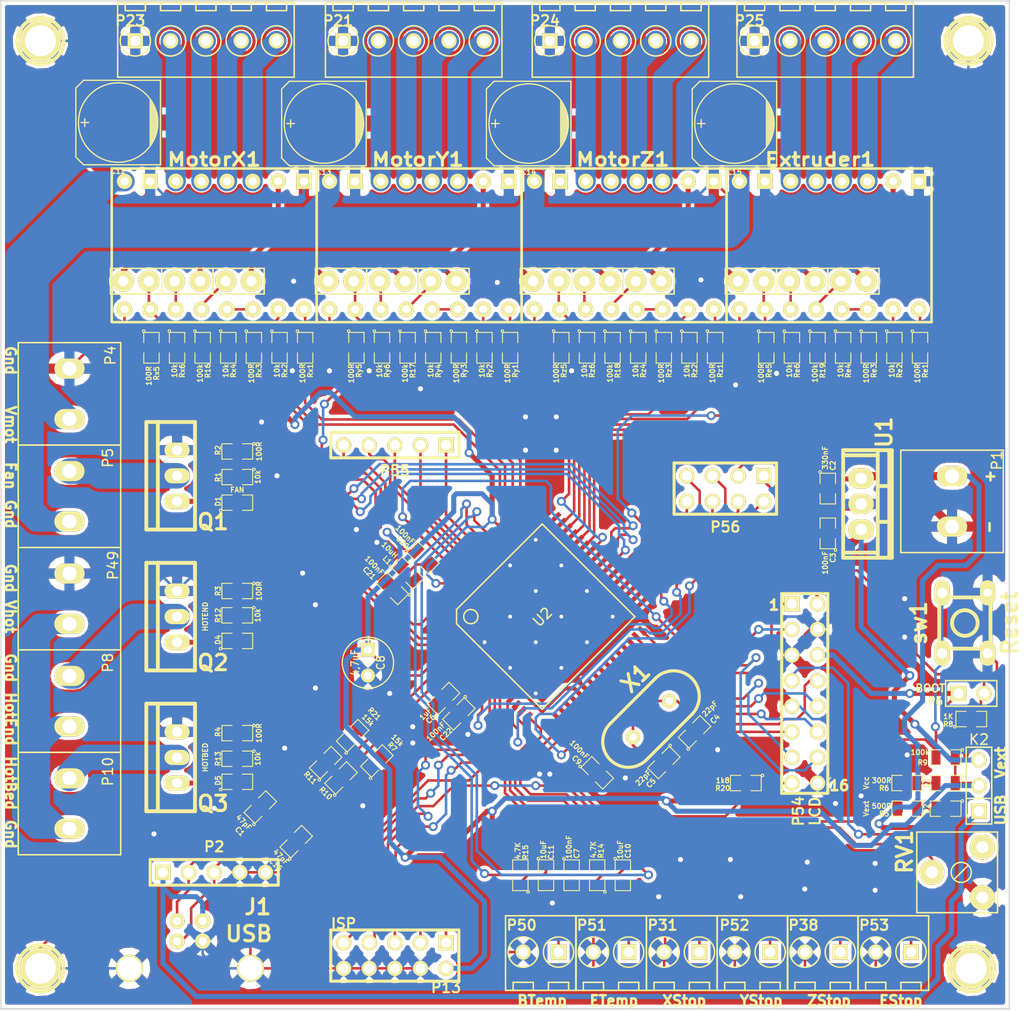
<source format=kicad_pcb>
(kicad_pcb (version 3) (host pcbnew "(2013-mar-13)-testing")
  (layers (15 F.Cu signal) (0 B.Cu signal) (18 B.Paste user) (19 F.Paste user) (20 B.SilkS user) (21 F.SilkS user) (22 B.Mask user) (23 F.Mask user) (28 Edge.Cuts user))
  (net 0 "")
  (net 1 B-THERM)
  (net 2 D+)
  (net 3 D-)
  (net 4 E-DIR)
  (net 5 E-ENABLE)
  (net 6 E-MS1)
  (net 7 E-MS2)
  (net 8 E-MS3)
  (net 9 E-STEP)
  (net 10 E-STOP)
  (net 11 E-THERM)
  (net 12 EXP-PWM)
  (net 13 Gnd)
  (net 14 HOTBED)
  (net 15 HOTEND)
  (net 16 MISO)
  (net 17 MOSI)
  (net 18 N-00000100)
  (net 19 N-00000101)
  (net 20 N-00000102)
  (net 21 N-00000103)
  (net 22 N-00000104)
  (net 23 N-00000105)
  (net 24 N-00000106)
  (net 25 N-00000107)
  (net 26 N-00000108)
  (net 27 N-00000113)
  (net 28 N-00000114)
  (net 29 N-00000118)
  (net 30 N-0000012)
  (net 31 N-00000120)
  (net 32 N-0000018)
  (net 33 N-0000026)
  (net 34 N-0000027)
  (net 35 N-0000028)
  (net 36 N-0000029)
  (net 37 N-0000036)
  (net 38 N-0000039)
  (net 39 N-0000040)
  (net 40 N-0000042)
  (net 41 N-0000044)
  (net 42 N-0000045)
  (net 43 N-0000046)
  (net 44 N-0000048)
  (net 45 N-0000049)
  (net 46 N-0000052)
  (net 47 N-0000059)
  (net 48 N-0000061)
  (net 49 N-000009)
  (net 50 N-0000093)
  (net 51 N-0000094)
  (net 52 N-0000095)
  (net 53 N-0000096)
  (net 54 N-0000097)
  (net 55 N-0000098)
  (net 56 N-0000099)
  (net 57 PA0)
  (net 58 PA1)
  (net 59 PA2)
  (net 60 PA3)
  (net 61 PA4)
  (net 62 PA5)
  (net 63 PA6)
  (net 64 PA7)
  (net 65 PB0-SS)
  (net 66 PC0)
  (net 67 PC1)
  (net 68 PC2)
  (net 69 PC3)
  (net 70 PC7)
  (net 71 PD0-SCL)
  (net 72 PD1-SDA)
  (net 73 PD2-RX1)
  (net 74 PD3-TX1)
  (net 75 PD4)
  (net 76 PD5)
  (net 77 PD6)
  (net 78 PD7)
  (net 79 PE0)
  (net 80 PE1)
  (net 81 PE3)
  (net 82 PE5)
  (net 83 PE6)
  (net 84 PE7)
  (net 85 PF0)
  (net 86 PF1)
  (net 87 PF2)
  (net 88 PF3)
  (net 89 PF4)
  (net 90 PF5)
  (net 91 PWM-FAN)
  (net 92 RESET)
  (net 93 SCLK)
  (net 94 Sig_D+)
  (net 95 Sig_D-)
  (net 96 Vcc)
  (net 97 Vcc_Reg)
  (net 98 Vcc_Usb)
  (net 99 Vext)
  (net 100 Vin)
  (net 101 Vmos)
  (net 102 X-DIR)
  (net 103 X-ENABLE)
  (net 104 X-MS1)
  (net 105 X-MS2)
  (net 106 X-MS3)
  (net 107 X-STEP)
  (net 108 X-STOP)
  (net 109 Y-DIR)
  (net 110 Y-ENABLE)
  (net 111 Y-MS1)
  (net 112 Y-MS2)
  (net 113 Y-MS3)
  (net 114 Y-STEP)
  (net 115 Y-STOP)
  (net 116 Z-DIR)
  (net 117 Z-ENABLE)
  (net 118 Z-MS1)
  (net 119 Z-MS2)
  (net 120 Z-MS3)
  (net 121 Z-STEP)
  (net 122 Z-STOP)
  (module TB-3,5x2 (layer F.Cu) (at 179.578 141.384 180)
    (fp_text reference P31 (at 1.905 2.667 180) (layer F.SilkS) (effects (font (size 1.016 1.016) (thickness 0.2032))))
    (fp_text value XStop hide)
    (pad 1 thru_hole rect (at -1.75 0 180) (size 1.524 1.524) (drill 1.016) (layers *.Cu *.Mask F.SilkS) (net 108 X-STOP))
    (pad 2 thru_hole circle (at 1.75 0 180) (size 1.524 1.524) (drill 1.016) (layers *.Cu *.Mask F.SilkS) (net 13 Gnd))
  )
  (module SM0805 (layer F.Cu) (at 135.509 119.667 180)
    (fp_text reference R4 (at 1.905 0.127 270) (layer F.SilkS) (effects (font (size 0.50038 0.50038) (thickness 0.10922))))
    (fp_text value 100R (at -2.159 0 270) (layer F.SilkS) (effects (font (size 0.50038 0.50038) (thickness 0.10922))))
    (pad 1 smd rect (at -0.9525 0 180) (size 0.889 1.397) (layers F.Cu F.Paste F.Mask) (net 14 HOTBED))
    (pad 2 smd rect (at 0.9525 0 180) (size 0.889 1.397) (layers F.Cu F.Paste F.Mask) (net 34 N-0000027))
  )
  (module SM0805 (layer F.Cu) (at 135.509 105.57 180)
    (fp_text reference R3 (at 1.905 0 270) (layer F.SilkS) (effects (font (size 0.50038 0.50038) (thickness 0.10922))))
    (fp_text value 100R (at -2.159 0 270) (layer F.SilkS) (effects (font (size 0.50038 0.50038) (thickness 0.10922))))
    (pad 1 smd rect (at -0.9525 0 180) (size 0.889 1.397) (layers F.Cu F.Paste F.Mask) (net 15 HOTEND))
    (pad 2 smd rect (at 0.9525 0 180) (size 0.889 1.397) (layers F.Cu F.Paste F.Mask) (net 27 N-00000113))
  )
  (module SM0805 (layer F.Cu) (at 135.509 91.727 180)
    (fp_text reference R2 (at 1.905 0.127 270) (layer F.SilkS) (effects (font (size 0.50038 0.50038) (thickness 0.10922))))
    (fp_text value 100R (at -2.159 0 270) (layer F.SilkS) (effects (font (size 0.50038 0.50038) (thickness 0.10922))))
    (pad 1 smd rect (at -0.9525 0 180) (size 0.889 1.397) (layers F.Cu F.Paste F.Mask) (net 91 PWM-FAN))
    (pad 2 smd rect (at 0.9525 0 180) (size 0.889 1.397) (layers F.Cu F.Paste F.Mask) (net 28 N-00000114))
  )
  (module SM0805 (layer F.Cu) (at 171.196 123.604 315)
    (fp_text reference C9 (at -2.334867 0.538815 315) (layer F.SilkS) (effects (font (size 0.50038 0.50038) (thickness 0.10922))))
    (fp_text value 100nF (at -2.873682 -0.35921 315) (layer F.SilkS) (effects (font (size 0.50038 0.50038) (thickness 0.10922))))
    (pad 1 smd rect (at -0.9525 0 315) (size 0.889 1.397) (layers F.Cu F.Paste F.Mask) (net 96 Vcc))
    (pad 2 smd rect (at 0.9525 0 315) (size 0.889 1.397) (layers F.Cu F.Paste F.Mask) (net 13 Gnd))
  )
  (module SM0805 (layer F.Cu) (at 150.876 105.316 135)
    (fp_text reference C21 (at 2.694077 -0.538815 315) (layer F.SilkS) (effects (font (size 0.50038 0.50038) (thickness 0.10922))))
    (fp_text value 100nF (at 2.873682 0.35921 135) (layer F.SilkS) (effects (font (size 0.50038 0.50038) (thickness 0.10922))))
    (pad 1 smd rect (at -0.9525 0 135) (size 0.889 1.397) (layers F.Cu F.Paste F.Mask) (net 39 N-0000040))
    (pad 2 smd rect (at 0.9525 0 135) (size 0.889 1.397) (layers F.Cu F.Paste F.Mask) (net 13 Gnd))
  )
  (module SM0805 (layer F.Cu) (at 153.924 102.268 315)
    (fp_text reference C20 (at -2.514472 0.35921 495) (layer F.SilkS) (effects (font (size 0.50038 0.50038) (thickness 0.10922))))
    (fp_text value 100nF (at -2.873682 -0.35921 315) (layer F.SilkS) (effects (font (size 0.50038 0.50038) (thickness 0.10922))))
    (pad 1 smd rect (at -0.9525 0 315) (size 0.889 1.397) (layers F.Cu F.Paste F.Mask) (net 96 Vcc))
    (pad 2 smd rect (at 0.9525 0 315) (size 0.889 1.397) (layers F.Cu F.Paste F.Mask) (net 13 Gnd))
  )
  (module SM0805 (layer F.Cu) (at 208.28 118.27)
    (fp_text reference R8 (at -2.286 0.508 180) (layer F.SilkS) (effects (font (size 0.50038 0.50038) (thickness 0.10922))))
    (fp_text value 1K (at -2.286 -0.254 180) (layer F.SilkS) (effects (font (size 0.50038 0.50038) (thickness 0.10922))))
    (pad 1 smd rect (at -0.9525 0) (size 0.889 1.397) (layers F.Cu F.Paste F.Mask) (net 13 Gnd))
    (pad 2 smd rect (at 0.9525 0) (size 0.889 1.397) (layers F.Cu F.Paste F.Mask) (net 45 N-0000049))
  )
  (module AT90USB1287-AU (layer F.Cu) (at 165.735 108.11 45)
    (fp_text reference U2 (at 0 0.051999 45) (layer F.SilkS))
    (fp_text value AT90USB1287-AU hide)
    (pad 64 smd rect (at -6 -8 45) (size 0.45 1) (layers F.Cu F.Paste F.Mask) (net 39 N-0000040))
    (pad 63 smd rect (at -5.2 -8 45) (size 0.45 1) (layers F.Cu F.Paste F.Mask) (net 13 Gnd))
    (pad 62 smd rect (at -4.4 -8 45) (size 0.45 1) (layers F.Cu F.Paste F.Mask) (net 96 Vcc))
    (pad 61 smd rect (at -3.6 -8 45) (size 0.45 1) (layers F.Cu F.Paste F.Mask) (net 85 PF0))
    (pad 60 smd rect (at -2.8 -8 45) (size 0.45 1) (layers F.Cu F.Paste F.Mask) (net 86 PF1))
    (pad 59 smd rect (at -2 -8 45) (size 0.45 1) (layers F.Cu F.Paste F.Mask) (net 87 PF2))
    (pad 58 smd rect (at -1.2 -8 45) (size 0.45 1) (layers F.Cu F.Paste F.Mask) (net 88 PF3))
    (pad 49 smd rect (at 6 -8 45) (size 0.45 1) (layers F.Cu F.Paste F.Mask) (net 59 PA2))
    (pad 50 smd rect (at 5.2 -8 45) (size 0.45 1) (layers F.Cu F.Paste F.Mask) (net 58 PA1))
    (pad 51 smd rect (at 4.4 -8 45) (size 0.45 1) (layers F.Cu F.Paste F.Mask) (net 57 PA0))
    (pad 52 smd rect (at 3.6 -8 45) (size 0.45 1) (layers F.Cu F.Paste F.Mask) (net 96 Vcc))
    (pad 53 smd rect (at 2.8 -8 45) (size 0.45 1) (layers F.Cu F.Paste F.Mask) (net 13 Gnd))
    (pad 54 smd rect (at 2 -8 45) (size 0.45 1) (layers F.Cu F.Paste F.Mask) (net 11 E-THERM))
    (pad 55 smd rect (at 1.2 -8 45) (size 0.45 1) (layers F.Cu F.Paste F.Mask) (net 1 B-THERM))
    (pad 56 smd rect (at 0.4 -8 45) (size 0.45 1) (layers F.Cu F.Paste F.Mask) (net 90 PF5))
    (pad 57 smd rect (at -0.4 -8 45) (size 0.45 1) (layers F.Cu F.Paste F.Mask) (net 89 PF4))
    (pad 48 smd rect (at 8 -6 45) (size 1 0.45) (layers F.Cu F.Paste F.Mask) (net 60 PA3))
    (pad 47 smd rect (at 8 -5.2 45) (size 1 0.45) (layers F.Cu F.Paste F.Mask) (net 61 PA4))
    (pad 46 smd rect (at 8 -4.4 45) (size 1 0.45) (layers F.Cu F.Paste F.Mask) (net 62 PA5))
    (pad 45 smd rect (at 8 -3.6 45) (size 1 0.45) (layers F.Cu F.Paste F.Mask) (net 63 PA6))
    (pad 44 smd rect (at 8 -2.8 45) (size 1 0.45) (layers F.Cu F.Paste F.Mask) (net 64 PA7))
    (pad 43 smd rect (at 8 -2 45) (size 1 0.45) (layers F.Cu F.Paste F.Mask) (net 45 N-0000049))
    (pad 42 smd rect (at 8 -1.2 45) (size 1 0.45) (layers F.Cu F.Paste F.Mask) (net 70 PC7))
    (pad 41 smd rect (at 8 -0.4 45) (size 1 0.45) (layers F.Cu F.Paste F.Mask) (net 91 PWM-FAN))
    (pad 33 smd rect (at 8 6 45) (size 1 0.45) (layers F.Cu F.Paste F.Mask) (net 79 PE0))
    (pad 34 smd rect (at 8 5.2 45) (size 1 0.45) (layers F.Cu F.Paste F.Mask) (net 80 PE1))
    (pad 35 smd rect (at 8 4.4 45) (size 1 0.45) (layers F.Cu F.Paste F.Mask) (net 66 PC0))
    (pad 36 smd rect (at 8 3.6 45) (size 1 0.45) (layers F.Cu F.Paste F.Mask) (net 67 PC1))
    (pad 37 smd rect (at 8 2.8 45) (size 1 0.45) (layers F.Cu F.Paste F.Mask) (net 68 PC2))
    (pad 38 smd rect (at 8 2 45) (size 1 0.45) (layers F.Cu F.Paste F.Mask) (net 69 PC3))
    (pad 39 smd rect (at 8 1.2 45) (size 1 0.45) (layers F.Cu F.Paste F.Mask) (net 14 HOTBED))
    (pad 40 smd rect (at 8 0.4 45) (size 1 0.45) (layers F.Cu F.Paste F.Mask) (net 15 HOTEND))
    (pad 9 smd rect (at -8 0.4 45) (size 1 0.45) (layers F.Cu F.Paste F.Mask) (net 81 PE3))
    (pad 10 smd rect (at -8 1.2 45) (size 1 0.45) (layers F.Cu F.Paste F.Mask) (net 65 PB0-SS))
    (pad 11 smd rect (at -8 2 45) (size 1 0.45) (layers F.Cu F.Paste F.Mask) (net 93 SCLK))
    (pad 12 smd rect (at -8 2.8 45) (size 1 0.45) (layers F.Cu F.Paste F.Mask) (net 17 MOSI))
    (pad 13 smd rect (at -8 3.6 45) (size 1 0.45) (layers F.Cu F.Paste F.Mask) (net 16 MISO))
    (pad 14 smd rect (at -8 4.4 45) (size 1 0.45) (layers F.Cu F.Paste F.Mask) (net 12 EXP-PWM))
    (pad 15 smd rect (at -8 5.2 45) (size 1 0.45) (layers F.Cu F.Paste F.Mask) (net 108 X-STOP))
    (pad 16 smd rect (at -8 6 45) (size 1 0.45) (layers F.Cu F.Paste F.Mask) (net 115 Y-STOP))
    (pad 8 smd rect (at -8 -0.4 45) (size 1 0.45) (layers F.Cu F.Paste F.Mask) (net 96 Vcc))
    (pad 7 smd rect (at -8 -1.2 45) (size 1 0.45) (layers F.Cu F.Paste F.Mask) (net 44 N-0000048))
    (pad 6 smd rect (at -8 -2 45) (size 1 0.45) (layers F.Cu F.Paste F.Mask) (net 13 Gnd))
    (pad 5 smd rect (at -8 -2.8 45) (size 1 0.45) (layers F.Cu F.Paste F.Mask) (net 2 D+))
    (pad 4 smd rect (at -8 -3.6 45) (size 1 0.45) (layers F.Cu F.Paste F.Mask) (net 3 D-))
    (pad 3 smd rect (at -8 -4.4 45) (size 1 0.45) (layers F.Cu F.Paste F.Mask) (net 96 Vcc))
    (pad 2 smd rect (at -8 -5.2 45) (size 1 0.45) (layers F.Cu F.Paste F.Mask) (net 84 PE7))
    (pad 1 smd rect (at -8 -6 45) (size 1 0.45) (layers F.Cu F.Paste F.Mask) (net 83 PE6))
    (pad 24 smd rect (at -0.4 8 45) (size 0.45 1) (layers F.Cu F.Paste F.Mask) (net 31 N-00000120))
    (pad 25 smd rect (at 0.4 8 45) (size 0.45 1) (layers F.Cu F.Paste F.Mask) (net 71 PD0-SCL))
    (pad 26 smd rect (at 1.2 8 45) (size 0.45 1) (layers F.Cu F.Paste F.Mask) (net 72 PD1-SDA))
    (pad 27 smd rect (at 2 8 45) (size 0.45 1) (layers F.Cu F.Paste F.Mask) (net 73 PD2-RX1))
    (pad 28 smd rect (at 2.8 8 45) (size 0.45 1) (layers F.Cu F.Paste F.Mask) (net 74 PD3-TX1))
    (pad 29 smd rect (at 3.6 8 45) (size 0.45 1) (layers F.Cu F.Paste F.Mask) (net 75 PD4))
    (pad 30 smd rect (at 4.4 8 45) (size 0.45 1) (layers F.Cu F.Paste F.Mask) (net 76 PD5))
    (pad 31 smd rect (at 5.2 8 45) (size 0.45 1) (layers F.Cu F.Paste F.Mask) (net 77 PD6))
    (pad 32 smd rect (at 6 8 45) (size 0.45 1) (layers F.Cu F.Paste F.Mask) (net 78 PD7))
    (pad 23 smd rect (at -1.2 8 45) (size 0.45 1) (layers F.Cu F.Paste F.Mask) (net 29 N-00000118))
    (pad 22 smd rect (at -2 8 45) (size 0.45 1) (layers F.Cu F.Paste F.Mask) (net 13 Gnd))
    (pad 21 smd rect (at -2.8 8 45) (size 0.45 1) (layers F.Cu F.Paste F.Mask) (net 96 Vcc))
    (pad 20 smd rect (at -3.6 8 45) (size 0.45 1) (layers F.Cu F.Paste F.Mask) (net 92 RESET))
    (pad 19 smd rect (at -4.4 8 45) (size 0.45 1) (layers F.Cu F.Paste F.Mask) (net 82 PE5))
    (pad 18 smd rect (at -5.2 8 45) (size 0.45 1) (layers F.Cu F.Paste F.Mask) (net 10 E-STOP))
    (pad 17 smd rect (at -6 8 45) (size 0.45 1) (layers F.Cu F.Paste F.Mask) (net 122 Z-STOP))
  )
  (module SM0805 (layer F.Cu) (at 152.4 103.792 315)
    (fp_text reference L1 (at -2.334867 0.538815 315) (layer F.SilkS) (effects (font (size 0.50038 0.50038) (thickness 0.10922))))
    (fp_text value 10uH (at -2.873682 -0.35921 315) (layer F.SilkS) (effects (font (size 0.50038 0.50038) (thickness 0.10922))))
    (pad 1 smd rect (at -0.9525 0 315) (size 0.889 1.397) (layers F.Cu F.Paste F.Mask) (net 96 Vcc))
    (pad 2 smd rect (at 0.9525 0 315) (size 0.889 1.397) (layers F.Cu F.Paste F.Mask) (net 39 N-0000040))
  )
  (module TO-220_FET-GDS_Vertical (layer F.Cu) (at 129.54 122.08 90)
    (fp_text reference Q3 (at -4.572 3.556 180) (layer F.SilkS) (effects (font (thickness 0.3048))))
    (fp_text value IRL2203 hide)
    (pad D thru_hole oval (at 0 0 180) (size 2.49936 1.50114) (drill 1.00076) (layers *.Cu *.Mask F.SilkS) (net 43 N-0000046))
    (pad G thru_hole oval (at -2.54 0 180) (size 2.49936 1.50114) (drill 1.00076) (layers *.Cu *.Mask F.SilkS) (net 34 N-0000027))
    (pad S thru_hole oval (at 2.54 0 180) (size 2.49936 1.50114) (drill 1.00076) (layers *.Cu *.Mask F.SilkS) (net 13 Gnd))
  )
  (module TO-220_FET-GDS_Vertical (layer F.Cu) (at 129.54 108.11 90)
    (fp_text reference Q2 (at -4.572 3.556 360) (layer F.SilkS) (effects (font (thickness 0.3048))))
    (fp_text value RFPB0N06LE hide)
    (pad D thru_hole oval (at 0 0 180) (size 2.49936 1.50114) (drill 1.00076) (layers *.Cu *.Mask F.SilkS) (net 41 N-0000044))
    (pad G thru_hole oval (at -2.54 0 180) (size 2.49936 1.50114) (drill 1.00076) (layers *.Cu *.Mask F.SilkS) (net 27 N-00000113))
    (pad S thru_hole oval (at 2.54 0 180) (size 2.49936 1.50114) (drill 1.00076) (layers *.Cu *.Mask F.SilkS) (net 13 Gnd))
  )
  (module TO-220_FET-GDS_Vertical (layer F.Cu) (at 129.54 94.14 90)
    (fp_text reference Q1 (at -4.572 3.556 180) (layer F.SilkS) (effects (font (thickness 0.3048))))
    (fp_text value RFPB0N06LE hide)
    (pad D thru_hole oval (at 0 0 180) (size 2.49936 1.50114) (drill 1.00076) (layers *.Cu *.Mask F.SilkS) (net 42 N-0000045))
    (pad G thru_hole oval (at -2.54 0 180) (size 2.49936 1.50114) (drill 1.00076) (layers *.Cu *.Mask F.SilkS) (net 28 N-00000114))
    (pad S thru_hole oval (at 2.54 0 180) (size 2.49936 1.50114) (drill 1.00076) (layers *.Cu *.Mask F.SilkS) (net 13 Gnd))
  )
  (module USB_B (layer F.Cu) (at 130.81 143.002)
    (fp_text reference J1 (at 6.731 -6.096) (layer F.SilkS) (effects (font (thickness 0.3048))))
    (fp_text value USB (at 5.842 -3.429) (layer F.SilkS) (effects (font (thickness 0.3048))))
    (pad 1 thru_hole circle (at 1.27 -4.699) (size 1.524 1.524) (drill 0.8128) (layers *.Cu *.Mask F.SilkS) (net 98 Vcc_Usb))
    (pad 2 thru_hole circle (at -1.27 -4.699) (size 1.524 1.524) (drill 0.8128) (layers *.Cu *.Mask F.SilkS) (net 95 Sig_D-))
    (pad 3 thru_hole circle (at -1.27 -2.70002) (size 1.524 1.524) (drill 0.8128) (layers *.Cu *.Mask F.SilkS) (net 94 Sig_D+))
    (pad 4 thru_hole circle (at 1.27 -2.70002) (size 1.524 1.524) (drill 0.8128) (layers *.Cu *.Mask F.SilkS) (net 13 Gnd))
    (pad 5 thru_hole circle (at 5.99948 0) (size 2.70002 2.70002) (drill 2.30124) (layers *.Cu *.Mask F.SilkS) (net 13 Gnd))
    (pad 6 thru_hole circle (at -5.99948 0) (size 2.70002 2.70002) (drill 2.30124) (layers *.Cu *.Mask F.SilkS) (net 13 Gnd))
  )
  (module SWDIP8_.6W (layer F.Cu) (at 133.223 71.28 180)
    (fp_text reference MotorX1 (at 0 8.509 180) (layer F.SilkS) (effects (font (size 1.27 1.524) (thickness 0.3048))))
    (fp_text value POLOLU_A4988 hide)
    (pad 1 thru_hole rect (at -8.89 6.35 180) (size 1.524 1.524) (drill 0.8128) (layers *.Cu *.Mask F.SilkS) (net 13 Gnd))
    (pad 2 thru_hole circle (at -6.35 6.35 180) (size 1.524 1.524) (drill 0.8128) (layers *.Cu *.Mask F.SilkS) (net 96 Vcc))
    (pad 3 thru_hole circle (at -3.81 6.35 180) (size 1.524 1.524) (drill 0.8128) (layers *.Cu *.Mask F.SilkS) (net 20 N-00000102))
    (pad 4 thru_hole circle (at -1.27 6.35 180) (size 1.524 1.524) (drill 0.8128) (layers *.Cu *.Mask F.SilkS) (net 21 N-00000103))
    (pad 5 thru_hole circle (at 1.27 6.35 180) (size 1.524 1.524) (drill 0.8128) (layers *.Cu *.Mask F.SilkS) (net 22 N-00000104))
    (pad 6 thru_hole circle (at 3.81 6.35 180) (size 1.524 1.524) (drill 0.8128) (layers *.Cu *.Mask F.SilkS) (net 23 N-00000105))
    (pad 7 thru_hole rect (at 6.35 6.35 180) (size 1.524 1.524) (drill 0.8128) (layers *.Cu *.Mask F.SilkS) (net 13 Gnd))
    (pad 8 thru_hole circle (at 8.89 6.35 180) (size 1.524 1.524) (drill 0.8128) (layers *.Cu *.Mask F.SilkS) (net 100 Vin))
    (pad 9 thru_hole circle (at 8.89 -6.35 180) (size 1.524 1.524) (drill 0.8128) (layers *.Cu *.Mask F.SilkS) (net 103 X-ENABLE))
    (pad 10 thru_hole circle (at 6.35 -6.35 180) (size 1.524 1.524) (drill 0.8128) (layers *.Cu *.Mask F.SilkS) (net 104 X-MS1))
    (pad 11 thru_hole circle (at 3.81 -6.35 180) (size 1.524 1.524) (drill 0.8128) (layers *.Cu *.Mask F.SilkS) (net 105 X-MS2))
    (pad 12 thru_hole circle (at 1.27 -6.35 180) (size 1.524 1.524) (drill 0.8128) (layers *.Cu *.Mask F.SilkS) (net 106 X-MS3))
    (pad 13 thru_hole circle (at -1.27 -6.35 180) (size 1.524 1.524) (drill 0.8128) (layers *.Cu *.Mask F.SilkS) (net 38 N-0000039))
    (pad 14 thru_hole circle (at -3.81 -6.35 180) (size 1.524 1.524) (drill 0.8128) (layers *.Cu *.Mask F.SilkS) (net 38 N-0000039))
    (pad 15 thru_hole circle (at -6.35 -6.35 180) (size 1.524 1.524) (drill 0.8128) (layers *.Cu *.Mask F.SilkS) (net 107 X-STEP))
    (pad 16 thru_hole circle (at -8.89 -6.35 180) (size 1.524 1.524) (drill 0.8128) (layers *.Cu *.Mask F.SilkS) (net 102 X-DIR))
  )
  (module 2PIN-5mm (layer F.Cu) (at 118.872 86.012 90)
    (fp_text reference P4 (at 3.81 4.064 90) (layer F.SilkS))
    (fp_text value "Vext Gnd" hide)
    (pad 1 thru_hole oval (at -2.5 0 90) (size 2 3) (drill 1.4) (layers *.Cu *.Mask F.SilkS) (net 100 Vin))
    (pad 2 thru_hole oval (at 2.5 0 90) (size 2 3) (drill 1.4) (layers *.Cu *.Mask F.SilkS) (net 13 Gnd))
  )
  (module 2PIN-5mm (layer F.Cu) (at 118.872 96.172 270)
    (fp_text reference P5 (at -3.81 -3.81 270) (layer F.SilkS))
    (fp_text value FAN hide)
    (pad 1 thru_hole oval (at -2.5 0 270) (size 2 3) (drill 1.4) (layers *.Cu *.Mask F.SilkS) (net 42 N-0000045))
    (pad 2 thru_hole oval (at 2.5 0 270) (size 2 3) (drill 1.4) (layers *.Cu *.Mask F.SilkS) (net 100 Vin))
  )
  (module 2PIN-5mm (layer F.Cu) (at 118.872 116.492 270)
    (fp_text reference P8 (at -3.81 -3.81 270) (layer F.SilkS))
    (fp_text value HOTEND hide)
    (pad 1 thru_hole oval (at -2.5 0 270) (size 2 3) (drill 1.4) (layers *.Cu *.Mask F.SilkS) (net 41 N-0000044))
    (pad 2 thru_hole oval (at 2.5 0 270) (size 2 3) (drill 1.4) (layers *.Cu *.Mask F.SilkS) (net 101 Vmos))
  )
  (module 2PIN-5mm (layer F.Cu) (at 118.872 126.652 270)
    (fp_text reference P10 (at -3.175 -3.81 270) (layer F.SilkS))
    (fp_text value HOTBED hide)
    (pad 1 thru_hole oval (at -2.5 0 270) (size 2 3) (drill 1.4) (layers *.Cu *.Mask F.SilkS) (net 43 N-0000046))
    (pad 2 thru_hole oval (at 2.5 0 270) (size 2 3) (drill 1.4) (layers *.Cu *.Mask F.SilkS) (net 101 Vmos))
  )
  (module SM0805 (layer F.Cu) (at 135.509 96.807)
    (fp_text reference D1 (at -1.905 -0.127 90) (layer F.SilkS) (effects (font (size 0.50038 0.50038) (thickness 0.10922))))
    (fp_text value FAN (at 0 -1.27) (layer F.SilkS) (effects (font (size 0.50038 0.50038) (thickness 0.10922))))
    (pad 1 smd rect (at -0.9525 0) (size 0.889 1.397) (layers F.Cu F.Paste F.Mask) (net 28 N-00000114))
    (pad 2 smd rect (at 0.9525 0) (size 0.889 1.397) (layers F.Cu F.Paste F.Mask) (net 36 N-0000029))
  )
  (module SM0805 (layer F.Cu) (at 135.509 107.983 180)
    (fp_text reference R12 (at 1.905 0 270) (layer F.SilkS) (effects (font (size 0.50038 0.50038) (thickness 0.10922))))
    (fp_text value 10k (at -2.032 0 270) (layer F.SilkS) (effects (font (size 0.50038 0.50038) (thickness 0.10922))))
    (pad 1 smd rect (at -0.9525 0 180) (size 0.889 1.397) (layers F.Cu F.Paste F.Mask) (net 35 N-0000028))
    (pad 2 smd rect (at 0.9525 0 180) (size 0.889 1.397) (layers F.Cu F.Paste F.Mask) (net 13 Gnd))
  )
  (module SM0805 (layer F.Cu) (at 135.509 110.523)
    (fp_text reference D4 (at -1.905 -0.127 90) (layer F.SilkS) (effects (font (size 0.50038 0.50038) (thickness 0.10922))))
    (fp_text value HOTEND (at -3.175 -2.413 90) (layer F.SilkS) (effects (font (size 0.50038 0.50038) (thickness 0.10922))))
    (pad 1 smd rect (at -0.9525 0) (size 0.889 1.397) (layers F.Cu F.Paste F.Mask) (net 27 N-00000113))
    (pad 2 smd rect (at 0.9525 0) (size 0.889 1.397) (layers F.Cu F.Paste F.Mask) (net 35 N-0000028))
  )
  (module SM0805 (layer F.Cu) (at 135.509 124.493)
    (fp_text reference D5 (at -1.905 -0.127 90) (layer F.SilkS) (effects (font (size 0.50038 0.50038) (thickness 0.10922))))
    (fp_text value HOTBED (at -3.175 -2.413 90) (layer F.SilkS) (effects (font (size 0.50038 0.50038) (thickness 0.10922))))
    (pad 1 smd rect (at -0.9525 0) (size 0.889 1.397) (layers F.Cu F.Paste F.Mask) (net 34 N-0000027))
    (pad 2 smd rect (at 0.9525 0) (size 0.889 1.397) (layers F.Cu F.Paste F.Mask) (net 33 N-0000026))
  )
  (module 2PIN-5mm (layer F.Cu) (at 206.375 96.68 270)
    (fp_text reference P1 (at -4.064 -4.445 270) (layer F.SilkS))
    (fp_text value "Gnd Vin" hide)
    (pad 1 thru_hole oval (at -2.5 0 270) (size 2 3) (drill 1.4) (layers *.Cu *.Mask F.SilkS) (net 99 Vext))
    (pad 2 thru_hole oval (at 2.5 0 270) (size 2 3) (drill 1.4) (layers *.Cu *.Mask F.SilkS) (net 13 Gnd))
  )
  (module SM0805 (layer F.Cu) (at 180.848 119.54 45)
    (fp_text reference C4 (at 2.334867 0.538815 225) (layer F.SilkS) (effects (font (size 0.50038 0.50038) (thickness 0.10922))))
    (fp_text value 22pF (at 2.694077 -0.538815 45) (layer F.SilkS) (effects (font (size 0.50038 0.50038) (thickness 0.10922))))
    (pad 1 smd rect (at -0.9525 0 45) (size 0.889 1.397) (layers F.Cu F.Paste F.Mask) (net 13 Gnd))
    (pad 2 smd rect (at 0.9525 0 45) (size 0.889 1.397) (layers F.Cu F.Paste F.Mask) (net 31 N-00000120))
  )
  (module SM0805 (layer F.Cu) (at 177.8 122.588 225)
    (fp_text reference C5 (at 2.334867 -0.538815 405) (layer F.SilkS) (effects (font (size 0.50038 0.50038) (thickness 0.10922))))
    (fp_text value 22pF (at 2.514472 0.35921 225) (layer F.SilkS) (effects (font (size 0.50038 0.50038) (thickness 0.10922))))
    (pad 1 smd rect (at -0.9525 0 225) (size 0.889 1.397) (layers F.Cu F.Paste F.Mask) (net 13 Gnd))
    (pad 2 smd rect (at 0.9525 0 225) (size 0.889 1.397) (layers F.Cu F.Paste F.Mask) (net 29 N-00000118))
  )
  (module SM0805 (layer F.Cu) (at 155.956 116.238 45)
    (fp_text reference C6 (at -2.334867 0.538815 225) (layer F.SilkS) (effects (font (size 0.50038 0.50038) (thickness 0.10922))))
    (fp_text value 1uF (at -2.334867 -0.179605 45) (layer F.SilkS) (effects (font (size 0.50038 0.50038) (thickness 0.10922))))
    (pad 1 smd rect (at -0.9525 0 45) (size 0.889 1.397) (layers F.Cu F.Paste F.Mask) (net 13 Gnd))
    (pad 2 smd rect (at 0.9525 0 45) (size 0.889 1.397) (layers F.Cu F.Paste F.Mask) (net 44 N-0000048))
  )
  (module SM0805 (layer F.Cu) (at 168.656 133.764 270)
    (fp_text reference C7 (at -2.159 -0.508 450) (layer F.SilkS) (effects (font (size 0.50038 0.50038) (thickness 0.10922))))
    (fp_text value 100nF (at -2.794 0.254 270) (layer F.SilkS) (effects (font (size 0.50038 0.50038) (thickness 0.10922))))
    (pad 1 smd rect (at -0.9525 0 270) (size 0.889 1.397) (layers F.Cu F.Paste F.Mask) (net 96 Vcc))
    (pad 2 smd rect (at 0.9525 0 270) (size 0.889 1.397) (layers F.Cu F.Paste F.Mask) (net 13 Gnd))
  )
  (module SM0805 (layer F.Cu) (at 173.736 133.764 270)
    (fp_text reference C10 (at -2.413 -0.508 450) (layer F.SilkS) (effects (font (size 0.50038 0.50038) (thickness 0.10922))))
    (fp_text value 10uF (at -2.54 0.254 270) (layer F.SilkS) (effects (font (size 0.50038 0.50038) (thickness 0.10922))))
    (pad 1 smd rect (at -0.9525 0 270) (size 0.889 1.397) (layers F.Cu F.Paste F.Mask) (net 11 E-THERM))
    (pad 2 smd rect (at 0.9525 0 270) (size 0.889 1.397) (layers F.Cu F.Paste F.Mask) (net 13 Gnd))
  )
  (module SM0805 (layer F.Cu) (at 166.116 133.764 270)
    (fp_text reference C11 (at -2.286 -0.508 450) (layer F.SilkS) (effects (font (size 0.50038 0.50038) (thickness 0.10922))))
    (fp_text value 10uF (at -2.54 0.254 270) (layer F.SilkS) (effects (font (size 0.50038 0.50038) (thickness 0.10922))))
    (pad 1 smd rect (at -0.9525 0 270) (size 0.889 1.397) (layers F.Cu F.Paste F.Mask) (net 1 B-THERM))
    (pad 2 smd rect (at 0.9525 0 270) (size 0.889 1.397) (layers F.Cu F.Paste F.Mask) (net 13 Gnd))
  )
  (module SM0805 (layer F.Cu) (at 205.74 127.16 180)
    (fp_text reference D2 (at 1.905 0 270) (layer F.SilkS) (effects (font (size 0.50038 0.50038) (thickness 0.10922))))
    (fp_text value Vext (at 7.874 0 270) (layer F.SilkS) (effects (font (size 0.50038 0.50038) (thickness 0.10922))))
    (pad 1 smd rect (at -0.9525 0 180) (size 0.889 1.397) (layers F.Cu F.Paste F.Mask) (net 99 Vext))
    (pad 2 smd rect (at 0.9525 0 180) (size 0.889 1.397) (layers F.Cu F.Paste F.Mask) (net 40 N-0000042))
  )
  (module SM0805 (layer F.Cu) (at 205.74 124.62 180)
    (fp_text reference D3 (at 1.905 0 270) (layer F.SilkS) (effects (font (size 0.50038 0.50038) (thickness 0.10922))))
    (fp_text value Vcc (at 7.874 0 270) (layer F.SilkS) (effects (font (size 0.50038 0.50038) (thickness 0.10922))))
    (pad 1 smd rect (at -0.9525 0 180) (size 0.889 1.397) (layers F.Cu F.Paste F.Mask) (net 96 Vcc))
    (pad 2 smd rect (at 0.9525 0 180) (size 0.889 1.397) (layers F.Cu F.Paste F.Mask) (net 37 N-0000036))
  )
  (module PIN_ARRAY_3X1 (layer F.Cu) (at 209.042 124.874 90)
    (fp_text reference K2 (at 4.572 0 180) (layer F.SilkS) (effects (font (size 1.016 1.016) (thickness 0.1524))))
    (fp_text value Vproc hide)
    (pad 1 thru_hole rect (at -2.54 0 90) (size 1.524 1.524) (drill 1.016) (layers *.Cu *.Mask F.SilkS) (net 98 Vcc_Usb))
    (pad 2 thru_hole circle (at 0 0 90) (size 1.524 1.524) (drill 1.016) (layers *.Cu *.Mask F.SilkS) (net 96 Vcc))
    (pad 3 thru_hole circle (at 2.54 0 90) (size 1.524 1.524) (drill 1.016) (layers *.Cu *.Mask F.SilkS) (net 97 Vcc_Reg))
  )
  (module PIN_ARRAY_5x1 (layer F.Cu) (at 133.223 133.477)
    (fp_text reference P2 (at 0 -2.54) (layer F.SilkS) (effects (font (size 1.016 1.016) (thickness 0.2032))))
    (fp_text value CONN_5 hide)
    (pad 1 thru_hole rect (at -5.08 0) (size 1.524 1.524) (drill 1.016) (layers *.Cu *.Mask F.SilkS) (net 98 Vcc_Usb))
    (pad 2 thru_hole circle (at -2.54 0) (size 1.524 1.524) (drill 1.016) (layers *.Cu *.Mask F.SilkS) (net 95 Sig_D-))
    (pad 3 thru_hole circle (at 0 0) (size 1.524 1.524) (drill 1.016) (layers *.Cu *.Mask F.SilkS) (net 94 Sig_D+))
    (pad 4 thru_hole circle (at 2.54 0) (size 1.524 1.524) (drill 1.016) (layers *.Cu *.Mask F.SilkS) (net 13 Gnd))
    (pad 5 thru_hole circle (at 5.08 0) (size 1.524 1.524) (drill 1.016) (layers *.Cu *.Mask F.SilkS) (net 13 Gnd))
  )
  (module PIN_ARRAY_5x2 (layer F.Cu) (at 151.13 141.732 180)
    (fp_text reference P13 (at -5.08 -3.175 180) (layer F.SilkS) (effects (font (size 1.016 1.016) (thickness 0.2032))))
    (fp_text value ISP (at 5.08 3.175 180) (layer F.SilkS) (effects (font (size 1.016 1.016) (thickness 0.2032))))
    (pad 1 thru_hole rect (at -5.08 1.27 180) (size 1.524 1.524) (drill 1.016) (layers *.Cu *.Mask F.SilkS) (net 17 MOSI))
    (pad 2 thru_hole circle (at -5.08 -1.27 180) (size 1.524 1.524) (drill 1.016) (layers *.Cu *.Mask F.SilkS) (net 96 Vcc))
    (pad 3 thru_hole circle (at -2.54 1.27 180) (size 1.524 1.524) (drill 1.016) (layers *.Cu *.Mask F.SilkS) (net 65 PB0-SS))
    (pad 4 thru_hole circle (at -2.54 -1.27 180) (size 1.524 1.524) (drill 1.016) (layers *.Cu *.Mask F.SilkS) (net 13 Gnd))
    (pad 5 thru_hole circle (at 0 1.27 180) (size 1.524 1.524) (drill 1.016) (layers *.Cu *.Mask F.SilkS) (net 92 RESET))
    (pad 6 thru_hole circle (at 0 -1.27 180) (size 1.524 1.524) (drill 1.016) (layers *.Cu *.Mask F.SilkS) (net 13 Gnd))
    (pad 7 thru_hole circle (at 2.54 1.27 180) (size 1.524 1.524) (drill 1.016) (layers *.Cu *.Mask F.SilkS) (net 93 SCLK))
    (pad 8 thru_hole circle (at 2.54 -1.27 180) (size 1.524 1.524) (drill 1.016) (layers *.Cu *.Mask F.SilkS) (net 13 Gnd))
    (pad 9 thru_hole circle (at 5.08 1.27 180) (size 1.524 1.524) (drill 1.016) (layers *.Cu *.Mask F.SilkS) (net 16 MISO))
    (pad 10 thru_hole circle (at 5.08 -1.27 180) (size 1.524 1.524) (drill 1.016) (layers *.Cu *.Mask F.SilkS) (net 13 Gnd))
  )
  (module SM0805 (layer F.Cu) (at 135.509 94.267 180)
    (fp_text reference R1 (at 1.905 0 270) (layer F.SilkS) (effects (font (size 0.50038 0.50038) (thickness 0.10922))))
    (fp_text value 10k (at -2.032 0 270) (layer F.SilkS) (effects (font (size 0.50038 0.50038) (thickness 0.10922))))
    (pad 1 smd rect (at -0.9525 0 180) (size 0.889 1.397) (layers F.Cu F.Paste F.Mask) (net 36 N-0000029))
    (pad 2 smd rect (at 0.9525 0 180) (size 0.889 1.397) (layers F.Cu F.Paste F.Mask) (net 13 Gnd))
  )
  (module SM0805 (layer F.Cu) (at 201.93 127.16 180)
    (fp_text reference R5 (at 2.286 -0.508 360) (layer F.SilkS) (effects (font (size 0.50038 0.50038) (thickness 0.10922))))
    (fp_text value 500R (at 2.54 0.254 180) (layer F.SilkS) (effects (font (size 0.50038 0.50038) (thickness 0.10922))))
    (pad 1 smd rect (at -0.9525 0 180) (size 0.889 1.397) (layers F.Cu F.Paste F.Mask) (net 40 N-0000042))
    (pad 2 smd rect (at 0.9525 0 180) (size 0.889 1.397) (layers F.Cu F.Paste F.Mask) (net 13 Gnd))
  )
  (module SM0805 (layer F.Cu) (at 201.93 124.62 180)
    (fp_text reference R6 (at 2.286 -0.508 360) (layer F.SilkS) (effects (font (size 0.50038 0.50038) (thickness 0.10922))))
    (fp_text value 300R (at 2.54 0.254 180) (layer F.SilkS) (effects (font (size 0.50038 0.50038) (thickness 0.10922))))
    (pad 1 smd rect (at -0.9525 0 180) (size 0.889 1.397) (layers F.Cu F.Paste F.Mask) (net 37 N-0000036))
    (pad 2 smd rect (at 0.9525 0 180) (size 0.889 1.397) (layers F.Cu F.Paste F.Mask) (net 13 Gnd))
  )
  (module SM0805 (layer F.Cu) (at 205.74 122.08 180)
    (fp_text reference R9 (at 2.286 -0.508 360) (layer F.SilkS) (effects (font (size 0.50038 0.50038) (thickness 0.10922))))
    (fp_text value 100k (at 2.54 0.508 180) (layer F.SilkS) (effects (font (size 0.50038 0.50038) (thickness 0.10922))))
    (pad 1 smd rect (at -0.9525 0 180) (size 0.889 1.397) (layers F.Cu F.Paste F.Mask) (net 96 Vcc))
    (pad 2 smd rect (at 0.9525 0 180) (size 0.889 1.397) (layers F.Cu F.Paste F.Mask) (net 92 RESET))
  )
  (module SM0805 (layer F.Cu) (at 145.796 124.112 45)
    (fp_text reference R10 (at -2.155261 0 135) (layer F.SilkS) (effects (font (size 0.50038 0.50038) (thickness 0.10922))))
    (fp_text value 22R hide)
    (pad 1 smd rect (at -0.9525 0 45) (size 0.889 1.397) (layers F.Cu F.Paste F.Mask) (net 94 Sig_D+))
    (pad 2 smd rect (at 0.9525 0 45) (size 0.889 1.397) (layers F.Cu F.Paste F.Mask) (net 2 D+))
  )
  (module SM0805 (layer F.Cu) (at 144.272 122.588 45)
    (fp_text reference R11 (at -2.155261 0 135) (layer F.SilkS) (effects (font (size 0.50038 0.50038) (thickness 0.10922))))
    (fp_text value 22R hide)
    (pad 1 smd rect (at -0.9525 0 45) (size 0.889 1.397) (layers F.Cu F.Paste F.Mask) (net 95 Sig_D-))
    (pad 2 smd rect (at 0.9525 0 45) (size 0.889 1.397) (layers F.Cu F.Paste F.Mask) (net 3 D-))
  )
  (module SM0805 (layer F.Cu) (at 135.509 122.207 180)
    (fp_text reference R13 (at 1.905 0 270) (layer F.SilkS) (effects (font (size 0.50038 0.50038) (thickness 0.10922))))
    (fp_text value 10k (at -2.032 0 270) (layer F.SilkS) (effects (font (size 0.50038 0.50038) (thickness 0.10922))))
    (pad 1 smd rect (at -0.9525 0 180) (size 0.889 1.397) (layers F.Cu F.Paste F.Mask) (net 33 N-0000026))
    (pad 2 smd rect (at 0.9525 0 180) (size 0.889 1.397) (layers F.Cu F.Paste F.Mask) (net 13 Gnd))
  )
  (module SM0805 (layer F.Cu) (at 171.196 133.764 90)
    (fp_text reference R14 (at 2.413 0.381 270) (layer F.SilkS) (effects (font (size 0.50038 0.50038) (thickness 0.10922))))
    (fp_text value 4.7K (at 2.54 -0.381 90) (layer F.SilkS) (effects (font (size 0.50038 0.50038) (thickness 0.10922))))
    (pad 1 smd rect (at -0.9525 0 90) (size 0.889 1.397) (layers F.Cu F.Paste F.Mask) (net 11 E-THERM))
    (pad 2 smd rect (at 0.9525 0 90) (size 0.889 1.397) (layers F.Cu F.Paste F.Mask) (net 96 Vcc))
  )
  (module SM0805 (layer F.Cu) (at 163.576 133.764 90)
    (fp_text reference R15 (at 2.286 0.508 270) (layer F.SilkS) (effects (font (size 0.50038 0.50038) (thickness 0.10922))))
    (fp_text value 4.7K (at 2.413 -0.254 90) (layer F.SilkS) (effects (font (size 0.50038 0.50038) (thickness 0.10922))))
    (pad 1 smd rect (at -0.9525 0 90) (size 0.889 1.397) (layers F.Cu F.Paste F.Mask) (net 1 B-THERM))
    (pad 2 smd rect (at 0.9525 0 90) (size 0.889 1.397) (layers F.Cu F.Paste F.Mask) (net 96 Vcc))
  )
  (module 1pin (layer F.Cu) (at 116 51)
    (fp_text reference S1 hide)
    (fp_text value S hide)
    (pad 1 thru_hole circle (at 0 0) (size 4.064 4.064) (drill 3.048) (layers *.Cu *.Mask F.SilkS) (net 13 Gnd))
  )
  (module 1pin (layer F.Cu) (at 208 51)
    (fp_text reference S2 hide)
    (fp_text value S hide)
    (pad 1 thru_hole circle (at 0 0) (size 4.064 4.064) (drill 3.048) (layers *.Cu *.Mask F.SilkS) (net 13 Gnd))
  )
  (module 1pin (layer F.Cu) (at 116 143)
    (fp_text reference S3 hide)
    (fp_text value S hide)
    (pad 1 thru_hole circle (at 0 0) (size 4.064 4.064) (drill 3.048) (layers *.Cu *.Mask F.SilkS) (net 13 Gnd))
  )
  (module 1pin (layer F.Cu) (at 208.28 143.002)
    (fp_text reference S4 hide)
    (fp_text value S hide)
    (pad 1 thru_hole circle (at 0 0) (size 4.064 4.064) (drill 3.048) (layers *.Cu *.Mask F.SilkS) (net 13 Gnd))
  )
  (module HC-49V (layer F.Cu) (at 176.53 118.27 45)
    (fp_text reference X1 (at 1.796051 -3.951313 45) (layer F.SilkS) (effects (font (thickness 0.3048))))
    (fp_text value 16MHZ hide)
    (pad 1 thru_hole circle (at -2.54 0 45) (size 1.4224 1.4224) (drill 0.762) (layers *.Cu *.Mask F.SilkS) (net 29 N-00000118))
    (pad 2 thru_hole circle (at 2.54 0 45) (size 1.4224 1.4224) (drill 0.762) (layers *.Cu *.Mask F.SilkS) (net 31 N-00000120))
  )
  (module "ticle switch" (layer F.Cu) (at 207.645 108.745 90)
    (fp_text reference sw1 (at 0 -4.572 90) (layer F.SilkS) (effects (font (thickness 0.3048))))
    (fp_text value Reset (at 0 4.445 90) (layer F.SilkS) (effects (font (thickness 0.3048))))
    (pad 4 thru_hole oval (at -2.9972 -2.2479 90) (size 2.49936 1.4986) (drill 0.99822) (layers *.Cu *.Mask F.SilkS) (net 92 RESET))
    (pad 2 thru_hole oval (at -2.9972 2.2479 90) (size 2.49936 1.524) (drill 0.99822) (layers *.Cu *.Mask F.SilkS) (net 13 Gnd))
    (pad 3 thru_hole oval (at 2.9972 -2.2479 90) (size 2.49936 1.4986) (drill 0.99822) (layers *.Cu *.Mask F.SilkS) (net 92 RESET))
    (pad 1 thru_hole oval (at 2.9972 2.2479 90) (size 2.49936 1.4986) (drill 0.8128) (layers *.Cu *.Mask F.SilkS) (net 13 Gnd))
  )
  (module SWDIP8_.6W (layer F.Cu) (at 194.183 71.28 180)
    (fp_text reference Extruder1 (at 0.889 8.509 180) (layer F.SilkS) (effects (font (size 1.27 1.524) (thickness 0.3048))))
    (fp_text value POLOLU_A4988 hide)
    (pad 1 thru_hole rect (at -8.89 6.35 180) (size 1.524 1.524) (drill 0.8128) (layers *.Cu *.Mask F.SilkS) (net 13 Gnd))
    (pad 2 thru_hole circle (at -6.35 6.35 180) (size 1.524 1.524) (drill 0.8128) (layers *.Cu *.Mask F.SilkS) (net 96 Vcc))
    (pad 3 thru_hole circle (at -3.81 6.35 180) (size 1.524 1.524) (drill 0.8128) (layers *.Cu *.Mask F.SilkS) (net 24 N-00000106))
    (pad 4 thru_hole circle (at -1.27 6.35 180) (size 1.524 1.524) (drill 0.8128) (layers *.Cu *.Mask F.SilkS) (net 25 N-00000107))
    (pad 5 thru_hole circle (at 1.27 6.35 180) (size 1.524 1.524) (drill 0.8128) (layers *.Cu *.Mask F.SilkS) (net 26 N-00000108))
    (pad 6 thru_hole circle (at 3.81 6.35 180) (size 1.524 1.524) (drill 0.8128) (layers *.Cu *.Mask F.SilkS) (net 50 N-0000093))
    (pad 7 thru_hole rect (at 6.35 6.35 180) (size 1.524 1.524) (drill 0.8128) (layers *.Cu *.Mask F.SilkS) (net 13 Gnd))
    (pad 8 thru_hole circle (at 8.89 6.35 180) (size 1.524 1.524) (drill 0.8128) (layers *.Cu *.Mask F.SilkS) (net 100 Vin))
    (pad 9 thru_hole circle (at 8.89 -6.35 180) (size 1.524 1.524) (drill 0.8128) (layers *.Cu *.Mask F.SilkS) (net 5 E-ENABLE))
    (pad 10 thru_hole circle (at 6.35 -6.35 180) (size 1.524 1.524) (drill 0.8128) (layers *.Cu *.Mask F.SilkS) (net 6 E-MS1))
    (pad 11 thru_hole circle (at 3.81 -6.35 180) (size 1.524 1.524) (drill 0.8128) (layers *.Cu *.Mask F.SilkS) (net 7 E-MS2))
    (pad 12 thru_hole circle (at 1.27 -6.35 180) (size 1.524 1.524) (drill 0.8128) (layers *.Cu *.Mask F.SilkS) (net 8 E-MS3))
    (pad 13 thru_hole circle (at -1.27 -6.35 180) (size 1.524 1.524) (drill 0.8128) (layers *.Cu *.Mask F.SilkS) (net 49 N-000009))
    (pad 14 thru_hole circle (at -3.81 -6.35 180) (size 1.524 1.524) (drill 0.8128) (layers *.Cu *.Mask F.SilkS) (net 49 N-000009))
    (pad 15 thru_hole circle (at -6.35 -6.35 180) (size 1.524 1.524) (drill 0.8128) (layers *.Cu *.Mask F.SilkS) (net 9 E-STEP))
    (pad 16 thru_hole circle (at -8.89 -6.35 180) (size 1.524 1.524) (drill 0.8128) (layers *.Cu *.Mask F.SilkS) (net 4 E-DIR))
  )
  (module SWDIP8_.6W (layer F.Cu) (at 153.543 71.28 180)
    (fp_text reference MotorY1 (at 0.127 8.509 180) (layer F.SilkS) (effects (font (size 1.27 1.524) (thickness 0.3048))))
    (fp_text value POLOLU_A4988 hide)
    (pad 1 thru_hole rect (at -8.89 6.35 180) (size 1.524 1.524) (drill 0.8128) (layers *.Cu *.Mask F.SilkS) (net 13 Gnd))
    (pad 2 thru_hole circle (at -6.35 6.35 180) (size 1.524 1.524) (drill 0.8128) (layers *.Cu *.Mask F.SilkS) (net 96 Vcc))
    (pad 3 thru_hole circle (at -3.81 6.35 180) (size 1.524 1.524) (drill 0.8128) (layers *.Cu *.Mask F.SilkS) (net 55 N-0000098))
    (pad 4 thru_hole circle (at -1.27 6.35 180) (size 1.524 1.524) (drill 0.8128) (layers *.Cu *.Mask F.SilkS) (net 56 N-0000099))
    (pad 5 thru_hole circle (at 1.27 6.35 180) (size 1.524 1.524) (drill 0.8128) (layers *.Cu *.Mask F.SilkS) (net 18 N-00000100))
    (pad 6 thru_hole circle (at 3.81 6.35 180) (size 1.524 1.524) (drill 0.8128) (layers *.Cu *.Mask F.SilkS) (net 19 N-00000101))
    (pad 7 thru_hole rect (at 6.35 6.35 180) (size 1.524 1.524) (drill 0.8128) (layers *.Cu *.Mask F.SilkS) (net 13 Gnd))
    (pad 8 thru_hole circle (at 8.89 6.35 180) (size 1.524 1.524) (drill 0.8128) (layers *.Cu *.Mask F.SilkS) (net 100 Vin))
    (pad 9 thru_hole circle (at 8.89 -6.35 180) (size 1.524 1.524) (drill 0.8128) (layers *.Cu *.Mask F.SilkS) (net 110 Y-ENABLE))
    (pad 10 thru_hole circle (at 6.35 -6.35 180) (size 1.524 1.524) (drill 0.8128) (layers *.Cu *.Mask F.SilkS) (net 111 Y-MS1))
    (pad 11 thru_hole circle (at 3.81 -6.35 180) (size 1.524 1.524) (drill 0.8128) (layers *.Cu *.Mask F.SilkS) (net 112 Y-MS2))
    (pad 12 thru_hole circle (at 1.27 -6.35 180) (size 1.524 1.524) (drill 0.8128) (layers *.Cu *.Mask F.SilkS) (net 113 Y-MS3))
    (pad 13 thru_hole circle (at -1.27 -6.35 180) (size 1.524 1.524) (drill 0.8128) (layers *.Cu *.Mask F.SilkS) (net 30 N-0000012))
    (pad 14 thru_hole circle (at -3.81 -6.35 180) (size 1.524 1.524) (drill 0.8128) (layers *.Cu *.Mask F.SilkS) (net 30 N-0000012))
    (pad 15 thru_hole circle (at -6.35 -6.35 180) (size 1.524 1.524) (drill 0.8128) (layers *.Cu *.Mask F.SilkS) (net 114 Y-STEP))
    (pad 16 thru_hole circle (at -8.89 -6.35 180) (size 1.524 1.524) (drill 0.8128) (layers *.Cu *.Mask F.SilkS) (net 109 Y-DIR))
  )
  (module SWDIP8_.6W (layer F.Cu) (at 173.863 71.28 180)
    (fp_text reference MotorZ1 (at 0.127 8.509 180) (layer F.SilkS) (effects (font (size 1.27 1.524) (thickness 0.3048))))
    (fp_text value POLOLU_A4988 hide)
    (pad 1 thru_hole rect (at -8.89 6.35 180) (size 1.524 1.524) (drill 0.8128) (layers *.Cu *.Mask F.SilkS) (net 13 Gnd))
    (pad 2 thru_hole circle (at -6.35 6.35 180) (size 1.524 1.524) (drill 0.8128) (layers *.Cu *.Mask F.SilkS) (net 96 Vcc))
    (pad 3 thru_hole circle (at -3.81 6.35 180) (size 1.524 1.524) (drill 0.8128) (layers *.Cu *.Mask F.SilkS) (net 51 N-0000094))
    (pad 4 thru_hole circle (at -1.27 6.35 180) (size 1.524 1.524) (drill 0.8128) (layers *.Cu *.Mask F.SilkS) (net 52 N-0000095))
    (pad 5 thru_hole circle (at 1.27 6.35 180) (size 1.524 1.524) (drill 0.8128) (layers *.Cu *.Mask F.SilkS) (net 53 N-0000096))
    (pad 6 thru_hole circle (at 3.81 6.35 180) (size 1.524 1.524) (drill 0.8128) (layers *.Cu *.Mask F.SilkS) (net 54 N-0000097))
    (pad 7 thru_hole rect (at 6.35 6.35 180) (size 1.524 1.524) (drill 0.8128) (layers *.Cu *.Mask F.SilkS) (net 13 Gnd))
    (pad 8 thru_hole circle (at 8.89 6.35 180) (size 1.524 1.524) (drill 0.8128) (layers *.Cu *.Mask F.SilkS) (net 100 Vin))
    (pad 9 thru_hole circle (at 8.89 -6.35 180) (size 1.524 1.524) (drill 0.8128) (layers *.Cu *.Mask F.SilkS) (net 117 Z-ENABLE))
    (pad 10 thru_hole circle (at 6.35 -6.35 180) (size 1.524 1.524) (drill 0.8128) (layers *.Cu *.Mask F.SilkS) (net 118 Z-MS1))
    (pad 11 thru_hole circle (at 3.81 -6.35 180) (size 1.524 1.524) (drill 0.8128) (layers *.Cu *.Mask F.SilkS) (net 119 Z-MS2))
    (pad 12 thru_hole circle (at 1.27 -6.35 180) (size 1.524 1.524) (drill 0.8128) (layers *.Cu *.Mask F.SilkS) (net 120 Z-MS3))
    (pad 13 thru_hole circle (at -1.27 -6.35 180) (size 1.524 1.524) (drill 0.8128) (layers *.Cu *.Mask F.SilkS) (net 32 N-0000018))
    (pad 14 thru_hole circle (at -3.81 -6.35 180) (size 1.524 1.524) (drill 0.8128) (layers *.Cu *.Mask F.SilkS) (net 32 N-0000018))
    (pad 15 thru_hole circle (at -6.35 -6.35 180) (size 1.524 1.524) (drill 0.8128) (layers *.Cu *.Mask F.SilkS) (net 121 Z-STEP))
    (pad 16 thru_hole circle (at -8.89 -6.35 180) (size 1.524 1.524) (drill 0.8128) (layers *.Cu *.Mask F.SilkS) (net 116 Z-DIR))
  )
  (module SM0805 (layer F.Cu) (at 194.056 95.41 270)
    (fp_text reference C2 (at -2.286 -0.508 450) (layer F.SilkS) (effects (font (size 0.50038 0.50038) (thickness 0.10922))))
    (fp_text value 330nF (at -3.048 0.254 270) (layer F.SilkS) (effects (font (size 0.50038 0.50038) (thickness 0.10922))))
    (pad 1 smd rect (at -0.9525 0 270) (size 0.889 1.397) (layers F.Cu F.Paste F.Mask) (net 99 Vext))
    (pad 2 smd rect (at 0.9525 0 270) (size 0.889 1.397) (layers F.Cu F.Paste F.Mask) (net 13 Gnd))
  )
  (module SM0805 (layer F.Cu) (at 194.056 99.855 90)
    (fp_text reference C3 (at -2.413 0.508 270) (layer F.SilkS) (effects (font (size 0.50038 0.50038) (thickness 0.10922))))
    (fp_text value 100nF (at -2.921 -0.254 90) (layer F.SilkS) (effects (font (size 0.50038 0.50038) (thickness 0.10922))))
    (pad 1 smd rect (at -0.9525 0 90) (size 0.889 1.397) (layers F.Cu F.Paste F.Mask) (net 97 Vcc_Reg))
    (pad 2 smd rect (at 0.9525 0 90) (size 0.889 1.397) (layers F.Cu F.Paste F.Mask) (net 13 Gnd))
  )
  (module TO-220 (layer F.Cu) (at 197.358 96.934 270)
    (fp_text reference U1 (at -7.112 -2.286 270) (layer F.SilkS) (effects (font (thickness 0.3048))))
    (fp_text value LM7805CT hide)
    (pad 2 thru_hole oval (at 0 0 270) (size 2.032 2.54) (drill 1.143) (layers *.Cu *.Mask F.SilkS) (net 13 Gnd))
    (pad 3 thru_hole oval (at 2.54 0 270) (size 2.032 2.54) (drill 1.143) (layers *.Cu *.Mask F.SilkS) (net 97 Vcc_Reg))
    (pad 1 thru_hole oval (at -2.54 0 270) (size 2.032 2.54) (drill 1.143) (layers *.Cu *.Mask F.SilkS) (net 99 Vext))
  )
  (module 2PIN-5mm (layer F.Cu) (at 118.872 106.332 90)
    (fp_text reference P49 (at 3.302 4.318 270) (layer F.SilkS))
    (fp_text value "Vmos Gnd" hide)
    (pad 1 thru_hole oval (at -2.5 0 90) (size 2 3) (drill 1.4) (layers *.Cu *.Mask F.SilkS) (net 101 Vmos))
    (pad 2 thru_hole oval (at 2.5 0 90) (size 2 3) (drill 1.4) (layers *.Cu *.Mask F.SilkS) (net 13 Gnd))
  )
  (module PIN_ARRAY_2X1 (layer F.Cu) (at 208.28 115.73)
    (fp_text reference P6 (at -3.556 0.762 180) (layer F.SilkS) (effects (font (size 0.762 0.762) (thickness 0.1524))))
    (fp_text value BOOT (at -4.064 -0.508) (layer F.SilkS) (effects (font (size 0.762 0.762) (thickness 0.1524))))
    (pad 1 thru_hole rect (at -1.27 0) (size 1.524 1.524) (drill 1.016) (layers *.Cu *.Mask F.SilkS) (net 96 Vcc))
    (pad 2 thru_hole circle (at 1.27 0) (size 1.524 1.524) (drill 1.016) (layers *.Cu *.Mask F.SilkS) (net 45 N-0000049))
  )
  (module PIN_ARRAY_2X1solderjumper (layer F.Cu) (at 186.436 74.836 180)
    (fp_text reference P14 hide)
    (fp_text value E_MS1 hide)
    (pad 1 thru_hole oval (at -1.27 0 180) (size 2.1 2.1) (drill 1.016) (layers *.Cu *.Mask F.SilkS) (net 6 E-MS1))
    (pad 2 thru_hole circle (at 1.27 0 180) (size 2.1 2.1) (drill 1.016) (layers *.Cu *.Mask F.SilkS) (net 96 Vcc))
  )
  (module PIN_ARRAY_2X1solderjumper (layer F.Cu) (at 145.796 74.836 180)
    (fp_text reference P15 hide)
    (fp_text value Y_MS1 hide)
    (pad 1 thru_hole oval (at -1.27 0 180) (size 2.1 2.1) (drill 1.016) (layers *.Cu *.Mask F.SilkS) (net 111 Y-MS1))
    (pad 2 thru_hole circle (at 1.27 0 180) (size 2.1 2.1) (drill 1.016) (layers *.Cu *.Mask F.SilkS) (net 96 Vcc))
  )
  (module PIN_ARRAY_2X1solderjumper (layer F.Cu) (at 166.116 74.836 180)
    (fp_text reference P16 hide)
    (fp_text value Z_MS1 hide)
    (pad 1 thru_hole oval (at -1.27 0 180) (size 2.1 2.1) (drill 1.016) (layers *.Cu *.Mask F.SilkS) (net 118 Z-MS1))
    (pad 2 thru_hole circle (at 1.27 0 180) (size 2.1 2.1) (drill 1.016) (layers *.Cu *.Mask F.SilkS) (net 96 Vcc))
  )
  (module PIN_ARRAY_2X1solderjumper (layer F.Cu) (at 191.516 74.836)
    (fp_text reference P17 hide)
    (fp_text value E-MS2 hide)
    (pad 1 thru_hole oval (at -1.27 0) (size 2.1 2.1) (drill 1.016) (layers *.Cu *.Mask F.SilkS) (net 7 E-MS2))
    (pad 2 thru_hole circle (at 1.27 0) (size 2.1 2.1) (drill 1.016) (layers *.Cu *.Mask F.SilkS) (net 96 Vcc))
  )
  (module PIN_ARRAY_2X1solderjumper (layer F.Cu) (at 150.876 74.836)
    (fp_text reference P19 hide)
    (fp_text value Y-MS2 hide)
    (pad 1 thru_hole oval (at -1.27 0) (size 2.1 2.1) (drill 1.016) (layers *.Cu *.Mask F.SilkS) (net 112 Y-MS2))
    (pad 2 thru_hole circle (at 1.27 0) (size 2.1 2.1) (drill 1.016) (layers *.Cu *.Mask F.SilkS) (net 96 Vcc))
  )
  (module PIN_ARRAY_2X1solderjumper (layer F.Cu) (at 171.196 74.836)
    (fp_text reference P20 hide)
    (fp_text value Z-MS2 hide)
    (pad 1 thru_hole oval (at -1.27 0) (size 2.1 2.1) (drill 1.016) (layers *.Cu *.Mask F.SilkS) (net 119 Z-MS2))
    (pad 2 thru_hole circle (at 1.27 0) (size 2.1 2.1) (drill 1.016) (layers *.Cu *.Mask F.SilkS) (net 96 Vcc))
  )
  (module PIN_ARRAY_2X1solderjumper (layer F.Cu) (at 130.556 74.836)
    (fp_text reference P22 hide)
    (fp_text value X-MS2 hide)
    (pad 1 thru_hole oval (at -1.27 0) (size 2.1 2.1) (drill 1.016) (layers *.Cu *.Mask F.SilkS) (net 105 X-MS2))
    (pad 2 thru_hole circle (at 1.27 0) (size 2.1 2.1) (drill 1.016) (layers *.Cu *.Mask F.SilkS) (net 96 Vcc))
  )
  (module PIN_ARRAY_2X1solderjumper (layer F.Cu) (at 135.636 74.836)
    (fp_text reference P26 hide)
    (fp_text value X-MS3 hide)
    (pad 1 thru_hole oval (at -1.27 0) (size 2.1 2.1) (drill 1.016) (layers *.Cu *.Mask F.SilkS) (net 106 X-MS3))
    (pad 2 thru_hole circle (at 1.27 0) (size 2.1 2.1) (drill 1.016) (layers *.Cu *.Mask F.SilkS) (net 96 Vcc))
  )
  (module PIN_ARRAY_2X1solderjumper (layer F.Cu) (at 196.596 74.836)
    (fp_text reference P27 hide)
    (fp_text value E-MS3 hide)
    (pad 1 thru_hole oval (at -1.27 0) (size 2.1 2.1) (drill 1.016) (layers *.Cu *.Mask F.SilkS) (net 8 E-MS3))
    (pad 2 thru_hole circle (at 1.27 0) (size 2.1 2.1) (drill 1.016) (layers *.Cu *.Mask F.SilkS) (net 96 Vcc))
  )
  (module PIN_ARRAY_2X1solderjumper (layer F.Cu) (at 155.956 74.836)
    (fp_text reference P28 hide)
    (fp_text value Y-MS3 hide)
    (pad 1 thru_hole oval (at -1.27 0) (size 2.1 2.1) (drill 1.016) (layers *.Cu *.Mask F.SilkS) (net 113 Y-MS3))
    (pad 2 thru_hole circle (at 1.27 0) (size 2.1 2.1) (drill 1.016) (layers *.Cu *.Mask F.SilkS) (net 96 Vcc))
  )
  (module PIN_ARRAY_2X1solderjumper (layer F.Cu) (at 176.276 74.836)
    (fp_text reference P29 hide)
    (fp_text value Z-MS3 hide)
    (pad 1 thru_hole oval (at -1.27 0) (size 2.1 2.1) (drill 1.016) (layers *.Cu *.Mask F.SilkS) (net 120 Z-MS3))
    (pad 2 thru_hole circle (at 1.27 0) (size 2.1 2.1) (drill 1.016) (layers *.Cu *.Mask F.SilkS) (net 96 Vcc))
  )
  (module PIN_ARRAY_2X1solderjumper (layer F.Cu) (at 125.476 74.836 180)
    (fp_text reference P18 hide)
    (fp_text value X_MS1 hide)
    (pad 1 thru_hole oval (at -1.27 0 180) (size 2.1 2.1) (drill 1.016) (layers *.Cu *.Mask F.SilkS) (net 104 X-MS1))
    (pad 2 thru_hole circle (at 1.27 0 180) (size 2.1 2.1) (drill 1.016) (layers *.Cu *.Mask F.SilkS) (net 96 Vcc))
  )
  (module TB-3,5 (layer F.Cu) (at 132.4 51)
    (fp_text reference P23 (at -7.5 -2) (layer F.SilkS) (effects (font (size 1.016 1.016) (thickness 0.2032))))
    (fp_text value CONN_5 hide)
    (pad 1 thru_hole rect (at -7 0) (size 1.524 1.524) (drill 1.016) (layers *.Cu *.Mask F.SilkS) (net 13 Gnd))
    (pad 2 thru_hole circle (at -3.5 0) (size 1.524 1.524) (drill 1.016) (layers *.Cu *.Mask F.SilkS) (net 23 N-00000105))
    (pad 3 thru_hole circle (at 0 0) (size 1.524 1.524) (drill 1.016) (layers *.Cu *.Mask F.SilkS) (net 22 N-00000104))
    (pad 4 thru_hole circle (at 3.5 0) (size 1.524 1.524) (drill 1.016) (layers *.Cu *.Mask F.SilkS) (net 21 N-00000103))
    (pad 5 thru_hole circle (at 7 0) (size 1.524 1.524) (drill 1.016) (layers *.Cu *.Mask F.SilkS) (net 20 N-00000102))
  )
  (module TB-3,5 (layer F.Cu) (at 153 51)
    (fp_text reference P21 (at -7.5 -2) (layer F.SilkS) (effects (font (size 1.016 1.016) (thickness 0.2032))))
    (fp_text value CONN_5 hide)
    (pad 1 thru_hole rect (at -7 0) (size 1.524 1.524) (drill 1.016) (layers *.Cu *.Mask F.SilkS) (net 13 Gnd))
    (pad 2 thru_hole circle (at -3.5 0) (size 1.524 1.524) (drill 1.016) (layers *.Cu *.Mask F.SilkS) (net 19 N-00000101))
    (pad 3 thru_hole circle (at 0 0) (size 1.524 1.524) (drill 1.016) (layers *.Cu *.Mask F.SilkS) (net 18 N-00000100))
    (pad 4 thru_hole circle (at 3.5 0) (size 1.524 1.524) (drill 1.016) (layers *.Cu *.Mask F.SilkS) (net 56 N-0000099))
    (pad 5 thru_hole circle (at 7 0) (size 1.524 1.524) (drill 1.016) (layers *.Cu *.Mask F.SilkS) (net 55 N-0000098))
  )
  (module TB-3,5 (layer F.Cu) (at 173.5 51)
    (fp_text reference P24 (at -7.5 -2) (layer F.SilkS) (effects (font (size 1.016 1.016) (thickness 0.2032))))
    (fp_text value CONN_5 hide)
    (pad 1 thru_hole rect (at -7 0) (size 1.524 1.524) (drill 1.016) (layers *.Cu *.Mask F.SilkS) (net 13 Gnd))
    (pad 2 thru_hole circle (at -3.5 0) (size 1.524 1.524) (drill 1.016) (layers *.Cu *.Mask F.SilkS) (net 54 N-0000097))
    (pad 3 thru_hole circle (at 0 0) (size 1.524 1.524) (drill 1.016) (layers *.Cu *.Mask F.SilkS) (net 53 N-0000096))
    (pad 4 thru_hole circle (at 3.5 0) (size 1.524 1.524) (drill 1.016) (layers *.Cu *.Mask F.SilkS) (net 52 N-0000095))
    (pad 5 thru_hole circle (at 7 0) (size 1.524 1.524) (drill 1.016) (layers *.Cu *.Mask F.SilkS) (net 51 N-0000094))
  )
  (module TB-3,5 (layer F.Cu) (at 193.8 51)
    (fp_text reference P25 (at -7.5 -2) (layer F.SilkS) (effects (font (size 1.016 1.016) (thickness 0.2032))))
    (fp_text value CONN_5 hide)
    (pad 1 thru_hole rect (at -7 0) (size 1.524 1.524) (drill 1.016) (layers *.Cu *.Mask F.SilkS) (net 13 Gnd))
    (pad 2 thru_hole circle (at -3.5 0) (size 1.524 1.524) (drill 1.016) (layers *.Cu *.Mask F.SilkS) (net 50 N-0000093))
    (pad 3 thru_hole circle (at 0 0) (size 1.524 1.524) (drill 1.016) (layers *.Cu *.Mask F.SilkS) (net 26 N-00000108))
    (pad 4 thru_hole circle (at 3.5 0) (size 1.524 1.524) (drill 1.016) (layers *.Cu *.Mask F.SilkS) (net 25 N-00000107))
    (pad 5 thru_hole circle (at 7 0) (size 1.524 1.524) (drill 1.016) (layers *.Cu *.Mask F.SilkS) (net 24 N-00000106))
  )
  (module TB-3,5x2 (layer F.Cu) (at 193.548 141.384 180)
    (fp_text reference P38 (at 1.905 2.667 180) (layer F.SilkS) (effects (font (size 1.016 1.016) (thickness 0.2032))))
    (fp_text value Zstop hide)
    (pad 1 thru_hole rect (at -1.75 0 180) (size 1.524 1.524) (drill 1.016) (layers *.Cu *.Mask F.SilkS) (net 122 Z-STOP))
    (pad 2 thru_hole circle (at 1.75 0 180) (size 1.524 1.524) (drill 1.016) (layers *.Cu *.Mask F.SilkS) (net 13 Gnd))
  )
  (module TB-3,5x2 (layer F.Cu) (at 165.608 141.384 180)
    (fp_text reference P50 (at 1.905 2.667 180) (layer F.SilkS) (effects (font (size 1.016 1.016) (thickness 0.2032))))
    (fp_text value BTemp hide)
    (pad 1 thru_hole rect (at -1.75 0 180) (size 1.524 1.524) (drill 1.016) (layers *.Cu *.Mask F.SilkS) (net 1 B-THERM))
    (pad 2 thru_hole circle (at 1.75 0 180) (size 1.524 1.524) (drill 1.016) (layers *.Cu *.Mask F.SilkS) (net 13 Gnd))
  )
  (module TB-3,5x2 (layer F.Cu) (at 172.5676 141.384 180)
    (fp_text reference P51 (at 1.905 2.667 180) (layer F.SilkS) (effects (font (size 1.016 1.016) (thickness 0.2032))))
    (fp_text value ETemp hide)
    (pad 1 thru_hole rect (at -1.75 0 180) (size 1.524 1.524) (drill 1.016) (layers *.Cu *.Mask F.SilkS) (net 11 E-THERM))
    (pad 2 thru_hole circle (at 1.75 0 180) (size 1.524 1.524) (drill 1.016) (layers *.Cu *.Mask F.SilkS) (net 13 Gnd))
  )
  (module TB-3,5x2 (layer F.Cu) (at 186.5884 141.384 180)
    (fp_text reference P52 (at 1.778 2.667 180) (layer F.SilkS) (effects (font (size 1.016 1.016) (thickness 0.2032))))
    (fp_text value YStop hide)
    (pad 1 thru_hole rect (at -1.75 0 180) (size 1.524 1.524) (drill 1.016) (layers *.Cu *.Mask F.SilkS) (net 115 Y-STOP))
    (pad 2 thru_hole circle (at 1.75 0 180) (size 1.524 1.524) (drill 1.016) (layers *.Cu *.Mask F.SilkS) (net 13 Gnd))
  )
  (module TB-3,5x2 (layer F.Cu) (at 200.5584 141.384 180)
    (fp_text reference P53 (at 1.905 2.667 180) (layer F.SilkS) (effects (font (size 1.016 1.016) (thickness 0.2032))))
    (fp_text value EStop hide)
    (pad 1 thru_hole rect (at -1.75 0 180) (size 1.524 1.524) (drill 1.016) (layers *.Cu *.Mask F.SilkS) (net 10 E-STOP))
    (pad 2 thru_hole circle (at 1.75 0 180) (size 1.524 1.524) (drill 1.016) (layers *.Cu *.Mask F.SilkS) (net 13 Gnd))
  )
  (module SM0805 (layer F.Cu) (at 132.08 81.44 270)
    (fp_text reference R16 (at 2.286 -0.508 270) (layer F.SilkS) (effects (font (size 0.50038 0.50038) (thickness 0.10922))))
    (fp_text value 100k (at 2.54 0.254 270) (layer F.SilkS) (effects (font (size 0.50038 0.50038) (thickness 0.10922))))
    (pad 1 smd rect (at -0.9525 0 270) (size 0.889 1.397) (layers F.Cu F.Paste F.Mask) (net 104 X-MS1))
    (pad 2 smd rect (at 0.9525 0 270) (size 0.889 1.397) (layers F.Cu F.Paste F.Mask) (net 13 Gnd))
  )
  (module SM0805 (layer F.Cu) (at 152.4 81.44 270)
    (fp_text reference R17 (at 2.286 -0.508 270) (layer F.SilkS) (effects (font (size 0.50038 0.50038) (thickness 0.10922))))
    (fp_text value 100k (at 2.54 0.254 270) (layer F.SilkS) (effects (font (size 0.50038 0.50038) (thickness 0.10922))))
    (pad 1 smd rect (at -0.9525 0 270) (size 0.889 1.397) (layers F.Cu F.Paste F.Mask) (net 111 Y-MS1))
    (pad 2 smd rect (at 0.9525 0 270) (size 0.889 1.397) (layers F.Cu F.Paste F.Mask) (net 13 Gnd))
  )
  (module SM0805 (layer F.Cu) (at 172.72 81.44 270)
    (fp_text reference R18 (at 2.286 -0.508 270) (layer F.SilkS) (effects (font (size 0.50038 0.50038) (thickness 0.10922))))
    (fp_text value 100k (at 2.54 0.254 270) (layer F.SilkS) (effects (font (size 0.50038 0.50038) (thickness 0.10922))))
    (pad 1 smd rect (at -0.9525 0 270) (size 0.889 1.397) (layers F.Cu F.Paste F.Mask) (net 118 Z-MS1))
    (pad 2 smd rect (at 0.9525 0 270) (size 0.889 1.397) (layers F.Cu F.Paste F.Mask) (net 13 Gnd))
  )
  (module SM0805 (layer F.Cu) (at 193.04 81.44 270)
    (fp_text reference R19 (at 2.286 -0.508 270) (layer F.SilkS) (effects (font (size 0.50038 0.50038) (thickness 0.10922))))
    (fp_text value 100k (at 2.54 0.254 270) (layer F.SilkS) (effects (font (size 0.50038 0.50038) (thickness 0.10922))))
    (pad 1 smd rect (at -0.9525 0 270) (size 0.889 1.397) (layers F.Cu F.Paste F.Mask) (net 6 E-MS1))
    (pad 2 smd rect (at 0.9525 0 270) (size 0.889 1.397) (layers F.Cu F.Paste F.Mask) (net 13 Gnd))
  )
  (module SM0805 (layer F.Cu) (at 203.2 81.44 270)
    (fp_text reference Re1 (at 2.286 -0.508 270) (layer F.SilkS) (effects (font (size 0.50038 0.50038) (thickness 0.10922))))
    (fp_text value 100R (at 2.54 0.254 270) (layer F.SilkS) (effects (font (size 0.50038 0.50038) (thickness 0.10922))))
    (pad 1 smd rect (at -0.9525 0 270) (size 0.889 1.397) (layers F.Cu F.Paste F.Mask) (net 4 E-DIR))
    (pad 2 smd rect (at 0.9525 0 270) (size 0.889 1.397) (layers F.Cu F.Paste F.Mask) (net 64 PA7))
  )
  (module SM0805 (layer F.Cu) (at 200.66 81.44 270)
    (fp_text reference Re2 (at 2.286 -0.508 270) (layer F.SilkS) (effects (font (size 0.50038 0.50038) (thickness 0.10922))))
    (fp_text value 10k (at 2.286 0.254 270) (layer F.SilkS) (effects (font (size 0.50038 0.50038) (thickness 0.10922))))
    (pad 1 smd rect (at -0.9525 0 270) (size 0.889 1.397) (layers F.Cu F.Paste F.Mask) (net 4 E-DIR))
    (pad 2 smd rect (at 0.9525 0 270) (size 0.889 1.397) (layers F.Cu F.Paste F.Mask) (net 13 Gnd))
  )
  (module SM0805 (layer F.Cu) (at 198.12 81.44 270)
    (fp_text reference Re3 (at 2.286 -0.508 270) (layer F.SilkS) (effects (font (size 0.50038 0.50038) (thickness 0.10922))))
    (fp_text value 100R (at 2.54 0.254 270) (layer F.SilkS) (effects (font (size 0.50038 0.50038) (thickness 0.10922))))
    (pad 1 smd rect (at -0.9525 0 270) (size 0.889 1.397) (layers F.Cu F.Paste F.Mask) (net 9 E-STEP))
    (pad 2 smd rect (at 0.9525 0 270) (size 0.889 1.397) (layers F.Cu F.Paste F.Mask) (net 63 PA6))
  )
  (module SM0805 (layer F.Cu) (at 195.58 81.44 270)
    (fp_text reference Re4 (at 2.286 -0.508 270) (layer F.SilkS) (effects (font (size 0.50038 0.50038) (thickness 0.10922))))
    (fp_text value 10k (at 2.286 0.254 270) (layer F.SilkS) (effects (font (size 0.50038 0.50038) (thickness 0.10922))))
    (pad 1 smd rect (at -0.9525 0 270) (size 0.889 1.397) (layers F.Cu F.Paste F.Mask) (net 9 E-STEP))
    (pad 2 smd rect (at 0.9525 0 270) (size 0.889 1.397) (layers F.Cu F.Paste F.Mask) (net 13 Gnd))
  )
  (module SM0805 (layer F.Cu) (at 187.96 81.44 270)
    (fp_text reference Re5 (at 2.286 -0.254 270) (layer F.SilkS) (effects (font (size 0.50038 0.50038) (thickness 0.10922))))
    (fp_text value 100R (at 2.54 0.508 270) (layer F.SilkS) (effects (font (size 0.50038 0.50038) (thickness 0.10922))))
    (pad 1 smd rect (at -0.9525 0 270) (size 0.889 1.397) (layers F.Cu F.Paste F.Mask) (net 5 E-ENABLE))
    (pad 2 smd rect (at 0.9525 0 270) (size 0.889 1.397) (layers F.Cu F.Paste F.Mask) (net 69 PC3))
  )
  (module SM0805 (layer F.Cu) (at 190.5 81.44 270)
    (fp_text reference Re6 (at 2.286 -0.508 270) (layer F.SilkS) (effects (font (size 0.50038 0.50038) (thickness 0.10922))))
    (fp_text value 10k (at 2.286 0.254 270) (layer F.SilkS) (effects (font (size 0.50038 0.50038) (thickness 0.10922))))
    (pad 1 smd rect (at -0.9525 0 270) (size 0.889 1.397) (layers F.Cu F.Paste F.Mask) (net 5 E-ENABLE))
    (pad 2 smd rect (at 0.9525 0 270) (size 0.889 1.397) (layers F.Cu F.Paste F.Mask) (net 13 Gnd))
  )
  (module SM0805 (layer F.Cu) (at 142.24 81.44 270)
    (fp_text reference Rx1 (at 2.286 -0.508 270) (layer F.SilkS) (effects (font (size 0.50038 0.50038) (thickness 0.10922))))
    (fp_text value 100R (at 2.54 0.254 270) (layer F.SilkS) (effects (font (size 0.50038 0.50038) (thickness 0.10922))))
    (pad 1 smd rect (at -0.9525 0 270) (size 0.889 1.397) (layers F.Cu F.Paste F.Mask) (net 102 X-DIR))
    (pad 2 smd rect (at 0.9525 0 270) (size 0.889 1.397) (layers F.Cu F.Paste F.Mask) (net 58 PA1))
  )
  (module SM0805 (layer F.Cu) (at 139.7 81.44 270)
    (fp_text reference Rx2 (at 2.286 -0.508 270) (layer F.SilkS) (effects (font (size 0.50038 0.50038) (thickness 0.10922))))
    (fp_text value 10k (at 2.286 0.254 270) (layer F.SilkS) (effects (font (size 0.50038 0.50038) (thickness 0.10922))))
    (pad 1 smd rect (at -0.9525 0 270) (size 0.889 1.397) (layers F.Cu F.Paste F.Mask) (net 102 X-DIR))
    (pad 2 smd rect (at 0.9525 0 270) (size 0.889 1.397) (layers F.Cu F.Paste F.Mask) (net 13 Gnd))
  )
  (module SM0805 (layer F.Cu) (at 137.16 81.44 270)
    (fp_text reference Rx3 (at 2.286 -0.508 270) (layer F.SilkS) (effects (font (size 0.50038 0.50038) (thickness 0.10922))))
    (fp_text value 100R (at 2.54 0.254 270) (layer F.SilkS) (effects (font (size 0.50038 0.50038) (thickness 0.10922))))
    (pad 1 smd rect (at -0.9525 0 270) (size 0.889 1.397) (layers F.Cu F.Paste F.Mask) (net 107 X-STEP))
    (pad 2 smd rect (at 0.9525 0 270) (size 0.889 1.397) (layers F.Cu F.Paste F.Mask) (net 57 PA0))
  )
  (module SM0805 (layer F.Cu) (at 134.62 81.44 270)
    (fp_text reference Rx4 (at 2.286 -0.508 270) (layer F.SilkS) (effects (font (size 0.50038 0.50038) (thickness 0.10922))))
    (fp_text value 10k (at 2.286 0.254 270) (layer F.SilkS) (effects (font (size 0.50038 0.50038) (thickness 0.10922))))
    (pad 1 smd rect (at -0.9525 0 270) (size 0.889 1.397) (layers F.Cu F.Paste F.Mask) (net 107 X-STEP))
    (pad 2 smd rect (at 0.9525 0 270) (size 0.889 1.397) (layers F.Cu F.Paste F.Mask) (net 13 Gnd))
  )
  (module SM0805 (layer F.Cu) (at 127 81.44 270)
    (fp_text reference Rx5 (at 2.54 -0.508 270) (layer F.SilkS) (effects (font (size 0.50038 0.50038) (thickness 0.10922))))
    (fp_text value 100R (at 2.794 0.254 270) (layer F.SilkS) (effects (font (size 0.50038 0.50038) (thickness 0.10922))))
    (pad 1 smd rect (at -0.9525 0 270) (size 0.889 1.397) (layers F.Cu F.Paste F.Mask) (net 103 X-ENABLE))
    (pad 2 smd rect (at 0.9525 0 270) (size 0.889 1.397) (layers F.Cu F.Paste F.Mask) (net 84 PE7))
  )
  (module SM0805 (layer F.Cu) (at 129.54 81.44 270)
    (fp_text reference Rx6 (at 2.286 -0.508 270) (layer F.SilkS) (effects (font (size 0.50038 0.50038) (thickness 0.10922))))
    (fp_text value 10k (at 2.286 0.254 270) (layer F.SilkS) (effects (font (size 0.50038 0.50038) (thickness 0.10922))))
    (pad 1 smd rect (at -0.9525 0 270) (size 0.889 1.397) (layers F.Cu F.Paste F.Mask) (net 103 X-ENABLE))
    (pad 2 smd rect (at 0.9525 0 270) (size 0.889 1.397) (layers F.Cu F.Paste F.Mask) (net 13 Gnd))
  )
  (module SM0805 (layer F.Cu) (at 162.56 81.44 270)
    (fp_text reference Ry1 (at 2.286 -0.508 270) (layer F.SilkS) (effects (font (size 0.50038 0.50038) (thickness 0.10922))))
    (fp_text value 100R (at 2.54 0.254 270) (layer F.SilkS) (effects (font (size 0.50038 0.50038) (thickness 0.10922))))
    (pad 1 smd rect (at -0.9525 0 270) (size 0.889 1.397) (layers F.Cu F.Paste F.Mask) (net 109 Y-DIR))
    (pad 2 smd rect (at 0.9525 0 270) (size 0.889 1.397) (layers F.Cu F.Paste F.Mask) (net 60 PA3))
  )
  (module SM0805 (layer F.Cu) (at 160.02 81.44 270)
    (fp_text reference Ry2 (at 2.286 -0.508 270) (layer F.SilkS) (effects (font (size 0.50038 0.50038) (thickness 0.10922))))
    (fp_text value 10k (at 2.286 0.254 270) (layer F.SilkS) (effects (font (size 0.50038 0.50038) (thickness 0.10922))))
    (pad 1 smd rect (at -0.9525 0 270) (size 0.889 1.397) (layers F.Cu F.Paste F.Mask) (net 109 Y-DIR))
    (pad 2 smd rect (at 0.9525 0 270) (size 0.889 1.397) (layers F.Cu F.Paste F.Mask) (net 13 Gnd))
  )
  (module SM0805 (layer F.Cu) (at 157.48 81.44 270)
    (fp_text reference Ry3 (at 2.286 -0.508 270) (layer F.SilkS) (effects (font (size 0.50038 0.50038) (thickness 0.10922))))
    (fp_text value 100R (at 2.54 0.254 270) (layer F.SilkS) (effects (font (size 0.50038 0.50038) (thickness 0.10922))))
    (pad 1 smd rect (at -0.9525 0 270) (size 0.889 1.397) (layers F.Cu F.Paste F.Mask) (net 114 Y-STEP))
    (pad 2 smd rect (at 0.9525 0 270) (size 0.889 1.397) (layers F.Cu F.Paste F.Mask) (net 59 PA2))
  )
  (module SM0805 (layer F.Cu) (at 154.94 81.44 270)
    (fp_text reference Ry4 (at 2.286 -0.508 270) (layer F.SilkS) (effects (font (size 0.50038 0.50038) (thickness 0.10922))))
    (fp_text value 10k (at 2.286 0.254 270) (layer F.SilkS) (effects (font (size 0.50038 0.50038) (thickness 0.10922))))
    (pad 1 smd rect (at -0.9525 0 270) (size 0.889 1.397) (layers F.Cu F.Paste F.Mask) (net 114 Y-STEP))
    (pad 2 smd rect (at 0.9525 0 270) (size 0.889 1.397) (layers F.Cu F.Paste F.Mask) (net 13 Gnd))
  )
  (module SM0805 (layer F.Cu) (at 147.32 81.44 270)
    (fp_text reference Ry5 (at 2.286 -0.254 270) (layer F.SilkS) (effects (font (size 0.50038 0.50038) (thickness 0.10922))))
    (fp_text value 100R (at 2.54 0.508 270) (layer F.SilkS) (effects (font (size 0.50038 0.50038) (thickness 0.10922))))
    (pad 1 smd rect (at -0.9525 0 270) (size 0.889 1.397) (layers F.Cu F.Paste F.Mask) (net 110 Y-ENABLE))
    (pad 2 smd rect (at 0.9525 0 270) (size 0.889 1.397) (layers F.Cu F.Paste F.Mask) (net 83 PE6))
  )
  (module SM0805 (layer F.Cu) (at 149.86 81.44 270)
    (fp_text reference Ry6 (at 2.286 -0.508 270) (layer F.SilkS) (effects (font (size 0.50038 0.50038) (thickness 0.10922))))
    (fp_text value 10k (at 2.286 0.254 270) (layer F.SilkS) (effects (font (size 0.50038 0.50038) (thickness 0.10922))))
    (pad 1 smd rect (at -0.9525 0 270) (size 0.889 1.397) (layers F.Cu F.Paste F.Mask) (net 110 Y-ENABLE))
    (pad 2 smd rect (at 0.9525 0 270) (size 0.889 1.397) (layers F.Cu F.Paste F.Mask) (net 13 Gnd))
  )
  (module SM0805 (layer F.Cu) (at 182.88 81.44 270)
    (fp_text reference Rz1 (at 2.286 -0.508 270) (layer F.SilkS) (effects (font (size 0.50038 0.50038) (thickness 0.10922))))
    (fp_text value 100R (at 2.54 0.254 270) (layer F.SilkS) (effects (font (size 0.50038 0.50038) (thickness 0.10922))))
    (pad 1 smd rect (at -0.9525 0 270) (size 0.889 1.397) (layers F.Cu F.Paste F.Mask) (net 116 Z-DIR))
    (pad 2 smd rect (at 0.9525 0 270) (size 0.889 1.397) (layers F.Cu F.Paste F.Mask) (net 62 PA5))
  )
  (module SM0805 (layer F.Cu) (at 180.34 81.44 270)
    (fp_text reference Rz2 (at 2.286 -0.508 270) (layer F.SilkS) (effects (font (size 0.50038 0.50038) (thickness 0.10922))))
    (fp_text value 10k (at 2.286 0.254 270) (layer F.SilkS) (effects (font (size 0.50038 0.50038) (thickness 0.10922))))
    (pad 1 smd rect (at -0.9525 0 270) (size 0.889 1.397) (layers F.Cu F.Paste F.Mask) (net 116 Z-DIR))
    (pad 2 smd rect (at 0.9525 0 270) (size 0.889 1.397) (layers F.Cu F.Paste F.Mask) (net 13 Gnd))
  )
  (module SM0805 (layer F.Cu) (at 177.8 81.44 270)
    (fp_text reference Rz3 (at 2.286 -0.508 270) (layer F.SilkS) (effects (font (size 0.50038 0.50038) (thickness 0.10922))))
    (fp_text value 100R (at 2.54 0.254 270) (layer F.SilkS) (effects (font (size 0.50038 0.50038) (thickness 0.10922))))
    (pad 1 smd rect (at -0.9525 0 270) (size 0.889 1.397) (layers F.Cu F.Paste F.Mask) (net 121 Z-STEP))
    (pad 2 smd rect (at 0.9525 0 270) (size 0.889 1.397) (layers F.Cu F.Paste F.Mask) (net 61 PA4))
  )
  (module SM0805 (layer F.Cu) (at 175.26 81.44 270)
    (fp_text reference Rz4 (at 2.286 -0.508 270) (layer F.SilkS) (effects (font (size 0.50038 0.50038) (thickness 0.10922))))
    (fp_text value 10k (at 2.286 0.254 270) (layer F.SilkS) (effects (font (size 0.50038 0.50038) (thickness 0.10922))))
    (pad 1 smd rect (at -0.9525 0 270) (size 0.889 1.397) (layers F.Cu F.Paste F.Mask) (net 121 Z-STEP))
    (pad 2 smd rect (at 0.9525 0 270) (size 0.889 1.397) (layers F.Cu F.Paste F.Mask) (net 13 Gnd))
  )
  (module SM0805 (layer F.Cu) (at 167.64 81.44 270)
    (fp_text reference Rz5 (at 2.286 -0.254 270) (layer F.SilkS) (effects (font (size 0.50038 0.50038) (thickness 0.10922))))
    (fp_text value 100R (at 2.54 0.508 270) (layer F.SilkS) (effects (font (size 0.50038 0.50038) (thickness 0.10922))))
    (pad 1 smd rect (at -0.9525 0 270) (size 0.889 1.397) (layers F.Cu F.Paste F.Mask) (net 117 Z-ENABLE))
    (pad 2 smd rect (at 0.9525 0 270) (size 0.889 1.397) (layers F.Cu F.Paste F.Mask) (net 70 PC7))
  )
  (module SM0805 (layer F.Cu) (at 170.18 81.44 270)
    (fp_text reference Rz6 (at 2.286 -0.508 270) (layer F.SilkS) (effects (font (size 0.50038 0.50038) (thickness 0.10922))))
    (fp_text value 10k (at 2.286 0.254 270) (layer F.SilkS) (effects (font (size 0.50038 0.50038) (thickness 0.10922))))
    (pad 1 smd rect (at -0.9525 0 270) (size 0.889 1.397) (layers F.Cu F.Paste F.Mask) (net 117 Z-ENABLE))
    (pad 2 smd rect (at 0.9525 0 270) (size 0.889 1.397) (layers F.Cu F.Paste F.Mask) (net 13 Gnd))
  )
  (module C1V5 (layer F.Cu) (at 148.463 112.682 270)
    (fp_text reference C8 (at 0 -1.26746 270) (layer F.SilkS) (effects (font (size 0.762 0.762) (thickness 0.127))))
    (fp_text value 4,7uF (at 0 1.27 270) (layer F.SilkS) (effects (font (size 0.762 0.635) (thickness 0.127))))
    (fp_text user + (at -2.286 0 270) (layer F.SilkS) (effects (font (size 0.762 0.762) (thickness 0.2032))))
    (pad 1 thru_hole rect (at -1.27 0 270) (size 1.397 1.397) (drill 0.8128) (layers *.Cu *.Mask F.SilkS) (net 96 Vcc))
    (pad 2 thru_hole circle (at 1.27 0 270) (size 1.397 1.397) (drill 0.8128) (layers *.Cu *.Mask F.SilkS) (net 13 Gnd))
  )
  (module SM0805 (layer F.Cu) (at 157.48 117.762 225)
    (fp_text reference C22 (at 2.334867 -0.538815 225) (layer F.SilkS) (effects (font (size 0.50038 0.50038) (thickness 0.10922))))
    (fp_text value 100nF (at 2.873682 0.35921 225) (layer F.SilkS) (effects (font (size 0.50038 0.50038) (thickness 0.10922))))
    (pad 1 smd rect (at -0.9525 0 225) (size 0.889 1.397) (layers F.Cu F.Paste F.Mask) (net 96 Vcc))
    (pad 2 smd rect (at 0.9525 0 225) (size 0.889 1.397) (layers F.Cu F.Paste F.Mask) (net 13 Gnd))
  )
  (module SM0805 (layer F.Cu) (at 185.928 124.62 180)
    (fp_text reference R20 (at 2.286 -0.508 180) (layer F.SilkS) (effects (font (size 0.50038 0.50038) (thickness 0.10922))))
    (fp_text value 1k8 (at 2.286 0.254 180) (layer F.SilkS) (effects (font (size 0.50038 0.50038) (thickness 0.10922))))
    (pad 1 smd rect (at -0.9525 0 180) (size 0.889 1.397) (layers F.Cu F.Paste F.Mask) (net 46 N-0000052))
    (pad 2 smd rect (at 0.9525 0 180) (size 0.889 1.397) (layers F.Cu F.Paste F.Mask) (net 96 Vcc))
  )
  (module PIN_ARRAY_5x1 (layer F.Cu) (at 151.13 91.092 180)
    (fp_text reference P55 (at 0 -2.54 180) (layer F.SilkS) (effects (font (size 1.016 1.016) (thickness 0.2032))))
    (fp_text value CONN_5 hide)
    (pad 1 thru_hole rect (at -5.08 0 180) (size 1.524 1.524) (drill 1.016) (layers *.Cu *.Mask F.SilkS) (net 90 PF5))
    (pad 2 thru_hole circle (at -2.54 0 180) (size 1.524 1.524) (drill 1.016) (layers *.Cu *.Mask F.SilkS) (net 89 PF4))
    (pad 3 thru_hole circle (at 0 0 180) (size 1.524 1.524) (drill 1.016) (layers *.Cu *.Mask F.SilkS) (net 88 PF3))
    (pad 4 thru_hole circle (at 2.54 0 180) (size 1.524 1.524) (drill 1.016) (layers *.Cu *.Mask F.SilkS) (net 87 PF2))
    (pad 5 thru_hole circle (at 5.08 0 180) (size 1.524 1.524) (drill 1.016) (layers *.Cu *.Mask F.SilkS) (net 85 PF0))
  )
  (module pin_array_8x2 (layer F.Cu) (at 191.77 115.73 270)
    (fp_text reference P54 (at 11.684 0.635 270) (layer F.SilkS) (effects (font (size 1.016 1.016) (thickness 0.2032))))
    (fp_text value LCD (at 11.684 -1.016 270) (layer F.SilkS) (effects (font (size 1.016 1.016) (thickness 0.2032))))
    (pad 1 thru_hole rect (at -8.89 1.27 270) (size 1.524 1.524) (drill 1.016) (layers *.Cu *.Mask F.SilkS) (net 76 PD5))
    (pad 2 thru_hole circle (at -8.89 -1.27 270) (size 1.524 1.524) (drill 1.016) (layers *.Cu *.Mask F.SilkS) (net 86 PF1))
    (pad 3 thru_hole circle (at -6.35 1.27 270) (size 1.524 1.524) (drill 1.016) (layers *.Cu *.Mask F.SilkS) (net 78 PD7))
    (pad 4 thru_hole circle (at -6.35 -1.27 270) (size 1.524 1.524) (drill 1.016) (layers *.Cu *.Mask F.SilkS) (net 13 Gnd))
    (pad 5 thru_hole circle (at -3.81 1.27 270) (size 1.524 1.524) (drill 1.016) (layers *.Cu *.Mask F.SilkS) (net 13 Gnd))
    (pad 6 thru_hole circle (at -3.81 -1.27 270) (size 1.524 1.524) (drill 1.016) (layers *.Cu *.Mask F.SilkS) (net 96 Vcc))
    (pad 7 thru_hole circle (at -1.27 1.27 270) (size 1.524 1.524) (drill 1.016) (layers *.Cu *.Mask F.SilkS) (net 47 N-0000059))
    (pad 8 thru_hole circle (at -1.27 -1.27 270) (size 1.524 1.524) (drill 1.016) (layers *.Cu *.Mask F.SilkS) (net 72 PD1-SDA))
    (pad 9 thru_hole circle (at 1.27 1.27 270) (size 1.524 1.524) (drill 1.016) (layers *.Cu *.Mask F.SilkS) (net 13 Gnd))
    (pad 10 thru_hole circle (at 1.27 -1.27 270) (size 1.524 1.524) (drill 1.016) (layers *.Cu *.Mask F.SilkS) (net 74 PD3-TX1))
    (pad 11 thru_hole circle (at 3.81 1.27 270) (size 1.524 1.524) (drill 1.016) (layers *.Cu *.Mask F.SilkS) (net 71 PD0-SCL))
    (pad 12 thru_hole circle (at 3.81 -1.27 270) (size 1.524 1.524) (drill 1.016) (layers *.Cu *.Mask F.SilkS) (net 73 PD2-RX1))
    (pad 13 thru_hole circle (at 6.35 1.27 270) (size 1.524 1.524) (drill 1.016) (layers *.Cu *.Mask F.SilkS) (net 75 PD4))
    (pad 14 thru_hole circle (at 6.35 -1.27 270) (size 1.524 1.524) (drill 1.016) (layers *.Cu *.Mask F.SilkS) (net 77 PD6))
    (pad 15 thru_hole circle (at 8.89 1.27 270) (size 1.524 1.524) (drill 1.016) (layers *.Cu *.Mask F.SilkS) (net 46 N-0000052))
    (pad 16 thru_hole circle (at 8.89 -1.27 270) (size 1.524 1.524) (drill 1.016) (layers *.Cu *.Mask F.SilkS) (net 13 Gnd))
  )
  (module POT5x5mm (layer F.Cu) (at 206.883 133.477 90)
    (fp_text reference RV1 (at 2.032 -5.207 90) (layer F.SilkS) (effects (font (thickness 0.3048))))
    (fp_text value POT hide)
    (pad 2 thru_hole circle (at 0 -2.5 90) (size 2.49936 2.49936) (drill 1.19888) (layers *.Cu *.Mask F.SilkS) (net 47 N-0000059))
    (pad 3 thru_hole circle (at 2.49936 2.49936 90) (size 2.49936 2.49936) (drill 1.19888) (layers *.Cu *.Mask F.SilkS) (net 48 N-0000061))
    (pad 1 thru_hole circle (at -2.49936 2.49936 90) (size 2.49936 2.49936) (drill 1.19888) (layers *.Cu *.Mask F.SilkS) (net 13 Gnd))
  )
  (module pin_array_4x2 (layer F.Cu) (at 183.896 95.41 180)
    (fp_text reference P56 (at 0 -3.81 180) (layer F.SilkS) (effects (font (size 1.016 1.016) (thickness 0.2032))))
    (fp_text value CONN_4X2 hide)
    (pad 1 thru_hole rect (at -3.81 1.27 180) (size 1.524 1.524) (drill 1.016) (layers *.Cu *.Mask F.SilkS) (net 12 EXP-PWM))
    (pad 2 thru_hole circle (at -3.81 -1.27 180) (size 1.524 1.524) (drill 1.016) (layers *.Cu *.Mask F.SilkS) (net 81 PE3))
    (pad 3 thru_hole circle (at -1.27 1.27 180) (size 1.524 1.524) (drill 1.016) (layers *.Cu *.Mask F.SilkS) (net 82 PE5))
    (pad 4 thru_hole circle (at -1.27 -1.27 180) (size 1.524 1.524) (drill 1.016) (layers *.Cu *.Mask F.SilkS) (net 79 PE0))
    (pad 5 thru_hole circle (at 1.27 1.27 180) (size 1.524 1.524) (drill 1.016) (layers *.Cu *.Mask F.SilkS) (net 80 PE1))
    (pad 6 thru_hole circle (at 1.27 -1.27 180) (size 1.524 1.524) (drill 1.016) (layers *.Cu *.Mask F.SilkS) (net 66 PC0))
    (pad 7 thru_hole circle (at 3.81 1.27 180) (size 1.524 1.524) (drill 1.016) (layers *.Cu *.Mask F.SilkS) (net 67 PC1))
    (pad 8 thru_hole circle (at 3.81 -1.27 180) (size 1.524 1.524) (drill 1.016) (layers *.Cu *.Mask F.SilkS) (net 68 PC2))
  )
  (module SM0805 (layer F.Cu) (at 137.795 127 45)
    (fp_text reference C1 (at -3.14309 0.269408 135) (layer F.SilkS) (effects (font (size 0.50038 0.50038) (thickness 0.10922))))
    (fp_text value 47pF (at -2.245064 -0.089803 315) (layer F.SilkS) (effects (font (size 0.50038 0.50038) (thickness 0.10922))))
    (pad 1 smd rect (at -0.9525 0 45) (size 0.889 1.397) (layers F.Cu F.Paste F.Mask) (net 95 Sig_D-))
    (pad 2 smd rect (at 0.9525 0 45) (size 0.889 1.397) (layers F.Cu F.Paste F.Mask) (net 13 Gnd))
  )
  (module SM0805 (layer F.Cu) (at 141.351 130.429 45)
    (fp_text reference C16 (at -3.053287 0.179605 135) (layer F.SilkS) (effects (font (size 0.50038 0.50038) (thickness 0.10922))))
    (fp_text value 47pF (at -2.155261 0 135) (layer F.SilkS) (effects (font (size 0.50038 0.50038) (thickness 0.10922))))
    (pad 1 smd rect (at -0.9525 0 45) (size 0.889 1.397) (layers F.Cu F.Paste F.Mask) (net 94 Sig_D+))
    (pad 2 smd rect (at 0.9525 0 45) (size 0.889 1.397) (layers F.Cu F.Paste F.Mask) (net 13 Gnd))
  )
  (module SM0805 (layer F.Cu) (at 149.352 122.428 45)
    (fp_text reference R7 (at 2.065459 0.089803 135) (layer F.SilkS) (effects (font (size 0.50038 0.50038) (thickness 0.10922))))
    (fp_text value 15k (at 2.873682 0 135) (layer F.SilkS) (effects (font (size 0.50038 0.50038) (thickness 0.10922))))
    (pad 1 smd rect (at -0.9525 0 45) (size 0.889 1.397) (layers F.Cu F.Paste F.Mask) (net 2 D+))
    (pad 2 smd rect (at 0.9525 0 45) (size 0.889 1.397) (layers F.Cu F.Paste F.Mask) (net 13 Gnd))
  )
  (module SM0805 (layer F.Cu) (at 146.939 119.921 45)
    (fp_text reference R21 (at 3.053287 0 315) (layer F.SilkS) (effects (font (size 0.50038 0.50038) (thickness 0.10922))))
    (fp_text value 15k (at 2.155261 0 315) (layer F.SilkS) (effects (font (size 0.50038 0.50038) (thickness 0.10922))))
    (pad 1 smd rect (at -0.9525 0 45) (size 0.889 1.397) (layers F.Cu F.Paste F.Mask) (net 3 D-))
    (pad 2 smd rect (at 0.9525 0 45) (size 0.889 1.397) (layers F.Cu F.Paste F.Mask) (net 13 Gnd))
  )
  (module c_elec_8x6.5 (layer F.Cu) (at 184.8 59.2 180)
    (fp_text reference C15 (at 0 -4.826 180) (layer F.SilkS) (effects (font (size 0.50038 0.50038) (thickness 0.11938))))
    (fp_text value 100uF hide)
    (pad 1 smd rect (at 3.05054 0 180) (size 4.0005 1.6002) (layers F.Cu F.Paste F.Mask) (net 100 Vin))
    (pad 2 smd rect (at -3.05054 0 180) (size 4.0005 1.6002) (layers F.Cu F.Paste F.Mask) (net 13 Gnd))
  )
  (module c_elec_8x6.5 (layer F.Cu) (at 164.4 59.2 180)
    (fp_text reference C14 (at 0 -4.826 180) (layer F.SilkS) (effects (font (size 0.50038 0.50038) (thickness 0.11938))))
    (fp_text value 100uF hide)
    (pad 1 smd rect (at 3.05054 0 180) (size 4.0005 1.6002) (layers F.Cu F.Paste F.Mask) (net 100 Vin))
    (pad 2 smd rect (at -3.05054 0 180) (size 4.0005 1.6002) (layers F.Cu F.Paste F.Mask) (net 13 Gnd))
  )
  (module c_elec_8x6.5 (layer F.Cu) (at 144.1 59.2 180)
    (fp_text reference C13 (at 0 -4.826 180) (layer F.SilkS) (effects (font (size 0.50038 0.50038) (thickness 0.11938))))
    (fp_text value 100uF hide)
    (pad 1 smd rect (at 3.05054 0 180) (size 4.0005 1.6002) (layers F.Cu F.Paste F.Mask) (net 100 Vin))
    (pad 2 smd rect (at -3.05054 0 180) (size 4.0005 1.6002) (layers F.Cu F.Paste F.Mask) (net 13 Gnd))
  )
  (module c_elec_8x6.5 (layer F.Cu) (at 123.7 59.1 180)
    (fp_text reference C12 (at 0 -4.826 180) (layer F.SilkS) (effects (font (size 0.50038 0.50038) (thickness 0.11938))))
    (fp_text value 100uF hide)
    (pad 1 smd rect (at 3.05054 0 180) (size 4.0005 1.6002) (layers F.Cu F.Paste F.Mask) (net 100 Vin))
    (pad 2 smd rect (at -3.05054 0 180) (size 4.0005 1.6002) (layers F.Cu F.Paste F.Mask) (net 13 Gnd))
  )
  (gr_text 16 (at 195.199 124.874) (layer F.SilkS) (effects (font (size 1 1) (thickness 0.25))))
  (gr_text 1 (at 188.722 106.967) (layer F.SilkS) (effects (font (size 1 1) (thickness 0.25))))
  (gr_text EStop (at 201.295 146.21) (layer F.SilkS) (effects (font (size 1 1) (thickness 0.25))))
  (gr_text ZStop (at 194.183 146.21) (layer F.SilkS) (effects (font (size 1 1) (thickness 0.25))))
  (gr_text YStop (at 187.452 146.21) (layer F.SilkS) (effects (font (size 1 1) (thickness 0.25))))
  (gr_text XStop (at 179.832 146.21) (layer F.SilkS) (effects (font (size 1 1) (thickness 0.25))))
  (gr_text ETemp (at 172.847 146.21) (layer F.SilkS) (effects (font (size 1 1) (thickness 0.25))))
  (gr_text BTemp (at 165.735 146.21) (layer F.SilkS) (effects (font (size 1 1) (thickness 0.25))))
  (gr_text Vext (at 211.201 122.588 90) (layer F.SilkS) (effects (font (size 1 1) (thickness 0.25))))
  (gr_text USB (at 211.201 127.287 90) (layer F.SilkS) (effects (font (size 1 1) (thickness 0.25))))
  (gr_text Vhot (at 113.03 108.11 270) (layer F.SilkS) (effects (font (size 1 1) (thickness 0.25))))
  (gr_text HotBed (at 113.03 124.62 270) (layer F.SilkS) (effects (font (size 1 1) (thickness 0.25))))
  (gr_text HotEnd (at 113.03 118.27 270) (layer F.SilkS) (effects (font (size 1 1) (thickness 0.25))))
  (gr_text Gnd (at 113.03 97.95 270) (layer F.SilkS) (effects (font (size 1 1) (thickness 0.25))))
  (gr_text Vmot (at 113.03 89.06 270) (layer F.SilkS) (effects (font (size 1 1) (thickness 0.25))))
  (gr_text Gnd (at 113.03 129.7 270) (layer F.SilkS) (effects (font (size 1 1) (thickness 0.25))))
  (gr_text Gnd (at 113.03 113.19 270) (layer F.SilkS) (effects (font (size 1 1) (thickness 0.25))))
  (gr_text Gnd (at 113.03 104.3 270) (layer F.SilkS) (effects (font (size 1 1) (thickness 0.25))))
  (gr_text Fan (at 113.03 94.14 270) (layer F.SilkS) (effects (font (size 1 1) (thickness 0.25))))
  (gr_text Gnd (at 113.03 82.71 270) (layer F.SilkS) (effects (font (size 1 1) (thickness 0.25))))
  (gr_line (start 212.06 147.02) (end 212.06 47.02) (angle 90) (layer Edge.Cuts) (width 0.15))
  (gr_line (start 112.06 147.02) (end 212.06 147.02) (angle 90) (layer Edge.Cuts) (width 0.15))
  (gr_line (start 112.06 47.02) (end 212.06 47.02) (angle 90) (layer Edge.Cuts) (width 0.15))
  (gr_line (start 112.06 47.02) (end 112.06 147.02) (angle 90) (layer Edge.Cuts) (width 0.15))
  (gr_line (start 211.06 47.02) (end 115.56 47.02) (angle 90) (layer Edge.Cuts) (width 0.15))
  (gr_text _ (at 209.55 99.22 90) (layer F.SilkS) (effects (font (size 1 1) (thickness 0.25))))
  (gr_text + (at 210.185 94.14) (layer F.SilkS) (effects (font (size 1 1) (thickness 0.25))))
  (segment (start 163.576 134.7165) (end 163.576 134.493) (width 0.254) (layer F.Cu) (net 1))
  (segment (start 163.576 134.493) (end 164.338 133.731) (width 0.254) (layer F.Cu) (net 1))
  (segment (start 163.576 134.7165) (end 163.576 136.271) (width 0.254) (layer F.Cu) (net 1))
  (segment (start 167.358 140.053) (end 167.358 141.384) (width 0.254) (layer F.Cu) (net 1))
  (segment (start 163.576 136.271) (end 167.358 140.053) (width 0.254) (layer F.Cu) (net 1))
  (segment (start 158.75 128.778) (end 158.75 132.334) (width 0.254) (layer B.Cu) (net 1))
  (segment (start 160.147 133.731) (end 164.338 133.731) (width 0.254) (layer F.Cu) (net 1))
  (segment (start 160.02 133.604) (end 160.147 133.731) (width 0.254) (layer F.Cu) (net 1))
  (via (at 160.02 133.604) (size 0.889) (layers F.Cu B.Cu) (net 1))
  (segment (start 158.75 132.334) (end 160.02 133.604) (width 0.254) (layer B.Cu) (net 1))
  (segment (start 158.75 124.366) (end 158.75 124.112) (width 0.254) (layer B.Cu) (net 1))
  (segment (start 154.432 119.794) (end 154.432 118.778) (width 0.254) (layer B.Cu) (net 1))
  (segment (start 158.75 124.112) (end 154.432 119.794) (width 0.254) (layer B.Cu) (net 1))
  (segment (start 153.162 102.776) (end 153.162 115.73) (width 0.254) (layer B.Cu) (net 1))
  (segment (start 157.734 98.204) (end 153.67 102.268) (width 0.254) (layer B.Cu) (net 1))
  (segment (start 158.242 98.966) (end 158.242 96.934) (width 0.254) (layer F.Cu) (net 1))
  (via (at 158.242 96.934) (size 0.889) (layers F.Cu B.Cu) (net 1))
  (segment (start 158.242 96.934) (end 157.734 97.442) (width 0.254) (layer B.Cu) (net 1))
  (segment (start 157.734 97.442) (end 157.734 98.204) (width 0.254) (layer B.Cu) (net 1))
  (segment (start 160.880618 101.604618) (end 158.242 98.966) (width 0.254) (layer F.Cu) (net 1))
  (segment (start 160.926674 101.604618) (end 160.880618 101.604618) (width 0.254) (layer F.Cu) (net 1))
  (segment (start 153.67 102.268) (end 153.162 102.776) (width 0.254) (layer B.Cu) (net 1))
  (segment (start 153.162 115.73) (end 154.432 117) (width 0.254) (layer B.Cu) (net 1))
  (segment (start 154.432 117) (end 154.432 118.778) (width 0.254) (layer B.Cu) (net 1))
  (segment (start 158.75 128.778) (end 158.75 124.366) (width 0.254) (layer B.Cu) (net 1))
  (segment (start 166.116 133.477) (end 166.116 132.8115) (width 0.254) (layer F.Cu) (net 1))
  (segment (start 165.862 133.731) (end 166.116 133.477) (width 0.254) (layer F.Cu) (net 1))
  (segment (start 164.338 133.731) (end 165.862 133.731) (width 0.254) (layer F.Cu) (net 1))
  (segment (start 146.469519 123.438481) (end 148.341519 123.438481) (width 0.254) (layer F.Cu) (net 2))
  (segment (start 148.341519 123.438481) (end 148.678481 123.101519) (width 0.254) (layer F.Cu) (net 2))
  (segment (start 146.469519 123.438481) (end 146.469519 123.415683) (width 0.254) (layer F.Cu) (net 2))
  (segment (start 146.469519 123.415683) (end 158.098247 111.786955) (width 0.254) (layer F.Cu) (net 2))
  (segment (start 144.945519 121.914481) (end 146.265481 120.594519) (width 0.254) (layer F.Cu) (net 3))
  (segment (start 144.945519 121.914481) (end 146.83935 121.914481) (width 0.254) (layer F.Cu) (net 3))
  (segment (start 146.83935 121.914481) (end 157.532561 111.22127) (width 0.254) (layer F.Cu) (net 3))
  (segment (start 203.2 80.4875) (end 203.2 77.757) (width 0.254) (layer F.Cu) (net 4))
  (segment (start 203.2 77.757) (end 203.073 77.63) (width 0.254) (layer F.Cu) (net 4))
  (segment (start 200.66 80.4875) (end 203.2 80.4875) (width 0.254) (layer F.Cu) (net 4))
  (segment (start 187.96 80.4875) (end 190.5 80.4875) (width 0.254) (layer F.Cu) (net 5))
  (segment (start 185.293 77.63) (end 185.293 78.773) (width 0.254) (layer F.Cu) (net 5))
  (segment (start 186.8805 79.408) (end 187.96 80.4875) (width 0.254) (layer F.Cu) (net 5))
  (segment (start 185.928 79.408) (end 186.8805 79.408) (width 0.254) (layer F.Cu) (net 5))
  (segment (start 185.293 78.773) (end 185.928 79.408) (width 0.254) (layer F.Cu) (net 5))
  (segment (start 187.706 74.836) (end 187.706 77.503) (width 0.254) (layer F.Cu) (net 6))
  (segment (start 187.706 77.503) (end 187.833 77.63) (width 0.254) (layer F.Cu) (net 6))
  (segment (start 187.833 77.63) (end 187.833 78.773) (width 0.254) (layer F.Cu) (net 6))
  (segment (start 191.9605 79.408) (end 193.04 80.4875) (width 0.254) (layer F.Cu) (net 6))
  (segment (start 188.468 79.408) (end 191.9605 79.408) (width 0.254) (layer F.Cu) (net 6))
  (segment (start 187.833 78.773) (end 188.468 79.408) (width 0.254) (layer F.Cu) (net 6))
  (segment (start 190.373 77.63) (end 190.373 74.963) (width 0.254) (layer F.Cu) (net 7))
  (segment (start 190.373 74.963) (end 190.246 74.836) (width 0.254) (layer F.Cu) (net 7))
  (segment (start 192.913 77.63) (end 192.913 77.249) (width 0.254) (layer F.Cu) (net 8))
  (segment (start 192.913 77.249) (end 195.326 74.836) (width 0.254) (layer F.Cu) (net 8))
  (segment (start 198.12 80.4875) (end 198.12 79.916) (width 0.254) (layer F.Cu) (net 9))
  (segment (start 200.533 79.027) (end 200.533 77.63) (width 0.254) (layer F.Cu) (net 9))
  (segment (start 200.152 79.408) (end 200.533 79.027) (width 0.254) (layer F.Cu) (net 9))
  (segment (start 198.628 79.408) (end 200.152 79.408) (width 0.254) (layer F.Cu) (net 9))
  (segment (start 198.12 79.916) (end 198.628 79.408) (width 0.254) (layer F.Cu) (net 9))
  (segment (start 195.58 80.4875) (end 198.12 80.4875) (width 0.254) (layer F.Cu) (net 9))
  (segment (start 163.576 124.46) (end 163.576 124.714) (width 0.254) (layer F.Cu) (net 10))
  (segment (start 202.3084 131.0614) (end 202.3084 141.384) (width 0.254) (layer F.Cu) (net 10))
  (segment (start 201.93 130.683) (end 202.3084 131.0614) (width 0.254) (layer F.Cu) (net 10))
  (segment (start 196.85 130.683) (end 201.93 130.683) (width 0.254) (layer F.Cu) (net 10))
  (segment (start 195.199 129.032) (end 196.85 130.683) (width 0.254) (layer F.Cu) (net 10))
  (segment (start 171.45 129.032) (end 195.199 129.032) (width 0.254) (layer F.Cu) (net 10))
  (segment (start 168.148 125.73) (end 171.45 129.032) (width 0.254) (layer F.Cu) (net 10))
  (segment (start 164.592 125.73) (end 168.148 125.73) (width 0.254) (layer F.Cu) (net 10))
  (segment (start 163.576 124.714) (end 164.592 125.73) (width 0.254) (layer F.Cu) (net 10))
  (segment (start 167.714899 117.44381) (end 167.714899 117.582899) (width 0.254) (layer F.Cu) (net 10))
  (segment (start 163.576 124.112) (end 163.576 124.46) (width 0.254) (layer F.Cu) (net 10))
  (segment (start 168.148 119.54) (end 163.576 124.112) (width 0.254) (layer F.Cu) (net 10))
  (segment (start 168.148 118.016) (end 168.148 119.54) (width 0.254) (layer F.Cu) (net 10))
  (segment (start 167.714899 117.582899) (end 168.148 118.016) (width 0.254) (layer F.Cu) (net 10))
  (segment (start 171.196 134.7165) (end 171.196 136.525) (width 0.254) (layer F.Cu) (net 11))
  (segment (start 174.3176 139.6466) (end 174.3176 141.384) (width 0.254) (layer F.Cu) (net 11))
  (segment (start 171.196 136.525) (end 174.3176 139.6466) (width 0.254) (layer F.Cu) (net 11))
  (segment (start 171.196 134.7165) (end 171.196 134.239) (width 0.254) (layer F.Cu) (net 11))
  (segment (start 173.736 133.223) (end 173.736 132.8115) (width 0.254) (layer F.Cu) (net 11))
  (segment (start 173.228 133.731) (end 173.736 133.223) (width 0.254) (layer F.Cu) (net 11))
  (segment (start 171.704 133.731) (end 173.228 133.731) (width 0.254) (layer F.Cu) (net 11))
  (segment (start 171.196 134.239) (end 171.704 133.731) (width 0.254) (layer F.Cu) (net 11))
  (segment (start 159.258 127.508) (end 159.258 131.318) (width 0.254) (layer B.Cu) (net 11))
  (segment (start 175.3565 132.8115) (end 173.736 132.8115) (width 0.254) (layer F.Cu) (net 11))
  (segment (start 176.276 133.731) (end 175.3565 132.8115) (width 0.254) (layer F.Cu) (net 11))
  (via (at 176.276 133.731) (size 0.889) (layers F.Cu B.Cu) (net 11))
  (segment (start 161.671 133.731) (end 176.276 133.731) (width 0.254) (layer B.Cu) (net 11))
  (segment (start 159.258 131.318) (end 161.671 133.731) (width 0.254) (layer B.Cu) (net 11))
  (segment (start 159.258 127) (end 159.258 127.508) (width 0.254) (layer B.Cu) (net 11))
  (segment (start 159.258 124.239) (end 159.258 123.858) (width 0.254) (layer B.Cu) (net 11))
  (segment (start 153.797 115.603) (end 153.797 104.681) (width 0.254) (layer B.Cu) (net 11))
  (segment (start 154.94 116.746) (end 153.797 115.603) (width 0.254) (layer B.Cu) (net 11))
  (segment (start 154.94 119.54) (end 154.94 116.746) (width 0.254) (layer B.Cu) (net 11))
  (segment (start 159.258 123.858) (end 154.94 119.54) (width 0.254) (layer B.Cu) (net 11))
  (segment (start 153.797 102.903) (end 153.797 104.681) (width 0.254) (layer B.Cu) (net 11))
  (segment (start 153.797 102.903) (end 157.099 99.601) (width 0.254) (layer B.Cu) (net 11))
  (segment (start 158.496 98.204) (end 158.75 98.204) (width 0.254) (layer B.Cu) (net 11))
  (segment (start 158.75 98.204) (end 159.258 97.696) (width 0.254) (layer B.Cu) (net 11))
  (via (at 159.258 97.696) (size 0.889) (layers F.Cu B.Cu) (net 11))
  (segment (start 159.258 97.696) (end 159.004 97.95) (width 0.254) (layer F.Cu) (net 11))
  (segment (start 159.004 97.95) (end 159.004 98.550573) (width 0.254) (layer F.Cu) (net 11))
  (segment (start 159.004 98.550573) (end 161.492359 101.038932) (width 0.254) (layer F.Cu) (net 11))
  (segment (start 157.099 99.601) (end 158.496 98.204) (width 0.254) (layer B.Cu) (net 11))
  (segment (start 159.258 124.239) (end 159.258 127) (width 0.254) (layer B.Cu) (net 11))
  (segment (start 187.706 94.14) (end 187.706 94.648) (width 0.254) (layer F.Cu) (net 12))
  (segment (start 163.189416 117.132584) (end 162.814 117.508) (width 0.254) (layer F.Cu) (net 12))
  (segment (start 162.814 117.508) (end 162.814 118.778) (width 0.254) (layer F.Cu) (net 12))
  (segment (start 162.814 118.778) (end 163.322 119.286) (width 0.254) (layer F.Cu) (net 12))
  (segment (start 163.322 119.286) (end 163.322 120.556) (width 0.254) (layer F.Cu) (net 12))
  (segment (start 163.189416 117.132584) (end 163.189416 116.878124) (width 0.254) (layer F.Cu) (net 12))
  (via (at 163.322 120.556) (size 0.889) (layers F.Cu B.Cu) (net 12))
  (segment (start 163.322 117.889) (end 163.322 120.556) (width 0.254) (layer B.Cu) (net 12))
  (segment (start 164.007798 117.203202) (end 163.322 117.889) (width 0.254) (layer B.Cu) (net 12))
  (segment (start 166.674798 117.203202) (end 164.007798 117.203202) (width 0.254) (layer B.Cu) (net 12))
  (segment (start 174.498 109.38) (end 166.674798 117.203202) (width 0.254) (layer B.Cu) (net 12))
  (segment (start 176.022 109.38) (end 174.498 109.38) (width 0.254) (layer B.Cu) (net 12))
  (segment (start 176.403 109.761) (end 176.022 109.38) (width 0.254) (layer B.Cu) (net 12))
  (segment (start 177.546 109.761) (end 176.403 109.761) (width 0.254) (layer B.Cu) (net 12))
  (segment (start 179.451 107.856) (end 177.546 109.761) (width 0.254) (layer B.Cu) (net 12))
  (segment (start 179.451 106.078) (end 179.451 107.856) (width 0.254) (layer B.Cu) (net 12))
  (segment (start 179.07 105.697) (end 179.451 106.078) (width 0.254) (layer B.Cu) (net 12))
  (via (at 179.07 105.697) (size 0.889) (layers F.Cu B.Cu) (net 12))
  (segment (start 179.07 104.935) (end 179.07 105.697) (width 0.254) (layer F.Cu) (net 12))
  (segment (start 182.372 101.633) (end 179.07 104.935) (width 0.254) (layer F.Cu) (net 12))
  (segment (start 183.769 101.633) (end 182.372 101.633) (width 0.254) (layer F.Cu) (net 12))
  (segment (start 187.325 98.077) (end 183.769 101.633) (width 0.254) (layer F.Cu) (net 12))
  (segment (start 188.468 98.077) (end 187.325 98.077) (width 0.254) (layer F.Cu) (net 12))
  (segment (start 189.23 97.315) (end 188.468 98.077) (width 0.254) (layer F.Cu) (net 12))
  (segment (start 189.23 96.172) (end 189.23 97.315) (width 0.254) (layer F.Cu) (net 12))
  (segment (start 187.706 94.648) (end 189.23 96.172) (width 0.254) (layer F.Cu) (net 12))
  (segment (start 152.908 119.032) (end 152.941 119.032) (width 0.254) (layer F.Cu) (net 13))
  (segment (start 152.941 119.032) (end 154.686 120.777) (width 0.254) (layer F.Cu) (net 13))
  (segment (start 157.386 120.777) (end 158.369 119.794) (width 0.254) (layer F.Cu) (net 13))
  (segment (start 154.686 120.777) (end 157.386 120.777) (width 0.254) (layer F.Cu) (net 13))
  (segment (start 155.354 119.888) (end 156.806481 118.435519) (width 0.254) (layer F.Cu) (net 13))
  (segment (start 153.797 119.888) (end 155.354 119.888) (width 0.254) (layer F.Cu) (net 13))
  (segment (start 152.941 119.032) (end 153.797 119.888) (width 0.254) (layer F.Cu) (net 13))
  (segment (start 150.622 115.73) (end 150.622 115.824) (width 0.254) (layer B.Cu) (net 13))
  (segment (start 152.908 118.11) (end 152.908 119.032) (width 0.254) (layer B.Cu) (net 13))
  (segment (start 150.622 115.824) (end 152.908 118.11) (width 0.254) (layer B.Cu) (net 13))
  (segment (start 150.622 115.73) (end 150.622 118.364) (width 0.254) (layer B.Cu) (net 13))
  (segment (start 150.622 118.364) (end 152.908 120.65) (width 0.254) (layer B.Cu) (net 13))
  (segment (start 152.146 123.952) (end 150.876 125.222) (width 0.254) (layer F.Cu) (net 13))
  (segment (start 149.225 126.873) (end 150.876 125.222) (width 0.254) (layer F.Cu) (net 13))
  (segment (start 147.955 126.873) (end 149.225 126.873) (width 0.254) (layer F.Cu) (net 13))
  (via (at 152.908 120.65) (size 0.889) (layers F.Cu B.Cu) (net 13))
  (segment (start 152.908 120.65) (end 152.908 122.301) (width 0.254) (layer F.Cu) (net 13))
  (segment (start 152.908 122.301) (end 152.146 123.063) (width 0.254) (layer F.Cu) (net 13))
  (segment (start 152.146 123.063) (end 152.146 123.952) (width 0.254) (layer F.Cu) (net 13))
  (segment (start 141.986 103.792) (end 141.986 105.664) (width 0.254) (layer B.Cu) (net 13))
  (segment (start 140.462 121.158) (end 140.208 121.158) (width 0.254) (layer B.Cu) (net 13))
  (segment (start 143.256 118.364) (end 140.462 121.158) (width 0.254) (layer B.Cu) (net 13))
  (segment (start 143.256 115.189) (end 143.256 118.364) (width 0.254) (layer B.Cu) (net 13))
  (via (at 143.256 115.189) (size 0.889) (layers F.Cu B.Cu) (net 13))
  (segment (start 143.256 106.934) (end 143.256 115.189) (width 0.254) (layer F.Cu) (net 13))
  (via (at 143.256 106.934) (size 0.889) (layers F.Cu B.Cu) (net 13))
  (segment (start 141.986 105.664) (end 143.256 106.934) (width 0.254) (layer B.Cu) (net 13))
  (segment (start 177.292 135.89) (end 178.689 135.89) (width 0.254) (layer F.Cu) (net 13))
  (segment (start 200.406 139.7864) (end 198.8084 141.384) (width 0.254) (layer B.Cu) (net 13))
  (segment (start 200.406 136.906) (end 200.406 139.7864) (width 0.254) (layer B.Cu) (net 13))
  (segment (start 198.755 135.255) (end 200.406 136.906) (width 0.254) (layer B.Cu) (net 13))
  (via (at 198.755 135.255) (size 0.889) (layers F.Cu B.Cu) (net 13))
  (segment (start 198.755 132.588) (end 198.755 135.255) (width 0.254) (layer F.Cu) (net 13))
  (via (at 198.755 132.588) (size 0.889) (layers F.Cu B.Cu) (net 13))
  (segment (start 197.866 131.699) (end 198.755 132.588) (width 0.254) (layer B.Cu) (net 13))
  (segment (start 192.786 131.699) (end 197.866 131.699) (width 0.254) (layer B.Cu) (net 13))
  (segment (start 192.024 132.461) (end 192.786 131.699) (width 0.254) (layer B.Cu) (net 13))
  (via (at 192.024 132.461) (size 0.889) (layers F.Cu B.Cu) (net 13))
  (segment (start 192.024 134.874) (end 192.024 132.461) (width 0.254) (layer F.Cu) (net 13))
  (segment (start 191.77 135.128) (end 192.024 134.874) (width 0.254) (layer F.Cu) (net 13))
  (via (at 191.77 135.128) (size 0.889) (layers F.Cu B.Cu) (net 13))
  (segment (start 191.389 135.128) (end 191.77 135.128) (width 0.254) (layer B.Cu) (net 13))
  (segment (start 190.627 135.89) (end 191.389 135.128) (width 0.254) (layer B.Cu) (net 13))
  (segment (start 185.42 135.89) (end 190.627 135.89) (width 0.254) (layer B.Cu) (net 13))
  (via (at 185.42 135.89) (size 0.889) (layers F.Cu B.Cu) (net 13))
  (segment (start 184.531 135.001) (end 185.42 135.89) (width 0.254) (layer F.Cu) (net 13))
  (segment (start 184.531 132.334) (end 184.531 135.001) (width 0.254) (layer F.Cu) (net 13))
  (segment (start 184.404 132.207) (end 184.531 132.334) (width 0.254) (layer F.Cu) (net 13))
  (via (at 184.404 132.207) (size 0.889) (layers F.Cu B.Cu) (net 13))
  (segment (start 183.388 131.191) (end 184.404 132.207) (width 0.254) (layer B.Cu) (net 13))
  (segment (start 180.467 131.191) (end 183.388 131.191) (width 0.254) (layer B.Cu) (net 13))
  (segment (start 179.451 132.207) (end 180.467 131.191) (width 0.254) (layer B.Cu) (net 13))
  (via (at 179.451 132.207) (size 0.889) (layers F.Cu B.Cu) (net 13))
  (segment (start 179.451 135.128) (end 179.451 132.207) (width 0.254) (layer F.Cu) (net 13))
  (segment (start 178.689 135.89) (end 179.451 135.128) (width 0.254) (layer F.Cu) (net 13))
  (segment (start 138.303 133.477) (end 141.351 133.477) (width 0.254) (layer F.Cu) (net 13))
  (segment (start 141.351 133.477) (end 147.955 126.873) (width 0.254) (layer F.Cu) (net 13))
  (segment (start 194.818 126.652) (end 196.596 126.652) (width 0.254) (layer F.Cu) (net 13))
  (segment (start 196.596 126.652) (end 197.358 125.89) (width 0.254) (layer F.Cu) (net 13))
  (segment (start 209.38236 135.97636) (end 209.89036 135.97636) (width 0.254) (layer F.Cu) (net 13))
  (segment (start 210.566 140.716) (end 208.28 143.002) (width 0.254) (layer F.Cu) (net 13))
  (segment (start 210.566 136.652) (end 210.566 140.716) (width 0.254) (layer F.Cu) (net 13))
  (segment (start 209.89036 135.97636) (end 210.566 136.652) (width 0.254) (layer F.Cu) (net 13))
  (segment (start 200.533 145.034) (end 206.248 145.034) (width 0.254) (layer F.Cu) (net 13))
  (segment (start 200.533 145.034) (end 197.612 145.034) (width 0.254) (layer F.Cu) (net 13))
  (segment (start 206.248 145.034) (end 208.28 143.002) (width 0.254) (layer F.Cu) (net 13))
  (segment (start 203.073 64.93) (end 205.707 64.93) (width 0.254) (layer B.Cu) (net 13))
  (segment (start 208 62.637) (end 208 51) (width 0.254) (layer B.Cu) (net 13))
  (segment (start 205.707 64.93) (end 208 62.637) (width 0.254) (layer B.Cu) (net 13))
  (segment (start 186.8 51) (end 186.8 55.482) (width 0.254) (layer B.Cu) (net 13))
  (segment (start 187.833 56.515) (end 187.833 64.93) (width 0.254) (layer B.Cu) (net 13))
  (segment (start 186.8 55.482) (end 187.833 56.515) (width 0.254) (layer B.Cu) (net 13))
  (segment (start 187.85054 59.2) (end 187.85054 64.91246) (width 0.254) (layer F.Cu) (net 13))
  (segment (start 187.85054 64.91246) (end 187.833 64.93) (width 0.254) (layer F.Cu) (net 13))
  (segment (start 147.15054 59.2) (end 147.15054 64.88754) (width 0.254) (layer F.Cu) (net 13))
  (segment (start 147.15054 64.88754) (end 147.193 64.93) (width 0.254) (layer F.Cu) (net 13))
  (segment (start 166.5 51) (end 166.5 58.042) (width 0.254) (layer B.Cu) (net 13))
  (segment (start 167.513 59.055) (end 167.513 64.93) (width 0.254) (layer B.Cu) (net 13))
  (segment (start 166.5 58.042) (end 167.513 59.055) (width 0.254) (layer B.Cu) (net 13))
  (segment (start 167.45054 59.2) (end 167.45054 64.86754) (width 0.254) (layer F.Cu) (net 13))
  (segment (start 167.45054 64.86754) (end 167.513 64.93) (width 0.254) (layer F.Cu) (net 13))
  (segment (start 126.75054 59.1) (end 126.75054 58.17054) (width 0.254) (layer F.Cu) (net 13))
  (segment (start 125.4 56.82) (end 125.4 51) (width 0.254) (layer F.Cu) (net 13))
  (segment (start 126.75054 58.17054) (end 125.4 56.82) (width 0.254) (layer F.Cu) (net 13))
  (segment (start 146 51) (end 146 61.164) (width 0.254) (layer B.Cu) (net 13))
  (segment (start 147.193 62.357) (end 147.193 64.93) (width 0.254) (layer B.Cu) (net 13))
  (segment (start 146 61.164) (end 147.193 62.357) (width 0.254) (layer B.Cu) (net 13))
  (segment (start 125.4 51) (end 116 51) (width 0.254) (layer B.Cu) (net 13))
  (segment (start 126.75054 59.1) (end 126.75054 64.80754) (width 0.254) (layer F.Cu) (net 13))
  (segment (start 126.75054 64.80754) (end 126.873 64.93) (width 0.254) (layer F.Cu) (net 13))
  (segment (start 166.116 134.7165) (end 168.656 134.7165) (width 0.254) (layer F.Cu) (net 13))
  (segment (start 136.80948 143.002) (end 136.80948 134.52348) (width 0.254) (layer F.Cu) (net 13))
  (segment (start 136.80948 134.52348) (end 135.763 133.477) (width 0.254) (layer F.Cu) (net 13))
  (segment (start 133.223 127.127) (end 130.81 129.54) (width 0.254) (layer B.Cu) (net 13))
  (segment (start 116 140.921) (end 116 143) (width 0.254) (layer F.Cu) (net 13))
  (segment (start 127.254 129.667) (end 116 140.921) (width 0.254) (layer F.Cu) (net 13))
  (via (at 127.254 129.667) (size 0.889) (layers F.Cu B.Cu) (net 13))
  (segment (start 127.381 129.54) (end 127.254 129.667) (width 0.254) (layer B.Cu) (net 13))
  (segment (start 130.81 129.54) (end 127.381 129.54) (width 0.254) (layer B.Cu) (net 13))
  (segment (start 135.636 121.92) (end 135.636 125.476) (width 0.254) (layer F.Cu) (net 13))
  (segment (start 140.208 124.968) (end 140.208 121.158) (width 0.254) (layer B.Cu) (net 13))
  (segment (start 133.223 127.127) (end 134.366 128.27) (width 0.254) (layer B.Cu) (net 13))
  (segment (start 134.366 128.27) (end 136.906 128.27) (width 0.254) (layer B.Cu) (net 13))
  (segment (start 136.906 128.27) (end 140.208 124.968) (width 0.254) (layer B.Cu) (net 13))
  (via (at 133.223 127.127) (size 0.889) (layers F.Cu B.Cu) (net 13))
  (segment (start 133.985 127.127) (end 133.223 127.127) (width 0.254) (layer F.Cu) (net 13))
  (segment (start 135.636 125.476) (end 133.985 127.127) (width 0.254) (layer F.Cu) (net 13))
  (segment (start 138.468519 126.326481) (end 138.468519 126.199481) (width 0.254) (layer F.Cu) (net 13))
  (via (at 140.208 121.158) (size 0.889) (layers F.Cu B.Cu) (net 13))
  (segment (start 140.208 124.46) (end 140.208 121.158) (width 0.254) (layer F.Cu) (net 13))
  (segment (start 138.468519 126.199481) (end 140.208 124.46) (width 0.254) (layer F.Cu) (net 13))
  (segment (start 145.072519 129.755481) (end 142.024519 129.755481) (width 0.254) (layer F.Cu) (net 13))
  (segment (start 147.955 126.873) (end 145.072519 129.755481) (width 0.254) (layer F.Cu) (net 13))
  (segment (start 140.208 121.158) (end 145.923 126.873) (width 0.254) (layer B.Cu) (net 13))
  (segment (start 145.923 126.873) (end 147.955 126.873) (width 0.254) (layer B.Cu) (net 13))
  (via (at 147.955 126.873) (size 0.889) (layers F.Cu B.Cu) (net 13))
  (segment (start 135.763 133.477) (end 138.303 133.477) (width 0.254) (layer F.Cu) (net 13))
  (segment (start 136.80948 143.002) (end 133.477 143.002) (width 0.254) (layer B.Cu) (net 13))
  (segment (start 132.08 141.605) (end 132.08 140.30198) (width 0.254) (layer B.Cu) (net 13))
  (segment (start 133.477 143.002) (end 132.08 141.605) (width 0.254) (layer B.Cu) (net 13))
  (segment (start 124.81052 143.002) (end 116.002 143.002) (width 0.254) (layer B.Cu) (net 13))
  (segment (start 116.002 143.002) (end 116 143) (width 0.254) (layer B.Cu) (net 13))
  (segment (start 168.656 136.525) (end 166.751 136.525) (width 0.254) (layer F.Cu) (net 13))
  (segment (start 176.1185 134.7165) (end 173.736 134.7165) (width 0.254) (layer F.Cu) (net 13))
  (segment (start 177.292 135.89) (end 176.1185 134.7165) (width 0.254) (layer F.Cu) (net 13))
  (via (at 177.292 135.89) (size 0.889) (layers F.Cu B.Cu) (net 13))
  (segment (start 175.514 137.668) (end 177.292 135.89) (width 0.254) (layer B.Cu) (net 13))
  (segment (start 167.894 137.668) (end 175.514 137.668) (width 0.254) (layer B.Cu) (net 13))
  (segment (start 166.751 136.525) (end 167.894 137.668) (width 0.254) (layer B.Cu) (net 13))
  (via (at 166.751 136.525) (size 0.889) (layers F.Cu B.Cu) (net 13))
  (segment (start 173.736 134.7165) (end 173.736 136.017) (width 0.254) (layer F.Cu) (net 13))
  (segment (start 173.736 136.017) (end 174.498 136.779) (width 0.254) (layer F.Cu) (net 13))
  (segment (start 174.498 136.779) (end 176.657 136.779) (width 0.254) (layer F.Cu) (net 13))
  (segment (start 176.657 136.779) (end 177.927 138.049) (width 0.254) (layer F.Cu) (net 13))
  (segment (start 177.927 138.049) (end 177.927 142.24) (width 0.254) (layer F.Cu) (net 13))
  (segment (start 177.927 142.24) (end 177.828 142.24) (width 0.254) (layer F.Cu) (net 13))
  (segment (start 168.656 134.7165) (end 168.656 136.525) (width 0.254) (layer F.Cu) (net 13))
  (segment (start 170.8176 138.6866) (end 170.8176 141.384) (width 0.254) (layer F.Cu) (net 13))
  (segment (start 168.656 136.525) (end 170.8176 138.6866) (width 0.254) (layer F.Cu) (net 13))
  (segment (start 136.80948 143.002) (end 146.05 143.002) (width 0.254) (layer F.Cu) (net 13))
  (segment (start 189.992 145.034) (end 197.612 145.034) (width 0.254) (layer F.Cu) (net 13))
  (segment (start 197.612 145.034) (end 198.12 145.034) (width 0.254) (layer F.Cu) (net 13))
  (segment (start 198.12 145.034) (end 198.8084 144.3456) (width 0.254) (layer F.Cu) (net 13))
  (segment (start 198.8084 144.3456) (end 198.8084 141.384) (width 0.254) (layer F.Cu) (net 13))
  (segment (start 182.88 145.034) (end 189.992 145.034) (width 0.254) (layer F.Cu) (net 13))
  (segment (start 189.992 145.034) (end 190.246 145.034) (width 0.254) (layer F.Cu) (net 13))
  (segment (start 191.798 143.482) (end 191.798 141.384) (width 0.254) (layer F.Cu) (net 13))
  (segment (start 190.246 145.034) (end 191.798 143.482) (width 0.254) (layer F.Cu) (net 13))
  (segment (start 176.276 145.034) (end 182.88 145.034) (width 0.254) (layer F.Cu) (net 13))
  (segment (start 182.88 145.034) (end 183.642 145.034) (width 0.254) (layer F.Cu) (net 13))
  (segment (start 184.8384 143.8376) (end 184.8384 141.384) (width 0.254) (layer F.Cu) (net 13))
  (segment (start 183.642 145.034) (end 184.8384 143.8376) (width 0.254) (layer F.Cu) (net 13))
  (segment (start 168.91 145.034) (end 176.276 145.034) (width 0.254) (layer F.Cu) (net 13))
  (segment (start 176.276 145.034) (end 176.53 145.034) (width 0.254) (layer F.Cu) (net 13))
  (segment (start 177.828 143.736) (end 177.828 142.24) (width 0.254) (layer F.Cu) (net 13))
  (segment (start 177.828 142.24) (end 177.828 141.384) (width 0.254) (layer F.Cu) (net 13))
  (segment (start 176.53 145.034) (end 177.828 143.736) (width 0.254) (layer F.Cu) (net 13))
  (segment (start 158.75 145.034) (end 168.91 145.034) (width 0.254) (layer F.Cu) (net 13))
  (segment (start 168.91 145.034) (end 169.418 145.034) (width 0.254) (layer F.Cu) (net 13))
  (segment (start 169.418 145.034) (end 170.8176 143.6344) (width 0.254) (layer F.Cu) (net 13))
  (segment (start 170.8176 143.6344) (end 170.8176 141.384) (width 0.254) (layer F.Cu) (net 13))
  (segment (start 153.67 143.002) (end 153.67 143.51) (width 0.254) (layer F.Cu) (net 13))
  (segment (start 162.4 141.384) (end 163.858 141.384) (width 0.254) (layer F.Cu) (net 13))
  (segment (start 158.75 145.034) (end 162.4 141.384) (width 0.254) (layer F.Cu) (net 13))
  (segment (start 155.194 145.034) (end 158.75 145.034) (width 0.254) (layer F.Cu) (net 13))
  (segment (start 153.67 143.51) (end 155.194 145.034) (width 0.254) (layer F.Cu) (net 13))
  (segment (start 151.13 143.002) (end 153.67 143.002) (width 0.254) (layer F.Cu) (net 13))
  (segment (start 148.59 143.002) (end 151.13 143.002) (width 0.254) (layer F.Cu) (net 13))
  (segment (start 146.05 143.002) (end 148.59 143.002) (width 0.254) (layer F.Cu) (net 13))
  (segment (start 147.612519 119.247481) (end 147.612519 119.120481) (width 0.254) (layer F.Cu) (net 13))
  (segment (start 150.622 116.111) (end 150.622 115.73) (width 0.254) (layer F.Cu) (net 13))
  (segment (start 147.612519 119.120481) (end 150.622 116.111) (width 0.254) (layer F.Cu) (net 13))
  (segment (start 148.59 83.726) (end 144.653 83.726) (width 0.254) (layer B.Cu) (net 13))
  (via (at 144.653 83.726) (size 0.889) (layers F.Cu B.Cu) (net 13))
  (segment (start 188.976 83.98) (end 186.055 83.98) (width 0.254) (layer B.Cu) (net 13))
  (via (at 184.912 85.123) (size 0.889) (layers F.Cu B.Cu) (net 13))
  (segment (start 186.055 83.98) (end 184.912 85.123) (width 0.254) (layer B.Cu) (net 13))
  (segment (start 188.976 83.98) (end 188.468 83.98) (width 0.254) (layer B.Cu) (net 13))
  (segment (start 181.483 74.709) (end 180.721 74.709) (width 0.254) (layer F.Cu) (net 13))
  (via (at 181.483 74.709) (size 0.889) (layers F.Cu B.Cu) (net 13))
  (segment (start 182.118 74.709) (end 181.483 74.709) (width 0.254) (layer B.Cu) (net 13))
  (segment (start 184.023 76.614) (end 182.118 74.709) (width 0.254) (layer B.Cu) (net 13))
  (segment (start 184.023 79.535) (end 184.023 76.614) (width 0.254) (layer B.Cu) (net 13))
  (segment (start 188.468 83.98) (end 184.023 79.535) (width 0.254) (layer B.Cu) (net 13))
  (segment (start 153.67 85.504) (end 156.972 85.504) (width 0.254) (layer B.Cu) (net 13))
  (segment (start 161.036 75.217) (end 160.02 75.217) (width 0.254) (layer F.Cu) (net 13))
  (segment (start 161.29 74.963) (end 161.036 75.217) (width 0.254) (layer F.Cu) (net 13))
  (via (at 161.29 74.963) (size 0.889) (layers F.Cu B.Cu) (net 13))
  (segment (start 162.179 74.963) (end 161.29 74.963) (width 0.254) (layer B.Cu) (net 13))
  (segment (start 163.703 76.487) (end 162.179 74.963) (width 0.254) (layer B.Cu) (net 13))
  (segment (start 163.703 78.773) (end 163.703 76.487) (width 0.254) (layer B.Cu) (net 13))
  (segment (start 156.972 85.504) (end 163.703 78.773) (width 0.254) (layer B.Cu) (net 13))
  (segment (start 140.97 83.726) (end 143.383 81.313) (width 0.254) (layer B.Cu) (net 13))
  (segment (start 141.097 74.836) (end 139.827 74.836) (width 0.254) (layer F.Cu) (net 13))
  (via (at 141.097 74.836) (size 0.889) (layers F.Cu B.Cu) (net 13))
  (segment (start 141.859 74.836) (end 141.097 74.836) (width 0.254) (layer B.Cu) (net 13))
  (segment (start 143.383 76.36) (end 141.859 74.836) (width 0.254) (layer B.Cu) (net 13))
  (segment (start 143.383 81.313) (end 143.383 76.36) (width 0.254) (layer B.Cu) (net 13))
  (segment (start 118.872 103.832) (end 127.802 103.832) (width 0.254) (layer B.Cu) (net 13))
  (segment (start 127.802 103.832) (end 129.54 105.57) (width 0.254) (layer B.Cu) (net 13))
  (segment (start 125.476 103.792) (end 125.476 116.619) (width 0.254) (layer F.Cu) (net 13))
  (segment (start 128.397 119.54) (end 129.54 119.54) (width 0.254) (layer F.Cu) (net 13))
  (segment (start 125.476 116.619) (end 128.397 119.54) (width 0.254) (layer F.Cu) (net 13))
  (segment (start 129.54 105.57) (end 127 105.57) (width 0.254) (layer F.Cu) (net 13))
  (segment (start 127 105.57) (end 125.476 104.046) (width 0.254) (layer F.Cu) (net 13))
  (segment (start 157.988 121.318) (end 157.988 120.175) (width 0.254) (layer B.Cu) (net 13))
  (segment (start 157.988 120.175) (end 158.369 119.794) (width 0.254) (layer B.Cu) (net 13))
  (via (at 158.369 119.794) (size 0.889) (layers F.Cu B.Cu) (net 13))
  (segment (start 171.869519 124.277519) (end 173.951481 124.150519) (width 0.254) (layer F.Cu) (net 13))
  (segment (start 160.274 123.604) (end 157.988 121.318) (width 0.254) (layer B.Cu) (net 13))
  (segment (start 165.354 123.604) (end 160.274 123.604) (width 0.254) (layer B.Cu) (net 13))
  (segment (start 165.481 123.731) (end 165.354 123.604) (width 0.254) (layer B.Cu) (net 13))
  (via (at 165.481 123.731) (size 0.889) (layers F.Cu B.Cu) (net 13))
  (segment (start 166.497 123.731) (end 165.481 123.731) (width 0.254) (layer F.Cu) (net 13))
  (via (at 166.497 123.731) (size 0.889) (layers F.Cu B.Cu) (net 13))
  (segment (start 168.021 125.255) (end 166.497 123.731) (width 0.254) (layer B.Cu) (net 13))
  (segment (start 173.736 125.255) (end 168.021 125.255) (width 0.254) (layer B.Cu) (net 13))
  (segment (start 173.99 124.112) (end 173.736 125.255) (width 0.254) (layer B.Cu) (net 13))
  (via (at 173.99 124.112) (size 0.889) (layers F.Cu B.Cu) (net 13))
  (segment (start 173.951481 124.150519) (end 173.99 124.112) (width 0.254) (layer F.Cu) (net 13))
  (segment (start 168.656 83.726) (end 164.846 83.98) (width 0.254) (layer B.Cu) (net 13))
  (segment (start 152.4 84.234) (end 152.4 82.3925) (width 0.254) (layer F.Cu) (net 13))
  (segment (start 153.67 85.504) (end 152.4 84.234) (width 0.254) (layer F.Cu) (net 13))
  (via (at 153.67 85.504) (size 0.889) (layers F.Cu B.Cu) (net 13))
  (segment (start 155.448 87.282) (end 153.67 85.504) (width 0.254) (layer B.Cu) (net 13))
  (segment (start 159.766 87.282) (end 155.448 87.282) (width 0.254) (layer B.Cu) (net 13))
  (segment (start 164.084 91.6) (end 159.766 87.282) (width 0.254) (layer B.Cu) (net 13))
  (via (at 164.084 91.6) (size 0.889) (layers F.Cu B.Cu) (net 13))
  (segment (start 167.132 91.6) (end 164.084 91.6) (width 0.254) (layer F.Cu) (net 13))
  (via (at 167.132 91.6) (size 0.889) (layers F.Cu B.Cu) (net 13))
  (segment (start 167.132 88.298) (end 167.132 91.6) (width 0.254) (layer B.Cu) (net 13))
  (via (at 167.132 88.298) (size 0.889) (layers F.Cu B.Cu) (net 13))
  (segment (start 164.084 88.298) (end 167.132 88.298) (width 0.254) (layer F.Cu) (net 13))
  (via (at 164.084 88.298) (size 0.889) (layers F.Cu B.Cu) (net 13))
  (segment (start 164.084 84.742) (end 164.084 88.298) (width 0.254) (layer B.Cu) (net 13))
  (segment (start 164.846 83.98) (end 164.084 84.742) (width 0.254) (layer B.Cu) (net 13))
  (segment (start 187.833 64.93) (end 187.833 65.565) (width 0.254) (layer B.Cu) (net 13))
  (segment (start 203.073 66.073) (end 203.073 64.93) (width 0.254) (layer B.Cu) (net 13))
  (segment (start 202.184 66.962) (end 203.073 66.073) (width 0.254) (layer B.Cu) (net 13))
  (segment (start 189.23 66.962) (end 202.184 66.962) (width 0.254) (layer B.Cu) (net 13))
  (segment (start 187.833 65.565) (end 189.23 66.962) (width 0.254) (layer B.Cu) (net 13))
  (segment (start 183.134 121.318) (end 183.134 109.38) (width 0.254) (layer B.Cu) (net 13))
  (segment (start 191.77 108.11) (end 193.04 109.38) (width 0.254) (layer B.Cu) (net 13))
  (segment (start 184.404 108.11) (end 191.77 108.11) (width 0.254) (layer B.Cu) (net 13))
  (segment (start 183.134 109.38) (end 184.404 108.11) (width 0.254) (layer B.Cu) (net 13))
  (segment (start 194.818 126.652) (end 181.102 126.652) (width 0.254) (layer B.Cu) (net 13))
  (segment (start 180.174481 120.390481) (end 180.174481 120.213519) (width 0.254) (layer F.Cu) (net 13))
  (segment (start 181.102 121.318) (end 180.174481 120.390481) (width 0.254) (layer F.Cu) (net 13))
  (segment (start 183.134 121.318) (end 181.102 121.318) (width 0.254) (layer F.Cu) (net 13))
  (via (at 183.134 121.318) (size 0.889) (layers F.Cu B.Cu) (net 13))
  (segment (start 180.086 124.366) (end 183.134 121.318) (width 0.254) (layer B.Cu) (net 13))
  (segment (start 180.086 125.636) (end 180.086 124.366) (width 0.254) (layer B.Cu) (net 13))
  (segment (start 181.102 126.652) (end 180.086 125.636) (width 0.254) (layer B.Cu) (net 13))
  (segment (start 171.869519 124.277519) (end 172.123519 124.277519) (width 0.254) (layer F.Cu) (net 13))
  (segment (start 179.578 123.018962) (end 178.473519 121.914481) (width 0.254) (layer F.Cu) (net 13))
  (segment (start 179.578 123.604) (end 179.578 123.018962) (width 0.254) (layer F.Cu) (net 13))
  (segment (start 177.8 125.382) (end 179.578 123.604) (width 0.254) (layer F.Cu) (net 13))
  (segment (start 173.228 125.382) (end 177.8 125.382) (width 0.254) (layer F.Cu) (net 13))
  (segment (start 172.123519 124.277519) (end 173.228 125.382) (width 0.254) (layer F.Cu) (net 13))
  (segment (start 206.375 99.18) (end 208.748 99.18) (width 0.254) (layer F.Cu) (net 13))
  (segment (start 209.8929 100.3249) (end 209.8929 105.7478) (width 0.254) (layer F.Cu) (net 13))
  (segment (start 208.748 99.18) (end 209.8929 100.3249) (width 0.254) (layer F.Cu) (net 13))
  (segment (start 193.04 109.38) (end 193.548 109.38) (width 0.254) (layer F.Cu) (net 13))
  (segment (start 209.8929 104.1349) (end 209.8929 105.7478) (width 0.254) (layer F.Cu) (net 13))
  (segment (start 209.042 103.284) (end 209.8929 104.1349) (width 0.254) (layer F.Cu) (net 13))
  (segment (start 204.724 103.284) (end 209.042 103.284) (width 0.254) (layer F.Cu) (net 13))
  (segment (start 201.676 106.332) (end 204.724 103.284) (width 0.254) (layer F.Cu) (net 13))
  (via (at 201.676 106.332) (size 0.889) (layers F.Cu B.Cu) (net 13))
  (segment (start 201.676 110.142) (end 201.676 106.332) (width 0.254) (layer B.Cu) (net 13))
  (via (at 201.676 110.142) (size 0.889) (layers F.Cu B.Cu) (net 13))
  (segment (start 201.676 112.936) (end 201.676 110.142) (width 0.254) (layer F.Cu) (net 13))
  (segment (start 200.152 114.46) (end 201.676 112.936) (width 0.254) (layer F.Cu) (net 13))
  (segment (start 198.628 114.46) (end 200.152 114.46) (width 0.254) (layer F.Cu) (net 13))
  (segment (start 193.548 109.38) (end 198.628 114.46) (width 0.254) (layer F.Cu) (net 13))
  (segment (start 190.5 117) (end 191.262 117) (width 0.254) (layer B.Cu) (net 13))
  (segment (start 194.056 124.62) (end 193.04 124.62) (width 0.254) (layer B.Cu) (net 13))
  (segment (start 194.818 123.858) (end 194.056 124.62) (width 0.254) (layer B.Cu) (net 13))
  (segment (start 194.818 119.286) (end 194.818 123.858) (width 0.254) (layer B.Cu) (net 13))
  (segment (start 193.802 118.27) (end 194.818 119.286) (width 0.254) (layer B.Cu) (net 13))
  (segment (start 192.532 118.27) (end 193.802 118.27) (width 0.254) (layer B.Cu) (net 13))
  (segment (start 191.262 117) (end 192.532 118.27) (width 0.254) (layer B.Cu) (net 13))
  (segment (start 198.882 122.842) (end 200.914 122.842) (width 0.254) (layer B.Cu) (net 13))
  (segment (start 200.914 122.842) (end 201.93 121.826) (width 0.254) (layer B.Cu) (net 13))
  (segment (start 200.9775 124.62) (end 200.9775 122.7785) (width 0.254) (layer F.Cu) (net 13))
  (segment (start 200.9775 122.7785) (end 201.93 121.826) (width 0.254) (layer F.Cu) (net 13))
  (segment (start 197.358 125.89) (end 198.12 125.89) (width 0.254) (layer B.Cu) (net 13))
  (via (at 197.358 125.89) (size 0.889) (layers F.Cu B.Cu) (net 13))
  (segment (start 198.12 125.89) (end 198.12 123.35) (width 0.254) (layer B.Cu) (net 13))
  (segment (start 198.12 123.35) (end 198.628 122.842) (width 0.254) (layer B.Cu) (net 13))
  (segment (start 198.628 122.842) (end 198.882 122.842) (width 0.254) (layer B.Cu) (net 13))
  (via (at 201.93 121.826) (size 0.889) (layers F.Cu B.Cu) (net 13))
  (segment (start 200.914 122.842) (end 201.93 121.826) (width 0.254) (layer B.Cu) (net 13))
  (segment (start 193.04 124.62) (end 193.04 124.874) (width 0.254) (layer B.Cu) (net 13))
  (segment (start 198.12 123.35) (end 198.628 122.842) (width 0.254) (layer B.Cu) (net 13))
  (segment (start 198.12 125.89) (end 198.12 123.35) (width 0.254) (layer B.Cu) (net 13))
  (via (at 194.818 126.652) (size 0.889) (layers F.Cu B.Cu) (net 13))
  (segment (start 193.04 124.874) (end 194.818 126.652) (width 0.254) (layer B.Cu) (net 13))
  (segment (start 135.636 109.888) (end 135.636 121.92) (width 0.254) (layer F.Cu) (net 13))
  (segment (start 135.636 121.92) (end 135.636 122.842) (width 0.254) (layer F.Cu) (net 13))
  (segment (start 134.5565 94.267) (end 135.255 94.267) (width 0.254) (layer F.Cu) (net 13))
  (segment (start 135.636 94.648) (end 135.636 108.618) (width 0.254) (layer F.Cu) (net 13))
  (segment (start 135.255 94.267) (end 135.636 94.648) (width 0.254) (layer F.Cu) (net 13))
  (segment (start 134.5565 107.983) (end 135.001 107.983) (width 0.254) (layer F.Cu) (net 13))
  (segment (start 129.54 115.73) (end 129.54 119.54) (width 0.254) (layer F.Cu) (net 13))
  (segment (start 135.636 109.888) (end 135.636 112.428) (width 0.254) (layer F.Cu) (net 13))
  (segment (start 135.636 112.428) (end 133.604 114.46) (width 0.254) (layer F.Cu) (net 13))
  (segment (start 133.604 114.46) (end 130.81 114.46) (width 0.254) (layer F.Cu) (net 13))
  (segment (start 130.81 114.46) (end 129.54 115.73) (width 0.254) (layer F.Cu) (net 13))
  (segment (start 135.636 108.618) (end 135.636 109.888) (width 0.254) (layer F.Cu) (net 13))
  (segment (start 135.001 107.983) (end 135.636 108.618) (width 0.254) (layer F.Cu) (net 13))
  (segment (start 141.986 103.792) (end 131.318 103.792) (width 0.254) (layer B.Cu) (net 13))
  (segment (start 131.318 103.792) (end 129.54 105.57) (width 0.254) (layer B.Cu) (net 13))
  (segment (start 146.304 99.474) (end 147.32 99.474) (width 0.254) (layer F.Cu) (net 13))
  (segment (start 141.986 103.792) (end 146.304 99.474) (width 0.254) (layer F.Cu) (net 13))
  (via (at 141.986 103.792) (size 0.889) (layers F.Cu B.Cu) (net 13))
  (segment (start 134.5565 122.207) (end 135.255 122.207) (width 0.254) (layer F.Cu) (net 13))
  (segment (start 135.255 122.207) (end 135.636 122.588) (width 0.254) (layer F.Cu) (net 13))
  (segment (start 135.636 122.588) (end 135.636 122.842) (width 0.254) (layer F.Cu) (net 13))
  (segment (start 124.714 91.6) (end 129.54 91.6) (width 0.254) (layer F.Cu) (net 13))
  (segment (start 122.174 89.06) (end 124.714 91.6) (width 0.254) (layer F.Cu) (net 13))
  (segment (start 125.476 104.046) (end 125.476 103.792) (width 0.254) (layer F.Cu) (net 13))
  (segment (start 125.476 103.792) (end 125.476 92.362) (width 0.254) (layer F.Cu) (net 13))
  (segment (start 125.476 92.362) (end 126.238 91.6) (width 0.254) (layer F.Cu) (net 13))
  (segment (start 126.238 91.6) (end 129.54 91.6) (width 0.254) (layer F.Cu) (net 13))
  (segment (start 126.873 64.93) (end 126.873 65.819) (width 0.254) (layer F.Cu) (net 13))
  (segment (start 126.873 65.819) (end 125.984 66.708) (width 0.254) (layer F.Cu) (net 13))
  (segment (start 142.113 64.93) (end 142.113 66.327) (width 0.254) (layer B.Cu) (net 13))
  (segment (start 128.905 66.962) (end 126.873 64.93) (width 0.254) (layer B.Cu) (net 13))
  (segment (start 141.478 66.962) (end 128.905 66.962) (width 0.254) (layer B.Cu) (net 13))
  (segment (start 142.113 66.327) (end 141.478 66.962) (width 0.254) (layer B.Cu) (net 13))
  (segment (start 147.193 64.93) (end 147.193 66.581) (width 0.254) (layer F.Cu) (net 13))
  (segment (start 142.113 66.073) (end 142.113 64.93) (width 0.254) (layer F.Cu) (net 13))
  (segment (start 143.002 66.962) (end 142.113 66.073) (width 0.254) (layer F.Cu) (net 13))
  (segment (start 146.812 66.962) (end 143.002 66.962) (width 0.254) (layer F.Cu) (net 13))
  (segment (start 147.193 66.581) (end 146.812 66.962) (width 0.254) (layer F.Cu) (net 13))
  (segment (start 162.433 64.93) (end 162.433 66.581) (width 0.254) (layer B.Cu) (net 13))
  (segment (start 147.193 66.581) (end 147.193 64.93) (width 0.254) (layer B.Cu) (net 13))
  (segment (start 147.574 66.962) (end 147.193 66.581) (width 0.254) (layer B.Cu) (net 13))
  (segment (start 162.052 66.962) (end 147.574 66.962) (width 0.254) (layer B.Cu) (net 13))
  (segment (start 162.433 66.581) (end 162.052 66.962) (width 0.254) (layer B.Cu) (net 13))
  (segment (start 167.513 64.93) (end 167.513 65.819) (width 0.254) (layer F.Cu) (net 13))
  (segment (start 162.433 66.581) (end 162.433 64.93) (width 0.254) (layer F.Cu) (net 13))
  (segment (start 162.814 66.962) (end 162.433 66.581) (width 0.254) (layer F.Cu) (net 13))
  (segment (start 166.37 66.962) (end 162.814 66.962) (width 0.254) (layer F.Cu) (net 13))
  (segment (start 167.513 65.819) (end 166.37 66.962) (width 0.254) (layer F.Cu) (net 13))
  (segment (start 182.753 64.93) (end 182.626 64.93) (width 0.254) (layer B.Cu) (net 13))
  (segment (start 167.513 66.073) (end 167.513 64.93) (width 0.254) (layer B.Cu) (net 13))
  (segment (start 168.402 66.962) (end 167.513 66.073) (width 0.254) (layer B.Cu) (net 13))
  (segment (start 180.594 66.962) (end 168.402 66.962) (width 0.254) (layer B.Cu) (net 13))
  (segment (start 182.626 64.93) (end 180.594 66.962) (width 0.254) (layer B.Cu) (net 13))
  (segment (start 187.833 64.93) (end 187.833 66.073) (width 0.254) (layer F.Cu) (net 13))
  (segment (start 184.785 66.962) (end 182.753 64.93) (width 0.254) (layer F.Cu) (net 13))
  (segment (start 186.944 66.962) (end 184.785 66.962) (width 0.254) (layer F.Cu) (net 13))
  (segment (start 187.833 66.073) (end 186.944 66.962) (width 0.254) (layer F.Cu) (net 13))
  (segment (start 200.9775 127.16) (end 200.9775 124.62) (width 0.254) (layer F.Cu) (net 13))
  (segment (start 190.5 111.92) (end 190.754 111.92) (width 0.254) (layer F.Cu) (net 13))
  (segment (start 190.754 111.92) (end 191.77 110.904) (width 0.254) (layer F.Cu) (net 13))
  (segment (start 191.77 110.904) (end 191.77 109.888) (width 0.254) (layer F.Cu) (net 13))
  (segment (start 191.77 109.888) (end 192.278 109.38) (width 0.254) (layer F.Cu) (net 13))
  (segment (start 192.278 109.38) (end 193.04 109.38) (width 0.254) (layer F.Cu) (net 13))
  (segment (start 155.282481 116.911519) (end 156.806481 118.435519) (width 0.254) (layer F.Cu) (net 13))
  (via (at 152.908 119.032) (size 0.889) (layers F.Cu B.Cu) (net 13))
  (via (at 150.622 115.73) (size 0.889) (layers F.Cu B.Cu) (net 13))
  (segment (start 209.8929 111.7422) (end 209.8929 105.7478) (width 0.254) (layer F.Cu) (net 13))
  (segment (start 207.3275 118.27) (end 207.3275 119.0955) (width 0.254) (layer F.Cu) (net 13))
  (segment (start 210.82 112.6693) (end 209.8929 111.7422) (width 0.254) (layer F.Cu) (net 13))
  (segment (start 210.82 119.032) (end 210.82 112.6693) (width 0.254) (layer F.Cu) (net 13))
  (segment (start 209.804 120.048) (end 210.82 119.032) (width 0.254) (layer F.Cu) (net 13))
  (segment (start 208.28 120.048) (end 209.804 120.048) (width 0.254) (layer F.Cu) (net 13))
  (segment (start 207.3275 119.0955) (end 208.28 120.048) (width 0.254) (layer F.Cu) (net 13))
  (segment (start 168.656 83.726) (end 188.976 83.98) (width 0.254) (layer B.Cu) (net 13))
  (segment (start 190.5 83.472) (end 190.5 82.3925) (width 0.254) (layer F.Cu) (net 13))
  (segment (start 189.992 83.98) (end 190.5 83.472) (width 0.254) (layer F.Cu) (net 13))
  (segment (start 188.976 83.98) (end 189.992 83.98) (width 0.254) (layer F.Cu) (net 13))
  (via (at 188.976 83.98) (size 0.889) (layers F.Cu B.Cu) (net 13))
  (segment (start 148.59 83.726) (end 168.656 83.726) (width 0.254) (layer B.Cu) (net 13))
  (segment (start 170.18 82.964) (end 170.18 82.3925) (width 0.254) (layer F.Cu) (net 13))
  (segment (start 168.656 83.726) (end 170.18 82.964) (width 0.254) (layer F.Cu) (net 13))
  (via (at 168.656 83.726) (size 0.889) (layers F.Cu B.Cu) (net 13))
  (segment (start 139.7 82.3925) (end 139.7 83.472) (width 0.254) (layer F.Cu) (net 13))
  (segment (start 148.59 83.726) (end 149.86 82.3925) (width 0.254) (layer F.Cu) (net 13))
  (via (at 148.59 83.726) (size 0.889) (layers F.Cu B.Cu) (net 13))
  (segment (start 140.97 83.726) (end 148.59 83.726) (width 0.254) (layer B.Cu) (net 13))
  (via (at 140.97 83.726) (size 0.889) (layers F.Cu B.Cu) (net 13))
  (segment (start 139.7 83.472) (end 140.97 83.726) (width 0.254) (layer F.Cu) (net 13))
  (segment (start 195.58 82.3925) (end 195.6435 82.3925) (width 0.254) (layer F.Cu) (net 13))
  (segment (start 200.5965 82.3925) (end 200.66 82.3925) (width 0.254) (layer F.Cu) (net 13))
  (segment (start 199.644 81.44) (end 200.5965 82.3925) (width 0.254) (layer F.Cu) (net 13))
  (segment (start 196.596 81.44) (end 199.644 81.44) (width 0.254) (layer F.Cu) (net 13))
  (segment (start 195.6435 82.3925) (end 196.596 81.44) (width 0.254) (layer F.Cu) (net 13))
  (segment (start 193.04 82.3925) (end 195.58 82.3925) (width 0.254) (layer F.Cu) (net 13))
  (segment (start 190.5 82.3925) (end 193.04 82.3925) (width 0.254) (layer F.Cu) (net 13))
  (segment (start 175.26 82.3925) (end 175.26 81.948) (width 0.254) (layer F.Cu) (net 13))
  (segment (start 180.34 81.948) (end 180.34 82.3925) (width 0.254) (layer F.Cu) (net 13))
  (segment (start 179.832 81.44) (end 180.34 81.948) (width 0.254) (layer F.Cu) (net 13))
  (segment (start 175.768 81.44) (end 179.832 81.44) (width 0.254) (layer F.Cu) (net 13))
  (segment (start 175.26 81.948) (end 175.768 81.44) (width 0.254) (layer F.Cu) (net 13))
  (segment (start 172.72 82.3925) (end 175.26 82.3925) (width 0.254) (layer F.Cu) (net 13))
  (segment (start 170.18 82.3925) (end 172.72 82.3925) (width 0.254) (layer F.Cu) (net 13))
  (segment (start 154.94 82.3925) (end 155.0035 82.3925) (width 0.254) (layer F.Cu) (net 13))
  (segment (start 159.0675 81.44) (end 160.02 82.3925) (width 0.254) (layer F.Cu) (net 13))
  (segment (start 155.956 81.44) (end 159.0675 81.44) (width 0.254) (layer F.Cu) (net 13))
  (segment (start 155.0035 82.3925) (end 155.956 81.44) (width 0.254) (layer F.Cu) (net 13))
  (segment (start 152.4 82.3925) (end 154.94 82.3925) (width 0.254) (layer F.Cu) (net 13))
  (segment (start 149.86 82.3925) (end 152.4 82.3925) (width 0.254) (layer F.Cu) (net 13))
  (segment (start 134.62 82.3925) (end 134.62 81.948) (width 0.254) (layer F.Cu) (net 13))
  (segment (start 138.7475 81.44) (end 139.7 82.3925) (width 0.254) (layer F.Cu) (net 13))
  (segment (start 135.128 81.44) (end 138.7475 81.44) (width 0.254) (layer F.Cu) (net 13))
  (segment (start 134.62 81.948) (end 135.128 81.44) (width 0.254) (layer F.Cu) (net 13))
  (segment (start 132.08 82.3925) (end 134.62 82.3925) (width 0.254) (layer F.Cu) (net 13))
  (segment (start 129.54 82.3925) (end 132.08 82.3925) (width 0.254) (layer F.Cu) (net 13))
  (segment (start 150.202481 104.642481) (end 150.075481 104.642481) (width 0.254) (layer F.Cu) (net 13))
  (segment (start 150.075481 104.642481) (end 149.225 103.792) (width 0.254) (layer F.Cu) (net 13))
  (segment (start 149.225 103.792) (end 149.225 102.268) (width 0.254) (layer F.Cu) (net 13))
  (segment (start 149.225 102.268) (end 149.352 100.744) (width 0.254) (layer F.Cu) (net 13))
  (via (at 149.352 100.744) (size 0.889) (layers F.Cu B.Cu) (net 13))
  (segment (start 149.352 100.744) (end 147.955 99.474) (width 0.254) (layer B.Cu) (net 13))
  (segment (start 147.955 99.474) (end 147.32 99.474) (width 0.254) (layer B.Cu) (net 13))
  (via (at 147.32 99.474) (size 0.889) (layers F.Cu B.Cu) (net 13))
  (segment (start 146.812 112.301) (end 148.463 113.952) (width 0.254) (layer F.Cu) (net 13))
  (segment (start 147.32 99.474) (end 146.812 99.982) (width 0.254) (layer F.Cu) (net 13))
  (segment (start 146.812 99.982) (end 146.812 112.301) (width 0.254) (layer F.Cu) (net 13))
  (segment (start 150.202481 104.642481) (end 151.549519 104.642481) (width 0.254) (layer F.Cu) (net 13))
  (segment (start 153.250481 102.941519) (end 154.597519 102.941519) (width 0.254) (layer F.Cu) (net 13))
  (segment (start 151.549519 104.642481) (end 153.250481 102.941519) (width 0.254) (layer F.Cu) (net 13))
  (segment (start 148.463 113.952) (end 148.844 113.952) (width 0.254) (layer F.Cu) (net 13))
  (segment (start 148.844 113.952) (end 150.622 115.73) (width 0.254) (layer F.Cu) (net 13))
  (segment (start 171.869519 124.277519) (end 172.046481 124.277519) (width 0.254) (layer F.Cu) (net 13))
  (segment (start 173.228 118.431427) (end 169.977641 115.181068) (width 0.254) (layer F.Cu) (net 13))
  (segment (start 173.228 123.096) (end 173.228 118.431427) (width 0.254) (layer F.Cu) (net 13))
  (segment (start 172.046481 124.277519) (end 173.228 123.096) (width 0.254) (layer F.Cu) (net 13))
  (segment (start 178.473519 121.914481) (end 180.174481 120.213519) (width 0.254) (layer F.Cu) (net 13))
  (segment (start 156.40119 106.130101) (end 160.02 109.748911) (width 0.254) (layer F.Cu) (net 13))
  (segment (start 160.02 109.748911) (end 160.02 110.65) (width 0.254) (layer F.Cu) (net 13))
  (segment (start 158.663932 112.352641) (end 160.02 110.996573) (width 0.254) (layer F.Cu) (net 13))
  (segment (start 160.02 110.996573) (end 160.02 110.65) (width 0.254) (layer F.Cu) (net 13))
  (segment (start 162.058045 100.473247) (end 163.090798 101.506) (width 0.4064) (layer F.Cu) (net 13))
  (via (at 167.64 113.19) (size 0.762) (drill 0.381) (layers F.Cu B.Cu) (net 13))
  (segment (start 170.18 110.65) (end 167.64 113.19) (width 0.4064) (layer B.Cu) (net 13))
  (via (at 170.18 110.65) (size 0.762) (drill 0.381) (layers F.Cu B.Cu) (net 13))
  (segment (start 172.72 108.11) (end 170.18 110.65) (width 0.4064) (layer F.Cu) (net 13))
  (via (at 172.72 108.11) (size 0.762) (drill 0.381) (layers F.Cu B.Cu) (net 13))
  (segment (start 170.18 105.57) (end 172.72 108.11) (width 0.4064) (layer B.Cu) (net 13))
  (via (at 170.18 105.57) (size 0.762) (drill 0.381) (layers F.Cu B.Cu) (net 13))
  (segment (start 167.64 108.11) (end 170.18 105.57) (width 0.4064) (layer F.Cu) (net 13))
  (via (at 167.64 108.11) (size 0.762) (drill 0.381) (layers F.Cu B.Cu) (net 13))
  (segment (start 162.56 108.11) (end 167.64 108.11) (width 0.4064) (layer B.Cu) (net 13))
  (via (at 162.56 108.11) (size 0.762) (drill 0.381) (layers F.Cu B.Cu) (net 13))
  (segment (start 165.1 105.57) (end 162.56 108.11) (width 0.4064) (layer F.Cu) (net 13))
  (via (at 165.1 105.57) (size 0.762) (drill 0.381) (layers F.Cu B.Cu) (net 13))
  (segment (start 162.56 103.03) (end 165.1 105.57) (width 0.4064) (layer B.Cu) (net 13))
  (via (at 162.56 103.03) (size 0.762) (drill 0.381) (layers F.Cu B.Cu) (net 13))
  (segment (start 167.64 103.03) (end 162.56 103.03) (width 0.4064) (layer F.Cu) (net 13))
  (via (at 167.64 103.03) (size 0.762) (drill 0.381) (layers F.Cu B.Cu) (net 13))
  (segment (start 165.1 100.49) (end 167.64 103.03) (width 0.4064) (layer B.Cu) (net 13))
  (via (at 165.1 100.49) (size 0.762) (drill 0.381) (layers F.Cu B.Cu) (net 13))
  (segment (start 164.084 101.506) (end 165.1 100.49) (width 0.4064) (layer F.Cu) (net 13))
  (segment (start 163.090798 101.506) (end 164.084 101.506) (width 0.4064) (layer F.Cu) (net 13))
  (segment (start 167.64 113.19) (end 165.1 110.65) (width 0.4064) (layer F.Cu) (net 13))
  (via (at 165.1 110.65) (size 0.762) (drill 0.381) (layers F.Cu B.Cu) (net 13))
  (segment (start 165.1 110.65) (end 162.56 113.19) (width 0.4064) (layer B.Cu) (net 13))
  (via (at 162.56 113.19) (size 0.762) (drill 0.381) (layers F.Cu B.Cu) (net 13))
  (segment (start 162.56 113.19) (end 160.02 110.65) (width 0.4064) (layer F.Cu) (net 13))
  (via (at 160.02 110.65) (size 0.762) (drill 0.381) (layers F.Cu B.Cu) (net 13))
  (segment (start 160.02 110.65) (end 165.1 115.73) (width 0.4064) (layer B.Cu) (net 13))
  (via (at 165.1 115.73) (size 0.762) (drill 0.381) (layers F.Cu B.Cu) (net 13))
  (segment (start 165.1 115.73) (end 167.64 113.19) (width 0.4064) (layer F.Cu) (net 13))
  (segment (start 167.64 113.19) (end 167.986573 113.19) (width 0.4064) (layer F.Cu) (net 13))
  (segment (start 167.986573 113.19) (end 169.977641 115.181068) (width 0.4064) (layer F.Cu) (net 13))
  (segment (start 197.358 96.934) (end 197.104 97.188) (width 0.8128) (layer F.Cu) (net 13))
  (segment (start 197.104 97.188) (end 194.056 97.188) (width 0.8128) (layer F.Cu) (net 13))
  (segment (start 194.056 96.3625) (end 194.056 97.188) (width 0.8128) (layer F.Cu) (net 13))
  (segment (start 194.056 97.188) (end 194.056 98.9025) (width 0.8128) (layer F.Cu) (net 13))
  (segment (start 206.375 99.18) (end 204.129 96.934) (width 0.8128) (layer F.Cu) (net 13))
  (segment (start 204.129 96.934) (end 197.358 96.934) (width 0.8128) (layer F.Cu) (net 13))
  (segment (start 169.977641 115.181068) (end 169.885068 115.181068) (width 0.4064) (layer F.Cu) (net 13))
  (segment (start 163.068 101.483202) (end 162.058045 100.473247) (width 0.4064) (layer F.Cu) (net 13))
  (segment (start 125.984 66.708) (end 121.412 66.708) (width 0.254) (layer F.Cu) (net 13))
  (segment (start 140.97 83.726) (end 126.492 83.98) (width 0.254) (layer B.Cu) (net 13))
  (segment (start 126.492 83.98) (end 126.024 83.512) (width 0.254) (layer B.Cu) (net 13))
  (segment (start 139.446 90.33) (end 139.446 94.14) (width 0.254) (layer B.Cu) (net 13))
  (segment (start 137.922 88.806) (end 139.446 90.33) (width 0.254) (layer B.Cu) (net 13))
  (segment (start 139.446 94.14) (end 139.7 94.14) (width 0.254) (layer F.Cu) (net 13))
  (via (at 139.446 94.14) (size 0.889) (layers F.Cu B.Cu) (net 13))
  (segment (start 121.412 66.708) (end 121.158 66.962) (width 0.254) (layer F.Cu) (net 13))
  (segment (start 121.158 66.962) (end 121.158 81.226) (width 0.254) (layer F.Cu) (net 13))
  (segment (start 126.024 83.512) (end 118.872 83.512) (width 0.254) (layer B.Cu) (net 13))
  (segment (start 121.158 81.226) (end 118.872 83.512) (width 0.254) (layer F.Cu) (net 13))
  (segment (start 122.174 84.742) (end 122.174 89.06) (width 0.254) (layer F.Cu) (net 13))
  (segment (start 120.944 83.512) (end 122.174 84.742) (width 0.254) (layer F.Cu) (net 13))
  (segment (start 120.944 83.512) (end 125.095 87.663) (width 0.254) (layer F.Cu) (net 13))
  (via (at 137.922 88.806) (size 0.889) (layers F.Cu B.Cu) (net 13))
  (segment (start 136.779 87.663) (end 137.922 88.806) (width 0.254) (layer F.Cu) (net 13))
  (segment (start 125.095 87.663) (end 136.779 87.663) (width 0.254) (layer F.Cu) (net 13))
  (segment (start 118.872 83.512) (end 120.944 83.512) (width 0.254) (layer F.Cu) (net 13))
  (segment (start 147.701 97.696) (end 147.828 97.696) (width 0.254) (layer B.Cu) (net 14))
  (segment (start 173.355 99.104582) (end 173.355 99.982) (width 0.254) (layer B.Cu) (net 14))
  (segment (start 168.21262 93.962202) (end 173.355 99.104582) (width 0.254) (layer B.Cu) (net 14))
  (segment (start 150.926798 93.962202) (end 168.21262 93.962202) (width 0.254) (layer B.Cu) (net 14))
  (segment (start 148.717 96.172) (end 150.926798 93.962202) (width 0.254) (layer B.Cu) (net 14))
  (segment (start 148.717 96.807) (end 148.717 96.172) (width 0.254) (layer B.Cu) (net 14))
  (segment (start 147.828 97.696) (end 148.717 96.807) (width 0.254) (layer B.Cu) (net 14))
  (segment (start 173.99 101.506) (end 172.240382 103.255618) (width 0.254) (layer F.Cu) (net 14))
  (segment (start 173.863 100.49) (end 173.355 99.982) (width 0.254) (layer B.Cu) (net 14))
  (segment (start 173.863 101.379) (end 173.863 100.49) (width 0.254) (layer B.Cu) (net 14))
  (segment (start 173.99 101.506) (end 173.863 101.379) (width 0.254) (layer B.Cu) (net 14))
  (via (at 173.99 101.506) (size 0.889) (layers F.Cu B.Cu) (net 14))
  (segment (start 138.684 119.667) (end 139.7 118.651) (width 0.254) (layer F.Cu) (net 14))
  (segment (start 139.7 118.651) (end 139.7 98.077) (width 0.254) (layer F.Cu) (net 14))
  (segment (start 139.7 98.077) (end 140.716 97.061) (width 0.254) (layer F.Cu) (net 14))
  (segment (start 140.716 97.061) (end 146.431 97.061) (width 0.254) (layer F.Cu) (net 14))
  (segment (start 136.4615 119.667) (end 138.684 119.667) (width 0.254) (layer F.Cu) (net 14))
  (segment (start 147.066 97.061) (end 146.431 97.061) (width 0.254) (layer F.Cu) (net 14))
  (segment (start 147.701 97.696) (end 147.066 97.061) (width 0.254) (layer F.Cu) (net 14))
  (via (at 147.701 97.696) (size 0.889) (layers F.Cu B.Cu) (net 14))
  (segment (start 172.240382 103.301674) (end 172.240382 103.255618) (width 0.254) (layer F.Cu) (net 14))
  (segment (start 174.117 101.379) (end 174.117 101.252) (width 0.254) (layer F.Cu) (net 14))
  (segment (start 172.240382 103.255618) (end 174.117 101.379) (width 0.254) (layer F.Cu) (net 14))
  (segment (start 147.828 96.426) (end 147.828 95.918) (width 0.254) (layer B.Cu) (net 15))
  (segment (start 147.828 95.918) (end 150.241 93.505) (width 0.254) (layer B.Cu) (net 15))
  (segment (start 173.863 98.966) (end 173.863 99.601) (width 0.254) (layer B.Cu) (net 15))
  (segment (start 168.402 93.505) (end 173.863 98.966) (width 0.254) (layer B.Cu) (net 15))
  (segment (start 150.241 93.505) (end 168.402 93.505) (width 0.254) (layer B.Cu) (net 15))
  (segment (start 171.674697 102.735988) (end 171.674697 102.678303) (width 0.254) (layer F.Cu) (net 15))
  (segment (start 173.863 99.601) (end 174.752 100.49) (width 0.254) (layer B.Cu) (net 15))
  (via (at 174.752 100.49) (size 0.889) (layers F.Cu B.Cu) (net 15))
  (segment (start 171.674697 102.678303) (end 173.228 101.125) (width 0.254) (layer F.Cu) (net 15))
  (segment (start 173.228 101.125) (end 173.228 100.363) (width 0.254) (layer F.Cu) (net 15))
  (segment (start 173.228 100.363) (end 173.609 99.982) (width 0.254) (layer F.Cu) (net 15))
  (segment (start 173.609 99.982) (end 174.244 99.982) (width 0.254) (layer F.Cu) (net 15))
  (segment (start 174.244 99.982) (end 174.752 100.49) (width 0.254) (layer F.Cu) (net 15))
  (segment (start 146.431 96.426) (end 147.828 96.426) (width 0.254) (layer F.Cu) (net 15))
  (segment (start 138.049 105.57) (end 139.065 104.554) (width 0.254) (layer F.Cu) (net 15))
  (segment (start 139.065 104.554) (end 139.065 97.95) (width 0.254) (layer F.Cu) (net 15))
  (segment (start 139.065 97.95) (end 140.589 96.426) (width 0.254) (layer F.Cu) (net 15))
  (segment (start 140.589 96.426) (end 146.431 96.426) (width 0.254) (layer F.Cu) (net 15))
  (segment (start 136.4615 105.57) (end 138.049 105.57) (width 0.254) (layer F.Cu) (net 15))
  (via (at 147.828 96.426) (size 0.889) (layers F.Cu B.Cu) (net 15))
  (segment (start 148.035 130.763) (end 148.035 138.477) (width 0.254) (layer F.Cu) (net 16))
  (segment (start 148.035 138.477) (end 146.05 140.462) (width 0.254) (layer F.Cu) (net 16))
  (segment (start 162.62373 116.312439) (end 162.62373 116.42827) (width 0.254) (layer F.Cu) (net 16))
  (segment (start 158.496 124.366) (end 155.702 124.366) (width 0.254) (layer F.Cu) (net 16))
  (segment (start 162.306 120.556) (end 158.496 124.366) (width 0.254) (layer F.Cu) (net 16))
  (segment (start 162.306 116.746) (end 162.306 120.556) (width 0.254) (layer F.Cu) (net 16))
  (segment (start 162.62373 116.42827) (end 162.306 116.746) (width 0.254) (layer F.Cu) (net 16))
  (segment (start 154.432 124.366) (end 155.702 124.366) (width 0.254) (layer F.Cu) (net 16))
  (segment (start 154.432 124.366) (end 148.035 130.763) (width 0.254) (layer F.Cu) (net 16))
  (segment (start 151.21 131.144) (end 151.21 132.668) (width 0.254) (layer F.Cu) (net 17))
  (segment (start 156.21 135.128) (end 156.21 140.462) (width 0.254) (layer F.Cu) (net 17))
  (segment (start 154.686 133.604) (end 156.21 135.128) (width 0.254) (layer F.Cu) (net 17))
  (segment (start 152.146 133.604) (end 154.686 133.604) (width 0.254) (layer F.Cu) (net 17))
  (segment (start 151.21 132.668) (end 152.146 133.604) (width 0.254) (layer F.Cu) (net 17))
  (segment (start 156.21 127.668) (end 156.21 123.858) (width 0.254) (layer B.Cu) (net 17))
  (segment (start 154.94 128.938) (end 156.21 127.668) (width 0.254) (layer B.Cu) (net 17))
  (segment (start 156.21 123.858) (end 156.718 123.35) (width 0.254) (layer B.Cu) (net 17))
  (segment (start 156.718 123.35) (end 156.972 123.35) (width 0.254) (layer F.Cu) (net 17))
  (via (at 156.718 123.35) (size 0.889) (layers F.Cu B.Cu) (net 17))
  (segment (start 162.035247 115.746753) (end 161.544 116.238) (width 0.254) (layer F.Cu) (net 17))
  (segment (start 161.544 120.556) (end 159.512 122.588) (width 0.254) (layer F.Cu) (net 17))
  (segment (start 161.544 116.238) (end 161.544 120.556) (width 0.254) (layer F.Cu) (net 17))
  (segment (start 162.058045 115.746753) (end 162.035247 115.746753) (width 0.254) (layer F.Cu) (net 17))
  (segment (start 156.972 123.35) (end 157.734 122.588) (width 0.254) (layer F.Cu) (net 17))
  (segment (start 157.734 122.588) (end 159.512 122.588) (width 0.254) (layer F.Cu) (net 17))
  (segment (start 153.416 128.938) (end 151.21 131.144) (width 0.254) (layer F.Cu) (net 17))
  (segment (start 154.94 128.938) (end 153.416 128.938) (width 0.254) (layer F.Cu) (net 17))
  (via (at 154.94 128.938) (size 0.889) (layers F.Cu B.Cu) (net 17))
  (segment (start 152.273 64.93) (end 152.273 51.727) (width 2) (layer B.Cu) (net 18))
  (segment (start 152.273 51.727) (end 153 51) (width 2) (layer B.Cu) (net 18))
  (segment (start 149.733 64.93) (end 149.733 51.233) (width 2) (layer B.Cu) (net 19))
  (segment (start 149.733 51.233) (end 149.5 51) (width 2) (layer B.Cu) (net 19))
  (segment (start 137.033 64.93) (end 137.033 53.367) (width 2) (layer B.Cu) (net 20))
  (segment (start 137.033 53.367) (end 139.4 51) (width 2) (layer B.Cu) (net 20))
  (segment (start 134.493 64.93) (end 134.493 52.407) (width 2) (layer B.Cu) (net 21))
  (segment (start 134.493 52.407) (end 135.9 51) (width 2) (layer B.Cu) (net 21))
  (segment (start 131.953 64.93) (end 131.953 51.447) (width 2) (layer B.Cu) (net 22))
  (segment (start 131.953 51.447) (end 132.4 51) (width 2) (layer B.Cu) (net 22))
  (segment (start 128.9 51) (end 128.9 51.811) (width 2) (layer B.Cu) (net 23))
  (segment (start 129.413 52.324) (end 129.413 64.93) (width 2) (layer B.Cu) (net 23))
  (segment (start 128.9 51.811) (end 129.413 52.324) (width 2) (layer B.Cu) (net 23))
  (segment (start 197.993 64.93) (end 197.993 53.807) (width 2) (layer B.Cu) (net 24))
  (segment (start 197.993 53.807) (end 200.8 51) (width 2) (layer B.Cu) (net 24))
  (segment (start 195.453 64.93) (end 195.453 52.847) (width 2) (layer B.Cu) (net 25))
  (segment (start 195.453 52.847) (end 197.3 51) (width 2) (layer B.Cu) (net 25))
  (segment (start 192.913 64.93) (end 192.913 51.887) (width 2) (layer B.Cu) (net 26))
  (segment (start 192.913 51.887) (end 193.8 51) (width 2) (layer B.Cu) (net 26))
  (segment (start 192.913 51.887) (end 193.8 51) (width 2) (layer B.Cu) (net 26))
  (segment (start 134.5565 105.57) (end 133.858 105.57) (width 0.5) (layer F.Cu) (net 27))
  (segment (start 133.096 109.0625) (end 134.5565 110.523) (width 0.5) (layer F.Cu) (net 27))
  (segment (start 133.096 106.332) (end 133.096 109.0625) (width 0.5) (layer F.Cu) (net 27))
  (segment (start 133.858 105.57) (end 133.096 106.332) (width 0.5) (layer F.Cu) (net 27))
  (segment (start 129.54 110.65) (end 134.4295 110.65) (width 0.5) (layer F.Cu) (net 27))
  (segment (start 134.4295 110.65) (end 134.5565 110.523) (width 0.5) (layer F.Cu) (net 27))
  (segment (start 134.5565 91.727) (end 133.731 91.727) (width 0.5) (layer F.Cu) (net 28))
  (segment (start 133.096 95.3465) (end 134.5565 96.807) (width 0.5) (layer F.Cu) (net 28))
  (segment (start 133.096 92.362) (end 133.096 95.3465) (width 0.5) (layer F.Cu) (net 28))
  (segment (start 133.731 91.727) (end 133.096 92.362) (width 0.5) (layer F.Cu) (net 28))
  (segment (start 129.54 96.68) (end 134.4295 96.68) (width 0.5) (layer F.Cu) (net 28))
  (segment (start 134.4295 96.68) (end 134.5565 96.807) (width 0.5) (layer F.Cu) (net 28))
  (segment (start 174.733949 120.066051) (end 174.733949 118.806005) (width 0.254) (layer F.Cu) (net 29))
  (segment (start 174.733949 118.806005) (end 170.543326 114.615382) (width 0.254) (layer F.Cu) (net 29))
  (segment (start 174.733949 120.066051) (end 174.733949 120.868987) (width 0.254) (layer F.Cu) (net 29))
  (segment (start 174.733949 120.868987) (end 177.126481 123.261519) (width 0.254) (layer F.Cu) (net 29))
  (segment (start 157.353 77.63) (end 154.813 77.63) (width 0.254) (layer F.Cu) (net 30))
  (segment (start 178.326051 116.473949) (end 173.533264 116.473949) (width 0.254) (layer F.Cu) (net 31))
  (segment (start 173.533264 116.473949) (end 171.109012 114.049697) (width 0.254) (layer F.Cu) (net 31))
  (segment (start 178.326051 116.473949) (end 179.128987 116.473949) (width 0.254) (layer F.Cu) (net 31))
  (segment (start 179.128987 116.473949) (end 181.521519 118.866481) (width 0.254) (layer F.Cu) (net 31))
  (segment (start 175.133 77.63) (end 177.673 77.63) (width 0.254) (layer F.Cu) (net 32))
  (segment (start 136.4615 122.207) (end 137.541 122.207) (width 0.254) (layer F.Cu) (net 33))
  (segment (start 137.541 124.493) (end 136.4615 124.493) (width 0.254) (layer F.Cu) (net 33))
  (segment (start 137.922 124.112) (end 137.541 124.493) (width 0.254) (layer F.Cu) (net 33))
  (segment (start 137.922 122.588) (end 137.922 124.112) (width 0.254) (layer F.Cu) (net 33))
  (segment (start 137.541 122.207) (end 137.922 122.588) (width 0.254) (layer F.Cu) (net 33))
  (segment (start 134.5565 119.667) (end 133.731 119.667) (width 0.5) (layer F.Cu) (net 34))
  (segment (start 133.096 123.0325) (end 134.5565 124.493) (width 0.5) (layer F.Cu) (net 34))
  (segment (start 133.096 120.302) (end 133.096 123.0325) (width 0.5) (layer F.Cu) (net 34))
  (segment (start 133.731 119.667) (end 133.096 120.302) (width 0.5) (layer F.Cu) (net 34))
  (segment (start 129.54 124.62) (end 134.4295 124.62) (width 0.5) (layer F.Cu) (net 34))
  (segment (start 134.4295 124.62) (end 134.5565 124.493) (width 0.5) (layer F.Cu) (net 34))
  (segment (start 136.4615 107.983) (end 136.779 107.983) (width 0.254) (layer F.Cu) (net 35))
  (segment (start 137.414 109.5705) (end 136.4615 110.523) (width 0.254) (layer F.Cu) (net 35))
  (segment (start 137.414 108.618) (end 137.414 109.5705) (width 0.254) (layer F.Cu) (net 35))
  (segment (start 136.779 107.983) (end 137.414 108.618) (width 0.254) (layer F.Cu) (net 35))
  (segment (start 136.4615 94.267) (end 137.033 94.267) (width 0.254) (layer F.Cu) (net 36))
  (segment (start 137.414 95.8545) (end 136.4615 96.807) (width 0.254) (layer F.Cu) (net 36))
  (segment (start 137.414 94.648) (end 137.414 95.8545) (width 0.254) (layer F.Cu) (net 36))
  (segment (start 137.033 94.267) (end 137.414 94.648) (width 0.254) (layer F.Cu) (net 36))
  (segment (start 204.7875 124.62) (end 202.8825 124.62) (width 0.254) (layer F.Cu) (net 37))
  (segment (start 134.493 77.63) (end 137.033 77.63) (width 0.254) (layer F.Cu) (net 38))
  (segment (start 155.835505 106.695786) (end 155.835505 106.706495) (width 0.254) (layer F.Cu) (net 39))
  (segment (start 151.549519 107.513519) (end 151.549519 105.989519) (width 0.254) (layer F.Cu) (net 39))
  (segment (start 152.908 108.872) (end 151.549519 107.513519) (width 0.254) (layer F.Cu) (net 39))
  (segment (start 153.67 108.872) (end 152.908 108.872) (width 0.254) (layer F.Cu) (net 39))
  (segment (start 155.835505 106.706495) (end 153.67 108.872) (width 0.254) (layer F.Cu) (net 39))
  (segment (start 153.073519 104.465519) (end 151.549519 105.989519) (width 0.254) (layer F.Cu) (net 39))
  (segment (start 202.8825 127.16) (end 204.7875 127.16) (width 0.254) (layer F.Cu) (net 40))
  (segment (start 118.872 113.992) (end 119.34 113.992) (width 2.54) (layer B.Cu) (net 41))
  (segment (start 125.222 108.11) (end 129.54 108.11) (width 2.54) (layer B.Cu) (net 41))
  (segment (start 119.34 113.992) (end 125.222 108.11) (width 2.54) (layer B.Cu) (net 41))
  (segment (start 118.872 93.672) (end 121.452 93.672) (width 2.54) (layer B.Cu) (net 42))
  (segment (start 121.92 94.14) (end 129.54 94.14) (width 2.54) (layer B.Cu) (net 42))
  (segment (start 121.452 93.672) (end 121.92 94.14) (width 2.54) (layer B.Cu) (net 42))
  (segment (start 118.872 124.152) (end 118.872 123.731) (width 2.54) (layer B.Cu) (net 43))
  (segment (start 118.872 123.731) (end 120.523 122.08) (width 2.54) (layer B.Cu) (net 43))
  (segment (start 120.523 122.08) (end 129.54 122.08) (width 2.54) (layer B.Cu) (net 43))
  (segment (start 120.523 122.08) (end 129.54 122.08) (width 2) (layer B.Cu) (net 43))
  (segment (start 118.872 123.731) (end 120.523 122.08) (width 2) (layer B.Cu) (net 43))
  (segment (start 156.629519 115.564481) (end 156.629519 115.518425) (width 0.254) (layer F.Cu) (net 44))
  (segment (start 156.629519 115.518425) (end 159.229618 112.918326) (width 0.254) (layer F.Cu) (net 44))
  (segment (start 170.891202 99.016798) (end 170.891202 96.476798) (width 0.254) (layer F.Cu) (net 45))
  (segment (start 192.278 101.76) (end 194.056 103.538) (width 0.254) (layer F.Cu) (net 45))
  (segment (start 192.278 92.616) (end 192.278 101.76) (width 0.254) (layer F.Cu) (net 45))
  (segment (start 189.738 90.076) (end 192.278 92.616) (width 0.254) (layer F.Cu) (net 45))
  (segment (start 172.161202 90.076) (end 189.738 90.076) (width 0.254) (layer F.Cu) (net 45))
  (segment (start 170.891202 91.346) (end 172.161202 90.076) (width 0.254) (layer F.Cu) (net 45))
  (segment (start 170.891202 92.108) (end 170.891202 91.346) (width 0.254) (layer F.Cu) (net 45))
  (segment (start 170.891202 96.476798) (end 170.891202 92.108) (width 0.254) (layer F.Cu) (net 45))
  (segment (start 209.2325 118.27) (end 209.2325 116.0475) (width 0.254) (layer F.Cu) (net 45))
  (segment (start 209.2325 116.0475) (end 209.55 115.73) (width 0.254) (layer F.Cu) (net 45))
  (segment (start 169.977641 101.038932) (end 170.012068 101.038932) (width 0.254) (layer F.Cu) (net 45))
  (segment (start 209.55 114.333) (end 209.55 115.73) (width 0.254) (layer F.Cu) (net 45))
  (segment (start 209.042 113.825) (end 209.55 114.333) (width 0.254) (layer F.Cu) (net 45))
  (segment (start 204.851 113.825) (end 209.042 113.825) (width 0.254) (layer F.Cu) (net 45))
  (segment (start 202.819 111.793) (end 204.851 113.825) (width 0.254) (layer F.Cu) (net 45))
  (segment (start 202.819 109.38) (end 202.819 111.793) (width 0.254) (layer F.Cu) (net 45))
  (segment (start 196.977 103.538) (end 202.819 109.38) (width 0.254) (layer F.Cu) (net 45))
  (segment (start 194.056 103.538) (end 196.977 103.538) (width 0.254) (layer F.Cu) (net 45))
  (segment (start 170.891202 100.159798) (end 170.891202 99.016798) (width 0.254) (layer F.Cu) (net 45))
  (segment (start 170.012068 101.038932) (end 170.891202 100.159798) (width 0.254) (layer F.Cu) (net 45))
  (segment (start 190.5 124.62) (end 186.8805 124.62) (width 0.254) (layer F.Cu) (net 46))
  (segment (start 197.104 129.7) (end 201.963 129.7) (width 0.254) (layer F.Cu) (net 47))
  (segment (start 204.383 132.12) (end 204.383 133.477) (width 0.254) (layer F.Cu) (net 47))
  (segment (start 201.963 129.7) (end 204.383 132.12) (width 0.254) (layer F.Cu) (net 47))
  (segment (start 190.5 113.952) (end 190.5 114.46) (width 0.254) (layer B.Cu) (net 47))
  (segment (start 191.262 113.19) (end 190.5 113.952) (width 0.254) (layer B.Cu) (net 47))
  (segment (start 194.564 113.19) (end 191.262 113.19) (width 0.254) (layer B.Cu) (net 47))
  (segment (start 196.088 114.714) (end 194.564 113.19) (width 0.254) (layer B.Cu) (net 47))
  (segment (start 196.088 128.684) (end 196.088 114.714) (width 0.254) (layer B.Cu) (net 47))
  (segment (start 197.104 129.7) (end 196.088 128.684) (width 0.254) (layer B.Cu) (net 47))
  (via (at 197.104 129.7) (size 0.889) (layers F.Cu B.Cu) (net 47))
  (segment (start 195.453 77.63) (end 197.993 77.63) (width 0.254) (layer F.Cu) (net 49))
  (segment (start 190.373 64.93) (end 190.373 51.073) (width 2) (layer B.Cu) (net 50))
  (segment (start 190.373 51.073) (end 190.3 51) (width 2) (layer B.Cu) (net 50))
  (segment (start 177.673 64.93) (end 177.673 54.737) (width 2) (layer B.Cu) (net 51))
  (segment (start 180.5 51.91) (end 180.5 51) (width 2) (layer B.Cu) (net 51))
  (segment (start 177.673 54.737) (end 180.5 51.91) (width 2) (layer B.Cu) (net 51))
  (segment (start 175.133 64.93) (end 175.133 52.867) (width 2) (layer B.Cu) (net 52))
  (segment (start 175.133 52.867) (end 177 51) (width 2) (layer B.Cu) (net 52))
  (segment (start 175.133 64.93) (end 175.133 53.213) (width 2) (layer B.Cu) (net 52))
  (segment (start 175.133 53.213) (end 177 51.346) (width 2) (layer B.Cu) (net 52))
  (segment (start 177 51.346) (end 177 51) (width 2) (layer B.Cu) (net 52))
  (segment (start 177 51) (end 177 51.346) (width 2) (layer B.Cu) (net 52))
  (segment (start 177 51.346) (end 175.133 53.213) (width 2) (layer B.Cu) (net 52))
  (segment (start 172.593 64.93) (end 172.593 51.907) (width 2) (layer B.Cu) (net 53))
  (segment (start 172.593 51.907) (end 173.5 51) (width 2) (layer B.Cu) (net 53))
  (segment (start 172.593 51.907) (end 173.5 51) (width 2) (layer B.Cu) (net 53))
  (segment (start 170.053 64.93) (end 170.053 51.053) (width 2) (layer B.Cu) (net 54))
  (segment (start 170.053 51.053) (end 170 51) (width 2) (layer B.Cu) (net 54))
  (segment (start 157.353 64.93) (end 157.353 53.647) (width 2) (layer B.Cu) (net 55))
  (segment (start 157.353 53.647) (end 160 51) (width 2) (layer B.Cu) (net 55))
  (segment (start 154.813 64.93) (end 154.813 52.687) (width 2) (layer B.Cu) (net 56))
  (segment (start 154.813 52.687) (end 156.5 51) (width 2) (layer B.Cu) (net 56))
  (segment (start 137.16 82.3925) (end 137.16 82.964) (width 0.254) (layer F.Cu) (net 57))
  (segment (start 161.544 97.69646) (end 163.189416 99.341876) (width 0.254) (layer F.Cu) (net 57))
  (segment (start 161.544 93.632) (end 161.544 97.69646) (width 0.254) (layer F.Cu) (net 57))
  (segment (start 156.972 89.06) (end 161.544 93.632) (width 0.254) (layer F.Cu) (net 57))
  (segment (start 143.256 89.06) (end 156.972 89.06) (width 0.254) (layer F.Cu) (net 57))
  (segment (start 137.16 82.964) (end 143.256 89.06) (width 0.254) (layer F.Cu) (net 57))
  (segment (start 142.24 82.3925) (end 142.24 86.901) (width 0.254) (layer F.Cu) (net 58))
  (segment (start 143.891 88.552) (end 147.447 88.552) (width 0.254) (layer F.Cu) (net 58))
  (segment (start 142.24 86.901) (end 143.891 88.552) (width 0.254) (layer F.Cu) (net 58))
  (segment (start 162.052 97.073089) (end 163.755101 98.77619) (width 0.254) (layer F.Cu) (net 58))
  (segment (start 162.052 93.124) (end 162.052 97.073089) (width 0.254) (layer F.Cu) (net 58))
  (segment (start 157.48 88.552) (end 162.052 93.124) (width 0.254) (layer F.Cu) (net 58))
  (segment (start 147.447 88.552) (end 157.48 88.552) (width 0.254) (layer F.Cu) (net 58))
  (segment (start 164.320786 98.210505) (end 164.320786 98.186786) (width 0.254) (layer F.Cu) (net 59))
  (segment (start 157.48 87.536) (end 157.48 82.3925) (width 0.254) (layer F.Cu) (net 59))
  (segment (start 162.814 92.87) (end 157.48 87.536) (width 0.254) (layer F.Cu) (net 59))
  (segment (start 162.814 96.68) (end 162.814 92.87) (width 0.254) (layer F.Cu) (net 59))
  (segment (start 164.320786 98.186786) (end 162.814 96.68) (width 0.254) (layer F.Cu) (net 59))
  (segment (start 162.56 82.3925) (end 162.56 91.6) (width 0.254) (layer F.Cu) (net 60))
  (segment (start 166.647719 98.712) (end 167.149214 98.210505) (width 0.254) (layer F.Cu) (net 60))
  (segment (start 166.116 98.712) (end 166.647719 98.712) (width 0.254) (layer F.Cu) (net 60))
  (segment (start 163.576 96.172) (end 166.116 98.712) (width 0.254) (layer F.Cu) (net 60))
  (segment (start 163.576 92.616) (end 163.576 96.172) (width 0.254) (layer F.Cu) (net 60))
  (segment (start 162.56 91.6) (end 163.576 92.616) (width 0.254) (layer F.Cu) (net 60))
  (segment (start 167.714899 98.77619) (end 167.82981 98.77619) (width 0.254) (layer F.Cu) (net 61))
  (segment (start 177.8 86.52) (end 177.8 82.3925) (width 0.254) (layer F.Cu) (net 61))
  (segment (start 176.276 88.044) (end 177.8 86.52) (width 0.254) (layer F.Cu) (net 61))
  (segment (start 170.18 88.044) (end 176.276 88.044) (width 0.254) (layer F.Cu) (net 61))
  (segment (start 168.91 89.314) (end 170.18 88.044) (width 0.254) (layer F.Cu) (net 61))
  (segment (start 168.91 97.696) (end 168.91 89.314) (width 0.254) (layer F.Cu) (net 61))
  (segment (start 167.82981 98.77619) (end 168.91 97.696) (width 0.254) (layer F.Cu) (net 61))
  (segment (start 182.88 82.3925) (end 182.88 85.758) (width 0.254) (layer F.Cu) (net 62))
  (segment (start 169.418 98.20446) (end 168.280584 99.341876) (width 0.254) (layer F.Cu) (net 62))
  (segment (start 169.418 89.568) (end 169.418 98.20446) (width 0.254) (layer F.Cu) (net 62))
  (segment (start 170.484798 88.501202) (end 169.418 89.568) (width 0.254) (layer F.Cu) (net 62))
  (segment (start 180.136798 88.501202) (end 170.484798 88.501202) (width 0.254) (layer F.Cu) (net 62))
  (segment (start 182.88 85.758) (end 180.136798 88.501202) (width 0.254) (layer F.Cu) (net 62))
  (segment (start 168.84627 99.907561) (end 168.984439 99.907561) (width 0.254) (layer F.Cu) (net 63))
  (segment (start 198.12 87.536) (end 198.12 82.3925) (width 0.254) (layer F.Cu) (net 63))
  (segment (start 196.596 89.06) (end 198.12 87.536) (width 0.254) (layer F.Cu) (net 63))
  (segment (start 170.942 89.06) (end 196.596 89.06) (width 0.254) (layer F.Cu) (net 63))
  (segment (start 169.926 90.076) (end 170.942 89.06) (width 0.254) (layer F.Cu) (net 63))
  (segment (start 169.926 98.966) (end 169.926 90.076) (width 0.254) (layer F.Cu) (net 63))
  (segment (start 168.984439 99.907561) (end 169.926 98.966) (width 0.254) (layer F.Cu) (net 63))
  (segment (start 169.411955 100.473247) (end 169.434753 100.473247) (width 0.254) (layer F.Cu) (net 64))
  (segment (start 171.45 89.568) (end 180.317202 89.568) (width 0.254) (layer F.Cu) (net 64))
  (segment (start 170.434 90.584) (end 171.45 89.568) (width 0.254) (layer F.Cu) (net 64))
  (segment (start 170.434 99.474) (end 170.434 90.584) (width 0.254) (layer F.Cu) (net 64))
  (segment (start 169.434753 100.473247) (end 170.434 99.474) (width 0.254) (layer F.Cu) (net 64))
  (segment (start 203.2 82.3925) (end 203.2 88.044) (width 0.254) (layer F.Cu) (net 64))
  (segment (start 201.676 89.568) (end 180.317202 89.568) (width 0.254) (layer F.Cu) (net 64))
  (segment (start 203.2 88.044) (end 201.676 89.568) (width 0.254) (layer F.Cu) (net 64))
  (segment (start 150.448 130.636) (end 150.448 132.922) (width 0.254) (layer F.Cu) (net 65))
  (segment (start 153.67 135.382) (end 153.67 140.462) (width 0.254) (layer F.Cu) (net 65))
  (segment (start 152.654 134.366) (end 153.67 135.382) (width 0.254) (layer F.Cu) (net 65))
  (segment (start 151.892 134.366) (end 152.654 134.366) (width 0.254) (layer F.Cu) (net 65))
  (segment (start 150.448 132.922) (end 151.892 134.366) (width 0.254) (layer F.Cu) (net 65))
  (segment (start 160.926674 114.615382) (end 160.926674 114.823326) (width 0.254) (layer F.Cu) (net 65))
  (segment (start 154.94 121.318) (end 154.432 121.826) (width 0.254) (layer F.Cu) (net 65))
  (segment (start 158.75 121.318) (end 154.94 121.318) (width 0.254) (layer F.Cu) (net 65))
  (segment (start 160.528 119.54) (end 158.75 121.318) (width 0.254) (layer F.Cu) (net 65))
  (segment (start 160.528 115.222) (end 160.528 119.54) (width 0.254) (layer F.Cu) (net 65))
  (segment (start 160.926674 114.823326) (end 160.528 115.222) (width 0.254) (layer F.Cu) (net 65))
  (segment (start 154.178 122.842) (end 154.178 122.08) (width 0.254) (layer F.Cu) (net 65))
  (segment (start 154.178 122.08) (end 154.432 121.826) (width 0.254) (layer F.Cu) (net 65))
  (segment (start 152.654 128.43) (end 153.416 127.668) (width 0.254) (layer F.Cu) (net 65))
  (via (at 154.178 122.842) (size 0.889) (layers F.Cu B.Cu) (net 65))
  (segment (start 153.416 123.604) (end 154.178 122.842) (width 0.254) (layer B.Cu) (net 65))
  (segment (start 153.416 126.906) (end 153.416 123.604) (width 0.254) (layer B.Cu) (net 65))
  (segment (start 154.432 127.922) (end 153.416 126.906) (width 0.254) (layer B.Cu) (net 65))
  (via (at 154.432 127.922) (size 0.889) (layers F.Cu B.Cu) (net 65))
  (segment (start 154.178 127.668) (end 154.432 127.922) (width 0.254) (layer F.Cu) (net 65))
  (segment (start 153.416 127.668) (end 154.178 127.668) (width 0.254) (layer F.Cu) (net 65))
  (segment (start 150.448 130.636) (end 152.654 128.43) (width 0.254) (layer F.Cu) (net 65))
  (segment (start 177.8 102.268) (end 181.356 98.712) (width 0.254) (layer F.Cu) (net 66))
  (segment (start 181.356 98.712) (end 182.118 98.712) (width 0.254) (layer F.Cu) (net 66))
  (segment (start 174.503124 105.564416) (end 174.503584 105.564416) (width 0.254) (layer F.Cu) (net 66))
  (segment (start 182.626 98.204) (end 182.626 96.68) (width 0.254) (layer F.Cu) (net 66))
  (segment (start 182.118 98.712) (end 182.626 98.204) (width 0.254) (layer F.Cu) (net 66))
  (segment (start 174.503584 105.564416) (end 177.8 102.268) (width 0.254) (layer F.Cu) (net 66))
  (segment (start 177.038 102.014) (end 181.356 97.696) (width 0.254) (layer F.Cu) (net 67))
  (segment (start 181.356 97.696) (end 181.356 97.188) (width 0.254) (layer F.Cu) (net 67))
  (segment (start 173.937439 104.99873) (end 174.05327 104.99873) (width 0.254) (layer F.Cu) (net 67))
  (segment (start 180.086 94.394) (end 180.086 94.14) (width 0.254) (layer F.Cu) (net 67))
  (segment (start 181.356 97.188) (end 181.356 95.664) (width 0.254) (layer F.Cu) (net 67))
  (segment (start 181.356 95.664) (end 180.086 94.394) (width 0.254) (layer F.Cu) (net 67))
  (segment (start 174.05327 104.99873) (end 177.038 102.014) (width 0.254) (layer F.Cu) (net 67))
  (segment (start 176.276 101.506) (end 180.086 97.696) (width 0.254) (layer F.Cu) (net 68))
  (segment (start 180.086 97.696) (end 180.086 96.68) (width 0.254) (layer F.Cu) (net 68))
  (segment (start 173.371753 104.433045) (end 173.371753 104.410247) (width 0.254) (layer F.Cu) (net 68))
  (segment (start 173.371753 104.410247) (end 176.276 101.506) (width 0.254) (layer F.Cu) (net 68))
  (segment (start 173.228 89.568) (end 173.228 96.426) (width 0.254) (layer B.Cu) (net 69))
  (segment (start 173.228 96.426) (end 174.625 97.823) (width 0.254) (layer B.Cu) (net 69))
  (segment (start 173.228 89.568) (end 174.625 88.171) (width 0.254) (layer B.Cu) (net 69))
  (segment (start 174.625 88.171) (end 182.499 88.171) (width 0.254) (layer B.Cu) (net 69))
  (segment (start 172.806068 103.867359) (end 172.806068 103.832932) (width 0.254) (layer F.Cu) (net 69))
  (segment (start 172.806068 103.832932) (end 175.641 100.998) (width 0.254) (layer F.Cu) (net 69))
  (via (at 174.625 97.823) (size 0.889) (layers F.Cu B.Cu) (net 69))
  (segment (start 175.641 98.839) (end 174.625 97.823) (width 0.254) (layer F.Cu) (net 69))
  (segment (start 175.641 100.998) (end 175.641 98.839) (width 0.254) (layer F.Cu) (net 69))
  (segment (start 187.96 82.3925) (end 187.96 85.758) (width 0.254) (layer F.Cu) (net 69))
  (via (at 182.499 88.171) (size 0.889) (layers F.Cu B.Cu) (net 69))
  (segment (start 185.547 88.171) (end 182.499 88.171) (width 0.254) (layer F.Cu) (net 69))
  (segment (start 187.96 85.758) (end 185.547 88.171) (width 0.254) (layer F.Cu) (net 69))
  (segment (start 168.402 92.489) (end 168.402 95.918) (width 0.254) (layer F.Cu) (net 70))
  (segment (start 171.196 100.236) (end 171.704 100.236) (width 0.254) (layer B.Cu) (net 70))
  (segment (start 167.64 96.68) (end 171.196 100.236) (width 0.254) (layer B.Cu) (net 70))
  (via (at 167.64 96.68) (size 0.889) (layers F.Cu B.Cu) (net 70))
  (segment (start 168.402 95.918) (end 167.64 96.68) (width 0.254) (layer F.Cu) (net 70))
  (segment (start 171.704 100.49) (end 171.704 100.236) (width 0.254) (layer F.Cu) (net 70))
  (via (at 171.704 100.236) (size 0.889) (layers F.Cu B.Cu) (net 70))
  (segment (start 170.543326 101.604618) (end 170.589382 101.604618) (width 0.254) (layer F.Cu) (net 70))
  (segment (start 170.589382 101.604618) (end 171.704 100.49) (width 0.254) (layer F.Cu) (net 70))
  (segment (start 167.64 82.3925) (end 167.64 85.504) (width 0.254) (layer F.Cu) (net 70))
  (segment (start 168.402 86.266) (end 168.402 92.489) (width 0.254) (layer F.Cu) (net 70))
  (segment (start 167.64 85.504) (end 168.402 86.266) (width 0.254) (layer F.Cu) (net 70))
  (segment (start 171.674697 113.484012) (end 171.744012 113.484012) (width 0.254) (layer F.Cu) (net 71))
  (segment (start 183.896 119.54) (end 190.5 119.54) (width 0.254) (layer F.Cu) (net 71))
  (segment (start 179.578 115.222) (end 183.896 119.54) (width 0.254) (layer F.Cu) (net 71))
  (segment (start 177.546 115.222) (end 179.578 115.222) (width 0.254) (layer F.Cu) (net 71))
  (segment (start 177.038 115.73) (end 177.546 115.222) (width 0.254) (layer F.Cu) (net 71))
  (segment (start 173.99 115.73) (end 177.038 115.73) (width 0.254) (layer F.Cu) (net 71))
  (segment (start 171.744012 113.484012) (end 173.99 115.73) (width 0.254) (layer F.Cu) (net 71))
  (segment (start 172.240382 112.918326) (end 172.240382 112.964382) (width 0.254) (layer F.Cu) (net 72))
  (segment (start 192.278 114.46) (end 193.04 114.46) (width 0.254) (layer F.Cu) (net 72))
  (segment (start 191.77 114.968) (end 192.278 114.46) (width 0.254) (layer F.Cu) (net 72))
  (segment (start 191.77 117.508) (end 191.77 114.968) (width 0.254) (layer F.Cu) (net 72))
  (segment (start 191.008 118.27) (end 191.77 117.508) (width 0.254) (layer F.Cu) (net 72))
  (segment (start 189.738 118.27) (end 191.008 118.27) (width 0.254) (layer F.Cu) (net 72))
  (segment (start 189.23 118.778) (end 189.738 118.27) (width 0.254) (layer F.Cu) (net 72))
  (segment (start 184.15 118.778) (end 189.23 118.778) (width 0.254) (layer F.Cu) (net 72))
  (segment (start 180.086 114.714) (end 184.15 118.778) (width 0.254) (layer F.Cu) (net 72))
  (segment (start 177.038 114.714) (end 180.086 114.714) (width 0.254) (layer F.Cu) (net 72))
  (segment (start 176.784 114.968) (end 177.038 114.714) (width 0.254) (layer F.Cu) (net 72))
  (segment (start 174.244 114.968) (end 176.784 114.968) (width 0.254) (layer F.Cu) (net 72))
  (segment (start 172.240382 112.964382) (end 174.244 114.968) (width 0.254) (layer F.Cu) (net 72))
  (segment (start 172.806068 112.352641) (end 172.806068 112.514068) (width 0.254) (layer F.Cu) (net 73))
  (segment (start 191.77 118.27) (end 193.04 119.54) (width 0.254) (layer B.Cu) (net 73))
  (segment (start 187.96 118.27) (end 191.77 118.27) (width 0.254) (layer B.Cu) (net 73))
  (segment (start 187.452 117.762) (end 187.96 118.27) (width 0.254) (layer B.Cu) (net 73))
  (via (at 187.452 117.762) (size 0.889) (layers F.Cu B.Cu) (net 73))
  (segment (start 183.896 117.762) (end 187.452 117.762) (width 0.254) (layer F.Cu) (net 73))
  (segment (start 180.34 114.206) (end 183.896 117.762) (width 0.254) (layer F.Cu) (net 73))
  (segment (start 174.498 114.206) (end 180.34 114.206) (width 0.254) (layer F.Cu) (net 73))
  (segment (start 172.806068 112.514068) (end 174.498 114.206) (width 0.254) (layer F.Cu) (net 73))
  (segment (start 173.371753 111.786955) (end 173.371753 111.809753) (width 0.254) (layer F.Cu) (net 74))
  (segment (start 191.77 115.73) (end 193.04 117) (width 0.254) (layer B.Cu) (net 74))
  (segment (start 187.706 115.73) (end 191.77 115.73) (width 0.254) (layer B.Cu) (net 74))
  (segment (start 187.198 116.238) (end 187.706 115.73) (width 0.254) (layer B.Cu) (net 74))
  (via (at 187.198 116.238) (size 0.889) (layers F.Cu B.Cu) (net 74))
  (segment (start 186.436 117) (end 187.198 116.238) (width 0.254) (layer F.Cu) (net 74))
  (segment (start 183.896 117) (end 186.436 117) (width 0.254) (layer F.Cu) (net 74))
  (segment (start 180.594 113.698) (end 183.896 117) (width 0.254) (layer F.Cu) (net 74))
  (segment (start 175.26 113.698) (end 180.594 113.698) (width 0.254) (layer F.Cu) (net 74))
  (segment (start 173.371753 111.809753) (end 175.26 113.698) (width 0.254) (layer F.Cu) (net 74))
  (segment (start 190.5 122.08) (end 186.182 117.762) (width 0.254) (layer B.Cu) (net 75))
  (segment (start 186.182 117.762) (end 186.182 115.73) (width 0.254) (layer B.Cu) (net 75))
  (segment (start 173.937439 111.22127) (end 173.937439 111.359439) (width 0.254) (layer F.Cu) (net 75))
  (segment (start 187.198 114.714) (end 186.182 115.73) (width 0.254) (layer B.Cu) (net 75))
  (via (at 187.198 114.714) (size 0.889) (layers F.Cu B.Cu) (net 75))
  (segment (start 185.674 116.238) (end 187.198 114.714) (width 0.254) (layer F.Cu) (net 75))
  (segment (start 183.896 116.238) (end 185.674 116.238) (width 0.254) (layer F.Cu) (net 75))
  (segment (start 180.848 113.19) (end 183.896 116.238) (width 0.254) (layer F.Cu) (net 75))
  (segment (start 175.768 113.19) (end 180.848 113.19) (width 0.254) (layer F.Cu) (net 75))
  (segment (start 173.937439 111.359439) (end 175.768 113.19) (width 0.254) (layer F.Cu) (net 75))
  (segment (start 174.503124 110.655584) (end 174.503584 110.655584) (width 0.254) (layer F.Cu) (net 76))
  (segment (start 189.484 106.84) (end 190.5 106.84) (width 0.254) (layer F.Cu) (net 76))
  (segment (start 188.468 107.856) (end 189.484 106.84) (width 0.254) (layer F.Cu) (net 76))
  (segment (start 188.468 112.682) (end 188.468 107.856) (width 0.254) (layer F.Cu) (net 76))
  (segment (start 187.452 113.698) (end 188.468 112.682) (width 0.254) (layer F.Cu) (net 76))
  (segment (start 182.372 113.698) (end 187.452 113.698) (width 0.254) (layer F.Cu) (net 76))
  (segment (start 181.102 112.428) (end 182.372 113.698) (width 0.254) (layer F.Cu) (net 76))
  (segment (start 176.276 112.428) (end 181.102 112.428) (width 0.254) (layer F.Cu) (net 76))
  (segment (start 174.503584 110.655584) (end 176.276 112.428) (width 0.254) (layer F.Cu) (net 76))
  (segment (start 189.357 123.35) (end 185.42 119.413) (width 0.254) (layer B.Cu) (net 77))
  (segment (start 185.42 119.413) (end 185.42 117.254) (width 0.254) (layer B.Cu) (net 77))
  (segment (start 175.06881 110.089899) (end 175.06881 110.20481) (width 0.254) (layer F.Cu) (net 77))
  (segment (start 185.42 113.698) (end 185.42 117.254) (width 0.254) (layer B.Cu) (net 77))
  (segment (start 186.944 112.174) (end 185.42 113.698) (width 0.254) (layer B.Cu) (net 77))
  (via (at 186.944 112.174) (size 0.889) (layers F.Cu B.Cu) (net 77))
  (segment (start 186.182 112.936) (end 186.944 112.174) (width 0.254) (layer F.Cu) (net 77))
  (segment (start 182.626 112.936) (end 186.182 112.936) (width 0.254) (layer F.Cu) (net 77))
  (segment (start 181.356 111.666) (end 182.626 112.936) (width 0.254) (layer F.Cu) (net 77))
  (segment (start 176.53 111.666) (end 181.356 111.666) (width 0.254) (layer F.Cu) (net 77))
  (segment (start 175.06881 110.20481) (end 176.53 111.666) (width 0.254) (layer F.Cu) (net 77))
  (segment (start 191.77 123.35) (end 193.04 122.08) (width 0.254) (layer B.Cu) (net 77))
  (segment (start 189.357 123.35) (end 191.77 123.35) (width 0.254) (layer B.Cu) (net 77))
  (segment (start 175.634495 109.524214) (end 175.658214 109.524214) (width 0.254) (layer F.Cu) (net 78))
  (segment (start 187.198 109.38) (end 190.5 109.38) (width 0.254) (layer B.Cu) (net 78))
  (via (at 187.198 109.38) (size 0.889) (layers F.Cu B.Cu) (net 78))
  (segment (start 185.674 110.904) (end 187.198 109.38) (width 0.254) (layer F.Cu) (net 78))
  (segment (start 185.674 111.666) (end 185.674 110.904) (width 0.254) (layer F.Cu) (net 78))
  (segment (start 185.166 112.174) (end 185.674 111.666) (width 0.254) (layer F.Cu) (net 78))
  (segment (start 182.88 112.174) (end 185.166 112.174) (width 0.254) (layer F.Cu) (net 78))
  (segment (start 181.61 110.904) (end 182.88 112.174) (width 0.254) (layer F.Cu) (net 78))
  (segment (start 177.038 110.904) (end 181.61 110.904) (width 0.254) (layer F.Cu) (net 78))
  (segment (start 175.658214 109.524214) (end 177.038 110.904) (width 0.254) (layer F.Cu) (net 78))
  (segment (start 179.07 103.284) (end 181.864 100.49) (width 0.254) (layer F.Cu) (net 79))
  (segment (start 181.864 100.49) (end 182.372 100.49) (width 0.254) (layer F.Cu) (net 79))
  (segment (start 175.634495 106.695786) (end 175.658214 106.695786) (width 0.254) (layer F.Cu) (net 79))
  (segment (start 185.166 97.696) (end 185.166 96.68) (width 0.254) (layer F.Cu) (net 79))
  (segment (start 182.372 100.49) (end 185.166 97.696) (width 0.254) (layer F.Cu) (net 79))
  (segment (start 175.658214 106.695786) (end 179.07 103.284) (width 0.254) (layer F.Cu) (net 79))
  (segment (start 178.308 102.776) (end 181.356 99.728) (width 0.254) (layer F.Cu) (net 80))
  (segment (start 181.356 99.728) (end 182.118 99.728) (width 0.254) (layer F.Cu) (net 80))
  (segment (start 175.06881 106.130101) (end 175.06881 106.01519) (width 0.254) (layer F.Cu) (net 80))
  (segment (start 183.896 95.41) (end 182.626 94.14) (width 0.254) (layer F.Cu) (net 80))
  (segment (start 182.118 99.728) (end 183.896 97.95) (width 0.254) (layer F.Cu) (net 80))
  (segment (start 183.896 97.95) (end 183.896 95.41) (width 0.254) (layer F.Cu) (net 80))
  (segment (start 175.06881 106.01519) (end 178.308 102.776) (width 0.254) (layer F.Cu) (net 80))
  (segment (start 159.385 118.905) (end 159.385 118.016) (width 0.254) (layer B.Cu) (net 81))
  (segment (start 160.655 116.746) (end 164.846 116.746) (width 0.254) (layer B.Cu) (net 81))
  (segment (start 159.385 118.016) (end 160.655 116.746) (width 0.254) (layer B.Cu) (net 81))
  (segment (start 159.385 118.905) (end 159.385 117.889) (width 0.254) (layer F.Cu) (net 81))
  (segment (start 159.385 117.889) (end 159.766 117.508) (width 0.254) (layer F.Cu) (net 81))
  (segment (start 159.766 117.508) (end 159.766 114.644685) (width 0.254) (layer F.Cu) (net 81))
  (segment (start 159.766 114.644685) (end 160.360988 114.049697) (width 0.254) (layer F.Cu) (net 81))
  (segment (start 159.385 117.889) (end 159.766 117.508) (width 0.254) (layer F.Cu) (net 81))
  (via (at 159.385 118.905) (size 0.889) (layers F.Cu B.Cu) (net 81))
  (segment (start 183.261 101.125) (end 187.706 96.68) (width 0.254) (layer F.Cu) (net 81))
  (segment (start 181.991 101.125) (end 183.261 101.125) (width 0.254) (layer F.Cu) (net 81))
  (segment (start 177.546 105.57) (end 181.991 101.125) (width 0.254) (layer F.Cu) (net 81))
  (segment (start 177.546 106.332) (end 177.546 105.57) (width 0.254) (layer F.Cu) (net 81))
  (segment (start 177.8 106.586) (end 177.546 106.332) (width 0.254) (layer F.Cu) (net 81))
  (via (at 177.8 106.586) (size 0.889) (layers F.Cu B.Cu) (net 81))
  (segment (start 178.562 107.348) (end 177.8 106.586) (width 0.254) (layer B.Cu) (net 81))
  (segment (start 178.562 107.983) (end 178.562 107.348) (width 0.254) (layer B.Cu) (net 81))
  (segment (start 177.292 109.253) (end 178.562 107.983) (width 0.254) (layer B.Cu) (net 81))
  (segment (start 176.784 109.253) (end 177.292 109.253) (width 0.254) (layer B.Cu) (net 81))
  (segment (start 176.403 108.872) (end 176.784 109.253) (width 0.254) (layer B.Cu) (net 81))
  (segment (start 174.244 108.872) (end 176.403 108.872) (width 0.254) (layer B.Cu) (net 81))
  (segment (start 166.37 116.746) (end 174.244 108.872) (width 0.254) (layer B.Cu) (net 81))
  (segment (start 164.846 116.746) (end 166.37 116.746) (width 0.254) (layer B.Cu) (net 81))
  (via (at 167.64 121.826) (size 0.889) (layers F.Cu B.Cu) (net 82))
  (segment (start 168.280584 116.878584) (end 169.672 118.27) (width 0.254) (layer F.Cu) (net 82))
  (segment (start 169.672 118.27) (end 169.672 119.794) (width 0.254) (layer F.Cu) (net 82))
  (segment (start 169.672 119.794) (end 167.64 121.826) (width 0.254) (layer F.Cu) (net 82))
  (segment (start 168.280584 116.878124) (end 168.280584 116.878584) (width 0.254) (layer F.Cu) (net 82))
  (segment (start 185.166 93.505) (end 185.166 94.14) (width 0.254) (layer F.Cu) (net 82))
  (segment (start 185.928 92.743) (end 185.166 93.505) (width 0.254) (layer F.Cu) (net 82))
  (segment (start 188.849 92.743) (end 185.928 92.743) (width 0.254) (layer F.Cu) (net 82))
  (segment (start 189.992 93.886) (end 188.849 92.743) (width 0.254) (layer F.Cu) (net 82))
  (segment (start 189.992 97.315) (end 189.992 93.886) (width 0.254) (layer F.Cu) (net 82))
  (segment (start 188.722 98.585) (end 189.992 97.315) (width 0.254) (layer F.Cu) (net 82))
  (segment (start 187.706 98.585) (end 188.722 98.585) (width 0.254) (layer F.Cu) (net 82))
  (segment (start 184.15 102.141) (end 187.706 98.585) (width 0.254) (layer F.Cu) (net 82))
  (segment (start 183.261 102.141) (end 184.15 102.141) (width 0.254) (layer F.Cu) (net 82))
  (segment (start 180.34 105.062) (end 183.261 102.141) (width 0.254) (layer F.Cu) (net 82))
  (via (at 180.34 105.062) (size 0.889) (layers F.Cu B.Cu) (net 82))
  (segment (start 180.34 107.729) (end 180.34 105.062) (width 0.254) (layer B.Cu) (net 82))
  (segment (start 177.8 110.269) (end 180.34 107.729) (width 0.254) (layer B.Cu) (net 82))
  (segment (start 174.371 110.269) (end 177.8 110.269) (width 0.254) (layer B.Cu) (net 82))
  (segment (start 166.878 117.762) (end 174.371 110.269) (width 0.254) (layer B.Cu) (net 82))
  (segment (start 165.481 117.762) (end 166.878 117.762) (width 0.254) (layer B.Cu) (net 82))
  (segment (start 165.1 118.143) (end 165.481 117.762) (width 0.254) (layer B.Cu) (net 82))
  (segment (start 165.1 119.286) (end 165.1 118.143) (width 0.254) (layer B.Cu) (net 82))
  (segment (start 167.64 121.826) (end 165.1 119.286) (width 0.254) (layer B.Cu) (net 82))
  (segment (start 144.018 90.584) (end 144.018 87.155) (width 0.254) (layer B.Cu) (net 83))
  (segment (start 147.32 83.853) (end 147.32 82.3925) (width 0.254) (layer F.Cu) (net 83))
  (segment (start 144.145 87.028) (end 147.32 83.853) (width 0.254) (layer F.Cu) (net 83))
  (via (at 144.145 87.028) (size 0.889) (layers F.Cu B.Cu) (net 83))
  (segment (start 144.018 87.155) (end 144.145 87.028) (width 0.254) (layer B.Cu) (net 83))
  (segment (start 148.6535 94.3305) (end 148.209 93.886) (width 0.254) (layer F.Cu) (net 83))
  (via (at 144.018 90.584) (size 0.889) (layers F.Cu B.Cu) (net 83))
  (segment (start 143.891 90.711) (end 144.018 90.584) (width 0.254) (layer F.Cu) (net 83))
  (segment (start 143.891 92.743) (end 143.891 90.711) (width 0.254) (layer F.Cu) (net 83))
  (segment (start 145.034 93.886) (end 143.891 92.743) (width 0.254) (layer F.Cu) (net 83))
  (segment (start 148.209 93.886) (end 145.034 93.886) (width 0.254) (layer F.Cu) (net 83))
  (segment (start 155.090719 110.269) (end 155.835505 109.524214) (width 0.254) (layer F.Cu) (net 83))
  (segment (start 153.543 110.269) (end 155.090719 110.269) (width 0.254) (layer F.Cu) (net 83))
  (segment (start 148.209 104.935) (end 153.543 110.269) (width 0.254) (layer F.Cu) (net 83))
  (segment (start 148.209 100.744) (end 148.209 104.935) (width 0.254) (layer F.Cu) (net 83))
  (segment (start 149.733 99.22) (end 148.209 100.744) (width 0.254) (layer F.Cu) (net 83))
  (segment (start 149.733 95.41) (end 149.733 99.22) (width 0.254) (layer F.Cu) (net 83))
  (segment (start 148.6535 94.3305) (end 149.733 95.41) (width 0.254) (layer F.Cu) (net 83))
  (segment (start 127 82.3925) (end 127 84.234) (width 0.254) (layer F.Cu) (net 84))
  (segment (start 144.78 94.521) (end 147.955 94.521) (width 0.254) (layer F.Cu) (net 84))
  (segment (start 143.129 92.87) (end 144.78 94.521) (width 0.254) (layer F.Cu) (net 84))
  (segment (start 143.129 89.695) (end 143.129 92.87) (width 0.254) (layer F.Cu) (net 84))
  (segment (start 138.176 84.742) (end 143.129 89.695) (width 0.254) (layer F.Cu) (net 84))
  (segment (start 127.508 84.742) (end 138.176 84.742) (width 0.254) (layer F.Cu) (net 84))
  (segment (start 127 84.234) (end 127.508 84.742) (width 0.254) (layer F.Cu) (net 84))
  (segment (start 147.955 94.521) (end 148.463 95.029) (width 0.254) (layer F.Cu) (net 84))
  (segment (start 155.587089 110.904) (end 156.40119 110.089899) (width 0.254) (layer F.Cu) (net 84))
  (segment (start 153.416 110.904) (end 155.587089 110.904) (width 0.254) (layer F.Cu) (net 84))
  (segment (start 147.574 105.062) (end 153.416 110.904) (width 0.254) (layer F.Cu) (net 84))
  (segment (start 147.574 100.617) (end 147.574 105.062) (width 0.254) (layer F.Cu) (net 84))
  (segment (start 149.225 98.966) (end 147.574 100.617) (width 0.254) (layer F.Cu) (net 84))
  (segment (start 149.225 95.791) (end 149.225 98.966) (width 0.254) (layer F.Cu) (net 84))
  (segment (start 148.463 95.029) (end 149.225 95.791) (width 0.254) (layer F.Cu) (net 84))
  (segment (start 150.190202 96.426) (end 150.190202 97.772202) (width 0.254) (layer F.Cu) (net 85))
  (segment (start 152.4 99.982) (end 153.543 99.982) (width 0.254) (layer F.Cu) (net 85))
  (segment (start 150.190202 97.772202) (end 152.4 99.982) (width 0.254) (layer F.Cu) (net 85))
  (segment (start 150.190202 96.172) (end 150.190202 96.426) (width 0.254) (layer F.Cu) (net 85))
  (segment (start 150.190202 95.156) (end 150.190202 96.172) (width 0.254) (layer F.Cu) (net 85))
  (segment (start 153.543 99.982) (end 153.797 100.236) (width 0.254) (layer F.Cu) (net 85))
  (segment (start 157.532561 104.99873) (end 157.532561 104.987561) (width 0.254) (layer F.Cu) (net 85))
  (segment (start 155.956 102.395) (end 153.797 100.236) (width 0.254) (layer F.Cu) (net 85))
  (segment (start 155.956 103.411) (end 155.956 102.395) (width 0.254) (layer F.Cu) (net 85))
  (segment (start 157.532561 104.987561) (end 155.956 103.411) (width 0.254) (layer F.Cu) (net 85))
  (segment (start 146.05 91.092) (end 146.05 92.362) (width 0.254) (layer F.Cu) (net 85))
  (segment (start 150.190202 94.851202) (end 150.190202 95.156) (width 0.254) (layer F.Cu) (net 85))
  (segment (start 148.336 92.997) (end 150.190202 94.851202) (width 0.254) (layer F.Cu) (net 85))
  (segment (start 146.685 92.997) (end 148.336 92.997) (width 0.254) (layer F.Cu) (net 85))
  (segment (start 146.05 92.362) (end 146.685 92.997) (width 0.254) (layer F.Cu) (net 85))
  (segment (start 166.624 97.696) (end 166.624 95.156) (width 0.254) (layer B.Cu) (net 86))
  (segment (start 151.892 95.41) (end 151.892 98.204) (width 0.254) (layer B.Cu) (net 86))
  (segment (start 152.654 94.648) (end 151.892 95.41) (width 0.254) (layer B.Cu) (net 86))
  (segment (start 166.116 94.648) (end 152.654 94.648) (width 0.254) (layer B.Cu) (net 86))
  (segment (start 166.624 95.156) (end 166.116 94.648) (width 0.254) (layer B.Cu) (net 86))
  (segment (start 156.972 103.306798) (end 158.098247 104.433045) (width 0.254) (layer F.Cu) (net 86))
  (via (at 151.892 98.204) (size 0.889) (layers F.Cu B.Cu) (net 86))
  (segment (start 151.892 98.204) (end 152.4 98.712) (width 0.254) (layer F.Cu) (net 86))
  (segment (start 152.4 98.712) (end 153.416 98.712) (width 0.254) (layer F.Cu) (net 86))
  (segment (start 153.416 98.712) (end 156.972 102.268) (width 0.254) (layer F.Cu) (net 86))
  (segment (start 156.972 102.268) (end 156.972 103.306798) (width 0.254) (layer F.Cu) (net 86))
  (segment (start 193.04 106.84) (end 193.04 106.078) (width 0.254) (layer F.Cu) (net 86))
  (segment (start 177.038 108.11) (end 166.624 97.696) (width 0.254) (layer B.Cu) (net 86))
  (via (at 177.038 108.11) (size 0.889) (layers F.Cu B.Cu) (net 86))
  (segment (start 179.07 110.142) (end 177.038 108.11) (width 0.254) (layer F.Cu) (net 86))
  (segment (start 184.404 110.142) (end 179.07 110.142) (width 0.254) (layer F.Cu) (net 86))
  (segment (start 189.23 105.316) (end 184.404 110.142) (width 0.254) (layer F.Cu) (net 86))
  (segment (start 192.278 105.316) (end 189.23 105.316) (width 0.254) (layer F.Cu) (net 86))
  (segment (start 193.04 106.078) (end 192.278 105.316) (width 0.254) (layer F.Cu) (net 86))
  (segment (start 150.672798 94.648) (end 150.672798 95.079798) (width 0.254) (layer F.Cu) (net 87))
  (segment (start 150.672798 95.079798) (end 157.48 101.887) (width 0.254) (layer F.Cu) (net 87))
  (segment (start 157.48 101.887) (end 157.48 102.683427) (width 0.254) (layer F.Cu) (net 87))
  (segment (start 148.59 91.092) (end 148.59 91.981) (width 0.254) (layer F.Cu) (net 87))
  (segment (start 157.48 102.683427) (end 158.663932 103.867359) (width 0.254) (layer F.Cu) (net 87))
  (segment (start 157.48 101.887) (end 157.48 102.683427) (width 0.254) (layer F.Cu) (net 87))
  (segment (start 150.672798 93.174798) (end 150.672798 94.648) (width 0.254) (layer F.Cu) (net 87))
  (segment (start 149.987 92.489) (end 150.672798 93.174798) (width 0.254) (layer F.Cu) (net 87))
  (segment (start 149.098 92.489) (end 149.987 92.489) (width 0.254) (layer F.Cu) (net 87))
  (segment (start 148.59 91.981) (end 149.098 92.489) (width 0.254) (layer F.Cu) (net 87))
  (segment (start 157.7975 101.4425) (end 157.855233 101.4425) (width 0.254) (layer F.Cu) (net 88))
  (segment (start 158.496 102.083267) (end 158.496 102.568056) (width 0.254) (layer F.Cu) (net 88))
  (segment (start 157.855233 101.4425) (end 158.496 102.083267) (width 0.254) (layer F.Cu) (net 88))
  (segment (start 151.13 91.092) (end 151.13 94.775) (width 0.254) (layer F.Cu) (net 88))
  (segment (start 158.496 102.568056) (end 159.229618 103.301674) (width 0.254) (layer F.Cu) (net 88))
  (segment (start 151.13 94.775) (end 157.7975 101.4425) (width 0.254) (layer F.Cu) (net 88))
  (segment (start 153.67 91.092) (end 153.67 96.610685) (width 0.254) (layer F.Cu) (net 89))
  (segment (start 153.67 96.610685) (end 159.795303 102.735988) (width 0.254) (layer F.Cu) (net 89))
  (segment (start 156.21 91.092) (end 156.21 98.019315) (width 0.254) (layer F.Cu) (net 90))
  (segment (start 156.21 98.019315) (end 160.360988 102.170303) (width 0.254) (layer F.Cu) (net 90))
  (segment (start 147.066 95.41) (end 147.193 95.41) (width 0.254) (layer B.Cu) (net 91))
  (segment (start 168.656 92.997) (end 174.752 99.093) (width 0.254) (layer B.Cu) (net 91))
  (segment (start 149.606 92.997) (end 168.656 92.997) (width 0.254) (layer B.Cu) (net 91))
  (segment (start 147.193 95.41) (end 149.606 92.997) (width 0.254) (layer B.Cu) (net 91))
  (segment (start 171.109012 102.170303) (end 171.166697 102.170303) (width 0.254) (layer F.Cu) (net 91))
  (segment (start 174.498 99.347) (end 174.752 99.093) (width 0.254) (layer F.Cu) (net 91))
  (segment (start 172.974 99.347) (end 174.498 99.347) (width 0.254) (layer F.Cu) (net 91))
  (segment (start 172.593 99.728) (end 172.974 99.347) (width 0.254) (layer F.Cu) (net 91))
  (segment (start 172.593 100.744) (end 172.593 99.728) (width 0.254) (layer F.Cu) (net 91))
  (segment (start 171.166697 102.170303) (end 172.593 100.744) (width 0.254) (layer F.Cu) (net 91))
  (via (at 174.752 99.093) (size 0.889) (layers F.Cu B.Cu) (net 91))
  (segment (start 146.431 95.918) (end 146.558 95.918) (width 0.254) (layer F.Cu) (net 91))
  (segment (start 139.954 91.727) (end 141.986 93.759) (width 0.254) (layer F.Cu) (net 91))
  (segment (start 141.986 93.759) (end 141.986 95.156) (width 0.254) (layer F.Cu) (net 91))
  (segment (start 141.986 95.156) (end 142.748 95.918) (width 0.254) (layer F.Cu) (net 91))
  (segment (start 142.748 95.918) (end 146.431 95.918) (width 0.254) (layer F.Cu) (net 91))
  (segment (start 136.4615 91.727) (end 139.954 91.727) (width 0.254) (layer F.Cu) (net 91))
  (via (at 147.066 95.41) (size 0.889) (layers F.Cu B.Cu) (net 91))
  (segment (start 146.558 95.918) (end 147.066 95.41) (width 0.254) (layer F.Cu) (net 91))
  (segment (start 165.1 124.874) (end 168.181 124.874) (width 0.254) (layer F.Cu) (net 92))
  (segment (start 168.181 124.874) (end 171.737 128.43) (width 0.254) (layer F.Cu) (net 92))
  (segment (start 149.94 130.382) (end 149.94 135.208) (width 0.254) (layer F.Cu) (net 92))
  (segment (start 151.13 136.398) (end 151.13 140.462) (width 0.254) (layer F.Cu) (net 92))
  (segment (start 149.94 135.208) (end 151.13 136.398) (width 0.254) (layer F.Cu) (net 92))
  (segment (start 205.3971 111.7422) (end 205.3971 105.7478) (width 0.254) (layer B.Cu) (net 92))
  (segment (start 204.7875 122.08) (end 204.7875 121.3815) (width 0.254) (layer F.Cu) (net 92))
  (segment (start 199.39 121.318) (end 199.39 123.858) (width 0.254) (layer F.Cu) (net 92))
  (segment (start 200.406 120.302) (end 199.39 121.318) (width 0.254) (layer F.Cu) (net 92))
  (segment (start 203.708 120.302) (end 200.406 120.302) (width 0.254) (layer F.Cu) (net 92))
  (segment (start 204.7875 121.3815) (end 203.708 120.302) (width 0.254) (layer F.Cu) (net 92))
  (segment (start 160.02 124.874) (end 161.036 124.874) (width 0.254) (layer F.Cu) (net 92))
  (segment (start 149.94 130.382) (end 153.416 126.906) (width 0.254) (layer F.Cu) (net 92))
  (segment (start 153.416 126.906) (end 154.94 126.906) (width 0.254) (layer F.Cu) (net 92))
  (segment (start 154.94 126.906) (end 156.972 124.874) (width 0.254) (layer F.Cu) (net 92))
  (segment (start 156.972 124.874) (end 160.02 124.874) (width 0.254) (layer F.Cu) (net 92))
  (segment (start 171.737 128.43) (end 171.958 128.43) (width 0.254) (layer F.Cu) (net 92))
  (via (at 165.1 124.874) (size 0.889) (layers F.Cu B.Cu) (net 92))
  (segment (start 161.036 124.874) (end 165.1 124.874) (width 0.254) (layer B.Cu) (net 92))
  (via (at 161.036 124.874) (size 0.889) (layers F.Cu B.Cu) (net 92))
  (segment (start 170.434 120.81) (end 167.894 123.35) (width 0.254) (layer F.Cu) (net 92))
  (segment (start 171.704 128.43) (end 171.958 128.43) (width 0.254) (layer F.Cu) (net 92))
  (segment (start 171.958 128.43) (end 186.69 128.43) (width 0.254) (layer F.Cu) (net 92))
  (segment (start 199.39 127.16) (end 199.39 123.858) (width 0.254) (layer F.Cu) (net 92))
  (segment (start 198.12 128.43) (end 199.39 127.16) (width 0.254) (layer F.Cu) (net 92))
  (segment (start 186.69 128.43) (end 198.12 128.43) (width 0.254) (layer F.Cu) (net 92))
  (segment (start 167.894 124.62) (end 171.704 128.43) (width 0.254) (layer F.Cu) (net 92))
  (segment (start 167.894 123.35) (end 167.894 124.62) (width 0.254) (layer F.Cu) (net 92))
  (segment (start 205.3971 111.7422) (end 205.3971 112.7709) (width 0.254) (layer B.Cu) (net 92))
  (segment (start 204.7875 119.0955) (end 204.7875 122.08) (width 0.254) (layer F.Cu) (net 92))
  (segment (start 204.724 119.032) (end 204.7875 119.0955) (width 0.254) (layer F.Cu) (net 92))
  (via (at 204.724 119.032) (size 0.889) (layers F.Cu B.Cu) (net 92))
  (segment (start 204.724 113.444) (end 204.724 119.032) (width 0.254) (layer B.Cu) (net 92))
  (segment (start 205.3971 112.7709) (end 204.724 113.444) (width 0.254) (layer B.Cu) (net 92))
  (segment (start 168.84627 116.312439) (end 168.984439 116.312439) (width 0.254) (layer F.Cu) (net 92))
  (segment (start 171.196 120.048) (end 170.434 120.81) (width 0.254) (layer F.Cu) (net 92))
  (segment (start 171.196 118.524) (end 171.196 120.048) (width 0.254) (layer F.Cu) (net 92))
  (segment (start 168.984439 116.312439) (end 171.196 118.524) (width 0.254) (layer F.Cu) (net 92))
  (segment (start 168.857439 116.312439) (end 168.84627 116.312439) (width 0.254) (layer F.Cu) (net 92))
  (segment (start 168.84627 116.312439) (end 168.857439 116.312439) (width 0.254) (layer F.Cu) (net 92))
  (segment (start 149.120291 130.324291) (end 149.120291 139.931709) (width 0.254) (layer F.Cu) (net 93))
  (segment (start 149.120291 139.931709) (end 148.59 140.462) (width 0.254) (layer F.Cu) (net 93))
  (segment (start 161.492359 115.181068) (end 161.492359 115.273641) (width 0.254) (layer F.Cu) (net 93))
  (segment (start 161.492359 115.273641) (end 161.036 115.73) (width 0.254) (layer F.Cu) (net 93))
  (segment (start 156.464 121.826) (end 155.448 122.842) (width 0.254) (layer F.Cu) (net 93))
  (segment (start 159.258 121.826) (end 156.464 121.826) (width 0.254) (layer F.Cu) (net 93))
  (segment (start 161.036 120.048) (end 159.258 121.826) (width 0.254) (layer F.Cu) (net 93))
  (segment (start 161.036 115.73) (end 161.036 120.048) (width 0.254) (layer F.Cu) (net 93))
  (segment (start 155.448 122.842) (end 155.448 124.874) (width 0.254) (layer B.Cu) (net 93))
  (via (at 155.448 122.842) (size 0.889) (layers F.Cu B.Cu) (net 93))
  (segment (start 155.448 124.874) (end 154.686 125.636) (width 0.254) (layer B.Cu) (net 93))
  (via (at 154.686 125.636) (size 0.889) (layers F.Cu B.Cu) (net 93))
  (segment (start 154.686 125.636) (end 154.178 126.144) (width 0.254) (layer F.Cu) (net 93))
  (segment (start 154.178 126.144) (end 153.300582 126.144) (width 0.254) (layer F.Cu) (net 93))
  (segment (start 153.300582 126.144) (end 149.120291 130.324291) (width 0.254) (layer F.Cu) (net 93))
  (segment (start 137.414 131.699) (end 140.081 131.699) (width 0.254) (layer F.Cu) (net 94))
  (segment (start 140.081 131.699) (end 140.677481 131.102519) (width 0.254) (layer F.Cu) (net 94))
  (segment (start 129.54 140.30198) (end 129.95402 140.30198) (width 0.254) (layer F.Cu) (net 94))
  (segment (start 133.223 134.747) (end 133.223 133.477) (width 0.254) (layer F.Cu) (net 94))
  (segment (start 130.937 137.033) (end 133.223 134.747) (width 0.254) (layer F.Cu) (net 94))
  (segment (start 130.937 139.319) (end 130.937 137.033) (width 0.254) (layer F.Cu) (net 94))
  (segment (start 129.95402 140.30198) (end 130.937 139.319) (width 0.254) (layer F.Cu) (net 94))
  (segment (start 145.122481 124.785519) (end 144.962481 124.785519) (width 0.254) (layer F.Cu) (net 94))
  (segment (start 138.049 131.699) (end 137.414 131.699) (width 0.254) (layer F.Cu) (net 94))
  (segment (start 137.414 131.699) (end 135.255 131.699) (width 0.254) (layer F.Cu) (net 94))
  (segment (start 144.962481 124.785519) (end 138.049 131.699) (width 0.254) (layer F.Cu) (net 94))
  (segment (start 133.223 133.477) (end 133.223 133.096) (width 0.254) (layer F.Cu) (net 94))
  (segment (start 134.62 131.699) (end 135.255 131.699) (width 0.254) (layer F.Cu) (net 94))
  (segment (start 133.223 133.096) (end 134.62 131.699) (width 0.254) (layer F.Cu) (net 94))
  (segment (start 137.121481 127.673519) (end 137.121481 129.705519) (width 0.254) (layer F.Cu) (net 95))
  (segment (start 136.144 130.683) (end 136.144 130.716) (width 0.254) (layer F.Cu) (net 95))
  (segment (start 137.121481 129.705519) (end 136.144 130.683) (width 0.254) (layer F.Cu) (net 95))
  (segment (start 130.683 133.477) (end 130.683 132.969) (width 0.254) (layer F.Cu) (net 95))
  (segment (start 136.05 130.81) (end 136.144 130.716) (width 0.254) (layer F.Cu) (net 95))
  (segment (start 136.144 130.716) (end 143.598481 123.261519) (width 0.254) (layer F.Cu) (net 95))
  (segment (start 132.842 130.81) (end 136.05 130.81) (width 0.254) (layer F.Cu) (net 95))
  (segment (start 130.683 132.969) (end 132.842 130.81) (width 0.254) (layer F.Cu) (net 95))
  (segment (start 129.54 138.303) (end 129.54 136.398) (width 0.254) (layer F.Cu) (net 95))
  (segment (start 130.683 135.255) (end 130.683 133.477) (width 0.254) (layer F.Cu) (net 95))
  (segment (start 129.54 136.398) (end 130.683 135.255) (width 0.254) (layer F.Cu) (net 95))
  (segment (start 200.406 128.778) (end 201.803 128.778) (width 0.5) (layer B.Cu) (net 96))
  (segment (start 205.707 124.874) (end 209.042 124.874) (width 0.5) (layer B.Cu) (net 96))
  (segment (start 201.803 128.778) (end 205.707 124.874) (width 0.5) (layer B.Cu) (net 96))
  (segment (start 198.374 130.81) (end 196.69 130.81) (width 0.5) (layer B.Cu) (net 96))
  (segment (start 200.406 128.778) (end 198.374 130.81) (width 0.5) (layer B.Cu) (net 96))
  (segment (start 168.656 132.8115) (end 171.196 132.8115) (width 0.5) (layer F.Cu) (net 96))
  (segment (start 162.56 130.556) (end 168.9405 130.556) (width 0.5) (layer F.Cu) (net 96))
  (segment (start 168.9405 130.556) (end 171.196 132.8115) (width 0.5) (layer F.Cu) (net 96))
  (segment (start 163.576 132.8115) (end 163.576 131.572) (width 0.5) (layer F.Cu) (net 96))
  (segment (start 160.782 128.778) (end 160.782 127.414) (width 0.5) (layer F.Cu) (net 96))
  (segment (start 163.576 131.572) (end 162.56 130.556) (width 0.5) (layer F.Cu) (net 96))
  (segment (start 162.56 130.556) (end 160.782 128.778) (width 0.5) (layer F.Cu) (net 96))
  (segment (start 156.21 143.002) (end 158.75 143.002) (width 0.5) (layer B.Cu) (net 96))
  (segment (start 155.608 131.986) (end 152.146 131.986) (width 0.5) (layer B.Cu) (net 96))
  (segment (start 160.02 136.398) (end 155.608 131.986) (width 0.5) (layer B.Cu) (net 96))
  (segment (start 160.02 141.732) (end 160.02 136.398) (width 0.5) (layer B.Cu) (net 96))
  (segment (start 158.75 143.002) (end 160.02 141.732) (width 0.5) (layer B.Cu) (net 96))
  (segment (start 150.622 125.255) (end 150.622 123.35) (width 0.5) (layer B.Cu) (net 96))
  (segment (start 146.304 119.032) (end 146.304 117.254) (width 0.5) (layer B.Cu) (net 96))
  (segment (start 150.622 123.35) (end 146.304 119.032) (width 0.5) (layer B.Cu) (net 96))
  (segment (start 143.764 85.885) (end 141.224 88.425) (width 0.5) (layer B.Cu) (net 96))
  (segment (start 141.224 88.425) (end 141.224 89.06) (width 0.5) (layer B.Cu) (net 96))
  (segment (start 150.876 88.298) (end 147.193 88.298) (width 0.5) (layer B.Cu) (net 96))
  (segment (start 144.78 85.885) (end 143.764 85.885) (width 0.5) (layer B.Cu) (net 96))
  (segment (start 147.193 88.298) (end 144.78 85.885) (width 0.5) (layer B.Cu) (net 96))
  (segment (start 178.054 126.398) (end 183.1975 126.398) (width 0.5) (layer F.Cu) (net 96))
  (segment (start 183.1975 126.398) (end 184.9755 124.62) (width 0.5) (layer F.Cu) (net 96))
  (segment (start 193.294 127.414) (end 179.07 127.414) (width 0.5) (layer B.Cu) (net 96))
  (segment (start 179.07 127.414) (end 178.054 126.398) (width 0.5) (layer B.Cu) (net 96))
  (segment (start 193.294 127.414) (end 196.69 130.81) (width 0.5) (layer B.Cu) (net 96))
  (segment (start 160.782 127.414) (end 160.274 127.414) (width 0.5) (layer F.Cu) (net 96))
  (segment (start 160.274 127.414) (end 156.718 130.97) (width 0.5) (layer F.Cu) (net 96))
  (segment (start 156.718 130.97) (end 153.162 130.97) (width 0.5) (layer F.Cu) (net 96))
  (segment (start 153.162 130.97) (end 152.146 131.986) (width 0.5) (layer F.Cu) (net 96))
  (via (at 152.146 131.986) (size 0.889) (layers F.Cu B.Cu) (net 96))
  (segment (start 152.146 131.986) (end 150.622 130.462) (width 0.5) (layer B.Cu) (net 96))
  (segment (start 150.622 130.462) (end 150.622 125.255) (width 0.5) (layer B.Cu) (net 96))
  (segment (start 146.304 117.254) (end 146.304 112.428) (width 0.5) (layer B.Cu) (net 96))
  (segment (start 146.304 112.428) (end 147.32 111.412) (width 0.5) (layer B.Cu) (net 96))
  (segment (start 147.32 111.412) (end 148.463 111.412) (width 0.5) (layer B.Cu) (net 96))
  (segment (start 151.384 103.284) (end 156.972 97.696) (width 0.5) (layer B.Cu) (net 96))
  (segment (start 160.782 96.934) (end 160.782 98.458) (width 0.5) (layer B.Cu) (net 96))
  (segment (start 159.766 95.918) (end 160.782 96.934) (width 0.5) (layer B.Cu) (net 96))
  (segment (start 157.226 95.918) (end 159.766 95.918) (width 0.5) (layer B.Cu) (net 96))
  (segment (start 156.972 96.172) (end 157.226 95.918) (width 0.5) (layer B.Cu) (net 96))
  (segment (start 156.972 97.696) (end 156.972 96.172) (width 0.5) (layer B.Cu) (net 96))
  (segment (start 148.463 111.412) (end 148.463 106.205) (width 0.5) (layer B.Cu) (net 96))
  (segment (start 148.463 106.205) (end 151.384 103.284) (width 0.5) (layer B.Cu) (net 96))
  (segment (start 151.638 100.998) (end 150.368 99.728) (width 0.5) (layer B.Cu) (net 96))
  (segment (start 151.638 103.03) (end 151.638 100.998) (width 0.5) (layer B.Cu) (net 96))
  (segment (start 151.384 103.284) (end 151.638 103.03) (width 0.5) (layer B.Cu) (net 96))
  (segment (start 193.04 111.92) (end 194.564 111.92) (width 0.5) (layer B.Cu) (net 96))
  (segment (start 202.184 115.73) (end 207.01 115.73) (width 0.5) (layer F.Cu) (net 96))
  (via (at 202.184 115.73) (size 0.889) (layers F.Cu B.Cu) (net 96))
  (segment (start 198.374 115.73) (end 202.184 115.73) (width 0.5) (layer B.Cu) (net 96))
  (segment (start 194.564 111.92) (end 198.374 115.73) (width 0.5) (layer B.Cu) (net 96))
  (via (at 178.054 126.398) (size 0.889) (layers F.Cu B.Cu) (net 96))
  (segment (start 177.8 126.144) (end 178.054 126.398) (width 0.5) (layer B.Cu) (net 96))
  (segment (start 175.514 126.144) (end 177.8 126.144) (width 0.5) (layer B.Cu) (net 96))
  (segment (start 162.052 126.144) (end 175.514 126.144) (width 0.5) (layer B.Cu) (net 96))
  (segment (start 160.782 127.414) (end 162.052 126.144) (width 0.5) (layer B.Cu) (net 96))
  (via (at 160.782 127.414) (size 0.889) (layers F.Cu B.Cu) (net 96))
  (segment (start 156.21 88.298) (end 156.972 88.298) (width 0.5) (layer B.Cu) (net 96))
  (segment (start 122.682 72.804) (end 121.92 73.566) (width 0.5) (layer F.Cu) (net 96))
  (segment (start 125.73 72.804) (end 122.682 72.804) (width 0.5) (layer F.Cu) (net 96))
  (via (at 141.224 89.06) (size 0.889) (layers F.Cu B.Cu) (net 96))
  (segment (start 137.668 85.504) (end 141.224 89.06) (width 0.5) (layer F.Cu) (net 96))
  (segment (start 126.492 85.504) (end 137.668 85.504) (width 0.5) (layer F.Cu) (net 96))
  (segment (start 124.968 83.98) (end 126.492 85.504) (width 0.5) (layer F.Cu) (net 96))
  (segment (start 124.968 81.694) (end 124.968 83.98) (width 0.5) (layer F.Cu) (net 96))
  (segment (start 121.92 78.646) (end 124.968 81.694) (width 0.5) (layer F.Cu) (net 96))
  (segment (start 121.92 73.566) (end 121.92 78.646) (width 0.5) (layer F.Cu) (net 96))
  (segment (start 150.876 88.298) (end 156.21 88.298) (width 0.5) (layer B.Cu) (net 96))
  (segment (start 158.496 89.822) (end 158.496 91.854) (width 0.5) (layer B.Cu) (net 96))
  (via (at 158.496 91.854) (size 0.889) (layers F.Cu B.Cu) (net 96))
  (segment (start 158.496 91.854) (end 160.782 94.14) (width 0.5) (layer F.Cu) (net 96))
  (segment (start 160.782 94.14) (end 160.782 98.458) (width 0.5) (layer F.Cu) (net 96))
  (segment (start 156.972 88.298) (end 158.496 89.822) (width 0.5) (layer B.Cu) (net 96))
  (segment (start 195.58 72.804) (end 197.612 72.804) (width 0.5) (layer F.Cu) (net 96))
  (segment (start 200.533 69.883) (end 200.533 64.93) (width 0.5) (layer F.Cu) (net 96))
  (segment (start 197.612 72.804) (end 200.533 69.883) (width 0.5) (layer F.Cu) (net 96))
  (segment (start 188.214 72.804) (end 195.58 72.804) (width 0.5) (layer F.Cu) (net 96))
  (segment (start 195.58 72.804) (end 195.834 72.804) (width 0.5) (layer F.Cu) (net 96))
  (segment (start 195.834 72.804) (end 197.866 74.836) (width 0.5) (layer F.Cu) (net 96))
  (segment (start 183.134 72.804) (end 188.214 72.804) (width 0.5) (layer F.Cu) (net 96))
  (segment (start 188.214 72.804) (end 190.754 72.804) (width 0.5) (layer F.Cu) (net 96))
  (segment (start 190.754 72.804) (end 192.786 74.836) (width 0.5) (layer F.Cu) (net 96))
  (segment (start 175.006 72.804) (end 183.134 72.804) (width 0.5) (layer F.Cu) (net 96))
  (segment (start 183.134 72.804) (end 185.166 74.836) (width 0.5) (layer F.Cu) (net 96))
  (segment (start 175.514 72.804) (end 176.022 72.804) (width 0.5) (layer F.Cu) (net 96))
  (segment (start 180.213 68.613) (end 180.213 64.93) (width 0.5) (layer F.Cu) (net 96))
  (segment (start 176.022 72.804) (end 180.213 68.613) (width 0.5) (layer F.Cu) (net 96))
  (segment (start 170.434 72.804) (end 175.006 72.804) (width 0.5) (layer F.Cu) (net 96))
  (segment (start 175.006 72.804) (end 175.514 72.804) (width 0.5) (layer F.Cu) (net 96))
  (segment (start 175.514 72.804) (end 177.546 74.836) (width 0.5) (layer F.Cu) (net 96))
  (segment (start 162.814 72.804) (end 170.434 72.804) (width 0.5) (layer F.Cu) (net 96))
  (segment (start 170.434 72.804) (end 172.466 74.836) (width 0.5) (layer F.Cu) (net 96))
  (segment (start 155.321 72.804) (end 162.814 72.804) (width 0.5) (layer F.Cu) (net 96))
  (segment (start 162.814 72.804) (end 164.846 74.836) (width 0.5) (layer F.Cu) (net 96))
  (segment (start 155.321 72.804) (end 156.464 72.804) (width 0.5) (layer F.Cu) (net 96))
  (segment (start 159.893 69.375) (end 159.893 64.93) (width 0.5) (layer F.Cu) (net 96))
  (segment (start 156.464 72.804) (end 159.893 69.375) (width 0.5) (layer F.Cu) (net 96))
  (segment (start 150.114 72.804) (end 155.321 72.804) (width 0.5) (layer F.Cu) (net 96))
  (segment (start 155.321 72.804) (end 155.194 72.804) (width 0.5) (layer F.Cu) (net 96))
  (segment (start 155.194 72.804) (end 157.226 74.836) (width 0.5) (layer F.Cu) (net 96))
  (segment (start 142.494 72.804) (end 150.114 72.804) (width 0.5) (layer F.Cu) (net 96))
  (segment (start 150.114 72.804) (end 152.146 74.836) (width 0.5) (layer F.Cu) (net 96))
  (segment (start 134.112 72.804) (end 142.494 72.804) (width 0.5) (layer F.Cu) (net 96))
  (segment (start 142.494 72.804) (end 144.526 74.836) (width 0.5) (layer F.Cu) (net 96))
  (segment (start 139.573 64.93) (end 139.573 69.883) (width 0.5) (layer F.Cu) (net 96))
  (segment (start 139.573 69.883) (end 136.652 72.804) (width 0.5) (layer F.Cu) (net 96))
  (segment (start 130.81 72.804) (end 134.112 72.804) (width 0.5) (layer F.Cu) (net 96))
  (segment (start 134.112 72.804) (end 136.652 72.804) (width 0.5) (layer F.Cu) (net 96))
  (segment (start 136.906 73.058) (end 136.906 74.836) (width 0.5) (layer F.Cu) (net 96))
  (segment (start 136.652 72.804) (end 136.906 73.058) (width 0.5) (layer F.Cu) (net 96))
  (segment (start 124.206 74.836) (end 124.206 73.82) (width 0.5) (layer F.Cu) (net 96))
  (segment (start 131.826 73.312) (end 131.826 74.836) (width 0.5) (layer F.Cu) (net 96))
  (segment (start 131.318 72.804) (end 131.826 73.312) (width 0.5) (layer F.Cu) (net 96))
  (segment (start 125.222 72.804) (end 125.73 72.804) (width 0.5) (layer F.Cu) (net 96))
  (segment (start 125.73 72.804) (end 130.81 72.804) (width 0.5) (layer F.Cu) (net 96))
  (segment (start 130.81 72.804) (end 131.318 72.804) (width 0.5) (layer F.Cu) (net 96))
  (segment (start 124.206 73.82) (end 125.222 72.804) (width 0.5) (layer F.Cu) (net 96))
  (segment (start 153.250481 101.594481) (end 152.234481 101.594481) (width 0.254) (layer F.Cu) (net 96))
  (via (at 150.368 99.728) (size 0.889) (layers F.Cu B.Cu) (net 96))
  (segment (start 152.234481 101.594481) (end 150.368 99.728) (width 0.254) (layer F.Cu) (net 96))
  (segment (start 156.21 101.252) (end 158.242 99.22) (width 0.254) (layer B.Cu) (net 96))
  (segment (start 156.966876 105.564416) (end 156.966416 105.564416) (width 0.254) (layer F.Cu) (net 96))
  (segment (start 154.374291 103.087709) (end 156.21 101.252) (width 0.254) (layer B.Cu) (net 96))
  (segment (start 154.374291 103.988291) (end 154.374291 103.087709) (width 0.254) (layer B.Cu) (net 96))
  (segment (start 155.194 104.808) (end 154.374291 103.988291) (width 0.254) (layer B.Cu) (net 96))
  (via (at 155.194 104.808) (size 0.889) (layers F.Cu B.Cu) (net 96))
  (segment (start 156.21 104.808) (end 155.194 104.808) (width 0.254) (layer F.Cu) (net 96))
  (segment (start 156.966416 105.564416) (end 156.21 104.808) (width 0.254) (layer F.Cu) (net 96))
  (segment (start 158.242 99.22) (end 160.02 99.22) (width 0.254) (layer B.Cu) (net 96))
  (segment (start 160.02 99.22) (end 160.782 98.458) (width 0.254) (layer B.Cu) (net 96))
  (segment (start 161.682169 98.966) (end 162.62373 99.907561) (width 0.254) (layer F.Cu) (net 96))
  (segment (start 161.29 98.966) (end 161.682169 98.966) (width 0.254) (layer F.Cu) (net 96))
  (segment (start 160.782 98.458) (end 161.29 98.966) (width 0.254) (layer F.Cu) (net 96))
  (via (at 160.782 98.458) (size 0.889) (layers F.Cu B.Cu) (net 96))
  (segment (start 156.966876 110.655584) (end 156.966416 110.655584) (width 0.254) (layer F.Cu) (net 96))
  (segment (start 151.003 113.952) (end 148.463 111.412) (width 0.254) (layer F.Cu) (net 96))
  (segment (start 153.67 113.952) (end 151.003 113.952) (width 0.254) (layer F.Cu) (net 96))
  (segment (start 156.966416 110.655584) (end 153.67 113.952) (width 0.254) (layer F.Cu) (net 96))
  (segment (start 170.522481 122.930481) (end 170.599519 122.930481) (width 0.254) (layer F.Cu) (net 96))
  (segment (start 172.212 121.318) (end 172.212 119.794) (width 0.254) (layer F.Cu) (net 96))
  (segment (start 170.599519 122.930481) (end 172.212 121.318) (width 0.254) (layer F.Cu) (net 96))
  (segment (start 184.9755 124.62) (end 184.9755 126.8425) (width 0.254) (layer F.Cu) (net 96))
  (segment (start 184.9755 126.8425) (end 183.896 127.922) (width 0.254) (layer F.Cu) (net 96))
  (segment (start 183.896 127.922) (end 171.958 127.922) (width 0.254) (layer F.Cu) (net 96))
  (segment (start 171.958 127.922) (end 169.164 125.128) (width 0.254) (layer F.Cu) (net 96))
  (segment (start 169.164 125.128) (end 169.164 124.288962) (width 0.254) (layer F.Cu) (net 96))
  (segment (start 169.164 124.288962) (end 170.522481 122.930481) (width 0.254) (layer F.Cu) (net 96))
  (segment (start 158.153519 117.088481) (end 158.153519 116.834481) (width 0.254) (layer F.Cu) (net 96))
  (segment (start 158.242 115.037315) (end 159.795303 113.484012) (width 0.254) (layer F.Cu) (net 96))
  (segment (start 158.242 116.746) (end 158.242 115.037315) (width 0.254) (layer F.Cu) (net 96))
  (segment (start 158.153519 116.834481) (end 158.242 116.746) (width 0.254) (layer F.Cu) (net 96))
  (segment (start 206.6925 124.62) (end 208.915 124.62) (width 0.254) (layer F.Cu) (net 96))
  (segment (start 208.915 124.62) (end 209.55 125.255) (width 0.254) (layer F.Cu) (net 96))
  (segment (start 206.6925 124.62) (end 206.6925 122.08) (width 0.254) (layer F.Cu) (net 96))
  (segment (start 206.6925 122.08) (end 206.6925 120.4925) (width 0.254) (layer F.Cu) (net 96))
  (segment (start 205.74 117) (end 207.01 115.73) (width 0.254) (layer F.Cu) (net 96))
  (segment (start 205.74 119.54) (end 205.74 117) (width 0.254) (layer F.Cu) (net 96))
  (segment (start 206.6925 120.4925) (end 205.74 119.54) (width 0.254) (layer F.Cu) (net 96))
  (segment (start 151.726481 103.118481) (end 153.250481 101.594481) (width 0.254) (layer F.Cu) (net 96))
  (segment (start 172.212 119.794) (end 172.212 118.546798) (width 0.254) (layer F.Cu) (net 96))
  (segment (start 172.212 118.546798) (end 169.411955 115.746753) (width 0.254) (layer F.Cu) (net 96))
  (segment (start 165.735 117.508) (end 161.163 112.936) (width 0.4064) (layer F.Cu) (net 96))
  (segment (start 160.343315 112.936) (end 159.795303 113.484012) (width 0.4064) (layer F.Cu) (net 96))
  (segment (start 161.163 112.936) (end 160.343315 112.936) (width 0.4064) (layer F.Cu) (net 96))
  (segment (start 169.411955 115.746753) (end 169.411955 115.723955) (width 0.4064) (layer F.Cu) (net 96))
  (segment (start 168.021 115.222) (end 165.735 117.508) (width 0.4064) (layer F.Cu) (net 96))
  (segment (start 168.91 115.222) (end 168.021 115.222) (width 0.4064) (layer F.Cu) (net 96))
  (segment (start 169.411955 115.723955) (end 168.91 115.222) (width 0.4064) (layer F.Cu) (net 96))
  (segment (start 209.042 122.334) (end 206.248 122.334) (width 0.5) (layer B.Cu) (net 97))
  (segment (start 206.248 122.334) (end 205.486 121.572) (width 0.5) (layer B.Cu) (net 97))
  (segment (start 200.66 116.238) (end 200.66 116.746) (width 0.5) (layer F.Cu) (net 97))
  (segment (start 202.692 118.778) (end 205.486 121.572) (width 0.5) (layer B.Cu) (net 97))
  (via (at 202.692 118.778) (size 0.889) (layers F.Cu B.Cu) (net 97))
  (segment (start 200.66 116.746) (end 202.692 118.778) (width 0.5) (layer F.Cu) (net 97))
  (segment (start 197.358 99.474) (end 197.358 109.126) (width 0.5) (layer B.Cu) (net 97))
  (segment (start 200.66 115.476) (end 200.66 116.238) (width 0.5) (layer F.Cu) (net 97))
  (segment (start 202.184 113.952) (end 200.66 115.476) (width 0.5) (layer F.Cu) (net 97))
  (via (at 202.184 113.952) (size 0.889) (layers F.Cu B.Cu) (net 97))
  (segment (start 197.358 109.126) (end 202.184 113.952) (width 0.5) (layer B.Cu) (net 97))
  (segment (start 197.358 99.474) (end 197.358 99.982) (width 0.8128) (layer F.Cu) (net 97))
  (segment (start 197.358 99.982) (end 196.5325 100.8075) (width 0.8128) (layer F.Cu) (net 97))
  (segment (start 196.5325 100.8075) (end 194.056 100.8075) (width 0.8128) (layer F.Cu) (net 97))
  (segment (start 206.3115 139.5095) (end 206.3115 136.3345) (width 0.5) (layer B.Cu) (net 98))
  (segment (start 207.264 129.192) (end 209.042 127.414) (width 0.5) (layer B.Cu) (net 98))
  (segment (start 207.264 135.382) (end 207.264 129.192) (width 0.5) (layer B.Cu) (net 98))
  (segment (start 206.3115 136.3345) (end 207.264 135.382) (width 0.5) (layer B.Cu) (net 98))
  (segment (start 128.143 134.62) (end 128.143 142.494) (width 0.5) (layer B.Cu) (net 98))
  (segment (start 204.978 140.843) (end 206.3115 139.5095) (width 0.5) (layer B.Cu) (net 98))
  (segment (start 204.978 144.018) (end 204.978 140.843) (width 0.5) (layer B.Cu) (net 98))
  (segment (start 203.2 145.796) (end 204.978 144.018) (width 0.5) (layer B.Cu) (net 98))
  (segment (start 131.445 145.796) (end 203.2 145.796) (width 0.5) (layer B.Cu) (net 98))
  (segment (start 128.143 142.494) (end 131.445 145.796) (width 0.5) (layer B.Cu) (net 98))
  (segment (start 128.143 133.477) (end 128.143 134.62) (width 0.5) (layer B.Cu) (net 98))
  (segment (start 128.143 134.62) (end 128.143 135.001) (width 0.5) (layer B.Cu) (net 98))
  (segment (start 132.08 136.525) (end 132.08 138.303) (width 0.5) (layer B.Cu) (net 98))
  (segment (start 131.445 135.89) (end 132.08 136.525) (width 0.5) (layer B.Cu) (net 98))
  (segment (start 129.032 135.89) (end 131.445 135.89) (width 0.5) (layer B.Cu) (net 98))
  (segment (start 128.143 135.001) (end 129.032 135.89) (width 0.5) (layer B.Cu) (net 98))
  (segment (start 202.993 120.857) (end 202.993 126.318) (width 0.5) (layer B.Cu) (net 99))
  (segment (start 206.6925 128.0795) (end 206.6925 127.16) (width 0.5) (layer F.Cu) (net 99))
  (segment (start 205.74 129.032) (end 206.6925 128.0795) (width 0.5) (layer F.Cu) (net 99))
  (segment (start 199.517 129.032) (end 205.74 129.032) (width 0.5) (layer F.Cu) (net 99))
  (segment (start 199.136 128.651) (end 199.517 129.032) (width 0.5) (layer F.Cu) (net 99))
  (via (at 199.136 128.651) (size 0.889) (layers F.Cu B.Cu) (net 99))
  (segment (start 200.787 127) (end 199.136 128.651) (width 0.5) (layer B.Cu) (net 99))
  (segment (start 202.311 127) (end 200.787 127) (width 0.5) (layer B.Cu) (net 99))
  (segment (start 202.993 126.318) (end 202.311 127) (width 0.5) (layer B.Cu) (net 99))
  (segment (start 202.438 120.302) (end 201.676 119.54) (width 0.5) (layer B.Cu) (net 99))
  (segment (start 208.066 94.18) (end 209.042 95.156) (width 0.5) (layer B.Cu) (net 99))
  (segment (start 209.042 95.156) (end 209.042 101.76) (width 0.5) (layer B.Cu) (net 99))
  (segment (start 209.042 101.76) (end 207.772 103.03) (width 0.5) (layer B.Cu) (net 99))
  (segment (start 207.772 103.03) (end 204.978 103.03) (width 0.5) (layer B.Cu) (net 99))
  (segment (start 206.375 94.18) (end 208.066 94.18) (width 0.5) (layer B.Cu) (net 99))
  (segment (start 203.454 113.698) (end 203.454 104.554) (width 0.5) (layer B.Cu) (net 99))
  (segment (start 203.454 104.554) (end 204.978 103.03) (width 0.5) (layer B.Cu) (net 99))
  (segment (start 203.454 116.492) (end 202.946 117) (width 0.5) (layer B.Cu) (net 99))
  (segment (start 202.438 120.302) (end 202.993 120.857) (width 0.5) (layer B.Cu) (net 99))
  (segment (start 203.454 113.698) (end 203.454 116.492) (width 0.5) (layer B.Cu) (net 99))
  (segment (start 201.676 119.54) (end 201.676 118.27) (width 0.5) (layer B.Cu) (net 99))
  (segment (start 201.676 118.27) (end 202.946 117) (width 0.5) (layer B.Cu) (net 99))
  (segment (start 194.056 94.4575) (end 197.2945 94.4575) (width 0.5) (layer F.Cu) (net 99))
  (segment (start 197.2945 94.4575) (end 197.358 94.394) (width 0.5) (layer F.Cu) (net 99))
  (segment (start 206.375 94.18) (end 197.572 94.18) (width 0.8128) (layer F.Cu) (net 99))
  (segment (start 197.572 94.18) (end 197.358 94.394) (width 0.8128) (layer F.Cu) (net 99))
  (segment (start 181.74946 59.2) (end 181.74946 59.57546) (width 2) (layer F.Cu) (net 100))
  (segment (start 185.293 61.722) (end 185.293 64.93) (width 2) (layer F.Cu) (net 100))
  (segment (start 184.277 60.706) (end 185.293 61.722) (width 2) (layer F.Cu) (net 100))
  (segment (start 182.88 60.706) (end 184.277 60.706) (width 2) (layer F.Cu) (net 100))
  (segment (start 181.74946 59.57546) (end 182.88 60.706) (width 2) (layer F.Cu) (net 100))
  (segment (start 161.34946 59.2) (end 162.324 59.2) (width 2) (layer F.Cu) (net 100))
  (segment (start 164.973 61.849) (end 164.973 64.93) (width 2) (layer F.Cu) (net 100))
  (segment (start 162.324 59.2) (end 164.973 61.849) (width 2) (layer F.Cu) (net 100))
  (segment (start 141.04946 59.2) (end 142.639 59.2) (width 2) (layer F.Cu) (net 100))
  (segment (start 144.653 61.976) (end 144.653 64.93) (width 2) (layer F.Cu) (net 100))
  (segment (start 143.383 60.706) (end 144.653 61.976) (width 2) (layer F.Cu) (net 100))
  (segment (start 143.383 59.944) (end 143.383 60.706) (width 2) (layer F.Cu) (net 100))
  (segment (start 142.639 59.2) (end 143.383 59.944) (width 2) (layer F.Cu) (net 100))
  (segment (start 124.333 64.93) (end 123.731 64.93) (width 2) (layer F.Cu) (net 100))
  (segment (start 120.64946 61.84846) (end 120.64946 59.1) (width 2) (layer F.Cu) (net 100))
  (segment (start 123.731 64.93) (end 120.64946 61.84846) (width 2) (layer F.Cu) (net 100))
  (segment (start 118.872 98.672) (end 115.53 98.672) (width 2) (layer B.Cu) (net 100))
  (segment (start 115.53 98.672) (end 113.538 96.68) (width 2) (layer B.Cu) (net 100))
  (segment (start 113.538 96.68) (end 113.538 72.296) (width 2) (layer B.Cu) (net 100))
  (segment (start 113.538 72.296) (end 120.904 64.93) (width 2) (layer B.Cu) (net 100))
  (segment (start 120.904 64.93) (end 124.333 64.93) (width 2) (layer B.Cu) (net 100))
  (segment (start 118.872 88.512) (end 118.872 88.298) (width 2) (layer B.Cu) (net 100))
  (segment (start 115.824 85.25) (end 115.824 74.582) (width 2) (layer B.Cu) (net 100))
  (segment (start 118.872 88.298) (end 115.824 85.25) (width 2) (layer B.Cu) (net 100))
  (segment (start 118.872 88.512) (end 117.562 88.512) (width 2) (layer B.Cu) (net 100))
  (segment (start 117.562 88.512) (end 115.316 86.266) (width 2) (layer B.Cu) (net 100))
  (segment (start 115.316 86.266) (end 115.316 97.442) (width 2) (layer B.Cu) (net 100))
  (segment (start 115.316 97.442) (end 116.546 98.672) (width 2) (layer B.Cu) (net 100))
  (segment (start 115.824 74.582) (end 119.888 70.518) (width 2) (layer B.Cu) (net 100))
  (segment (start 115.316 86.266) (end 115.316 72.804) (width 2) (layer B.Cu) (net 100))
  (segment (start 119.888 70.518) (end 184.404 70.518) (width 2) (layer B.Cu) (net 100))
  (segment (start 115.316 72.804) (end 119.126 68.994) (width 2) (layer B.Cu) (net 100))
  (segment (start 122.682 68.486) (end 121.158 66.962) (width 2) (layer B.Cu) (net 100))
  (segment (start 183.134 68.486) (end 122.682 68.486) (width 2) (layer B.Cu) (net 100))
  (segment (start 184.404 70.518) (end 185.293 69.629) (width 2) (layer B.Cu) (net 100))
  (segment (start 123.19 64.93) (end 121.158 66.962) (width 2) (layer B.Cu) (net 100))
  (segment (start 121.158 66.962) (end 119.126 68.994) (width 2) (layer B.Cu) (net 100))
  (segment (start 119.126 68.994) (end 141.986 68.994) (width 2) (layer B.Cu) (net 100))
  (segment (start 185.293 66.327) (end 183.134 68.486) (width 2) (layer B.Cu) (net 100))
  (segment (start 144.653 66.327) (end 141.986 68.994) (width 2) (layer B.Cu) (net 100))
  (segment (start 141.986 68.994) (end 163.068 68.994) (width 2) (layer B.Cu) (net 100))
  (segment (start 164.973 67.089) (end 163.068 68.994) (width 2) (layer B.Cu) (net 100))
  (segment (start 163.068 68.994) (end 184.15 68.994) (width 2) (layer B.Cu) (net 100))
  (segment (start 184.15 68.994) (end 185.293 67.851) (width 2) (layer B.Cu) (net 100))
  (segment (start 116.546 98.672) (end 118.872 98.672) (width 2) (layer B.Cu) (net 100))
  (segment (start 185.293 64.93) (end 185.293 66.327) (width 2) (layer B.Cu) (net 100))
  (segment (start 185.293 69.629) (end 185.293 64.93) (width 2) (layer B.Cu) (net 100))
  (segment (start 124.333 64.93) (end 123.19 64.93) (width 2) (layer B.Cu) (net 100))
  (segment (start 144.653 64.93) (end 144.653 66.327) (width 2) (layer B.Cu) (net 100))
  (segment (start 164.973 64.93) (end 164.973 67.089) (width 2) (layer B.Cu) (net 100))
  (segment (start 185.293 67.851) (end 185.293 64.93) (width 2) (layer B.Cu) (net 100))
  (segment (start 185.42 61.65086) (end 185.42 64.803) (width 1.5) (layer F.Cu) (net 100))
  (segment (start 185.42 64.803) (end 185.293 64.93) (width 1.5) (layer F.Cu) (net 100))
  (segment (start 118.872 108.832) (end 115.864 108.832) (width 2) (layer B.Cu) (net 101))
  (segment (start 115.53 129.152) (end 118.872 129.152) (width 2) (layer B.Cu) (net 101))
  (segment (start 114.173 127.795) (end 115.53 129.152) (width 2) (layer B.Cu) (net 101))
  (segment (start 114.173 110.523) (end 114.173 127.795) (width 2) (layer B.Cu) (net 101))
  (segment (start 115.864 108.832) (end 114.173 110.523) (width 2) (layer B.Cu) (net 101))
  (segment (start 115.951 122.08) (end 115.951 110.142) (width 2) (layer B.Cu) (net 101))
  (segment (start 117.261 108.832) (end 118.872 108.832) (width 2) (layer B.Cu) (net 101))
  (segment (start 115.951 110.142) (end 117.261 108.832) (width 2) (layer B.Cu) (net 101))
  (segment (start 118.872 129.152) (end 117.943 129.152) (width 2) (layer B.Cu) (net 101))
  (segment (start 117.943 129.152) (end 115.951 127.16) (width 2) (layer B.Cu) (net 101))
  (segment (start 115.951 127.16) (end 115.951 122.08) (width 2) (layer B.Cu) (net 101))
  (segment (start 117.642 118.992) (end 118.872 118.992) (width 2) (layer B.Cu) (net 101))
  (segment (start 115.951 120.683) (end 117.642 118.992) (width 2) (layer B.Cu) (net 101))
  (segment (start 115.951 122.08) (end 115.951 120.683) (width 2) (layer B.Cu) (net 101))
  (segment (start 139.7 80.4875) (end 142.24 80.4875) (width 0.254) (layer F.Cu) (net 102))
  (segment (start 142.24 80.4875) (end 142.24 77.757) (width 0.254) (layer F.Cu) (net 102))
  (segment (start 142.24 77.757) (end 142.113 77.63) (width 0.254) (layer F.Cu) (net 102))
  (segment (start 142.24 77.757) (end 142.113 77.63) (width 0.254) (layer F.Cu) (net 102))
  (segment (start 127 80.4875) (end 129.54 80.4875) (width 0.254) (layer F.Cu) (net 103))
  (segment (start 127 80.4875) (end 125.5395 80.4875) (width 0.254) (layer F.Cu) (net 103))
  (segment (start 124.333 79.281) (end 124.333 77.63) (width 0.254) (layer F.Cu) (net 103))
  (segment (start 125.5395 80.4875) (end 124.333 79.281) (width 0.254) (layer F.Cu) (net 103))
  (segment (start 126.746 74.836) (end 126.746 77.503) (width 0.254) (layer F.Cu) (net 104))
  (segment (start 126.746 77.503) (end 126.873 77.63) (width 0.254) (layer F.Cu) (net 104))
  (segment (start 126.873 77.63) (end 126.873 77.757) (width 0.254) (layer F.Cu) (net 104))
  (segment (start 128.016 78.9) (end 131.064 78.9) (width 0.254) (layer F.Cu) (net 104))
  (segment (start 126.873 77.757) (end 128.016 78.9) (width 0.254) (layer F.Cu) (net 104))
  (segment (start 132.08 80.4875) (end 132.08 79.916) (width 0.254) (layer F.Cu) (net 104))
  (segment (start 132.08 79.916) (end 131.064 78.9) (width 0.254) (layer F.Cu) (net 104))
  (segment (start 127 77.757) (end 126.873 77.63) (width 0.254) (layer F.Cu) (net 104))
  (segment (start 129.413 77.63) (end 129.413 74.963) (width 0.254) (layer F.Cu) (net 105))
  (segment (start 129.413 74.963) (end 129.286 74.836) (width 0.254) (layer F.Cu) (net 105))
  (segment (start 131.953 77.63) (end 131.953 77.249) (width 0.254) (layer F.Cu) (net 106))
  (segment (start 131.953 77.249) (end 134.366 74.836) (width 0.254) (layer F.Cu) (net 106))
  (segment (start 137.16 80.4875) (end 137.16 79.916) (width 0.254) (layer F.Cu) (net 107))
  (segment (start 139.573 78.519) (end 139.573 77.63) (width 0.254) (layer F.Cu) (net 107))
  (segment (start 138.684 79.408) (end 139.573 78.519) (width 0.254) (layer F.Cu) (net 107))
  (segment (start 137.668 79.408) (end 138.684 79.408) (width 0.254) (layer F.Cu) (net 107))
  (segment (start 137.16 79.916) (end 137.668 79.408) (width 0.254) (layer F.Cu) (net 107))
  (segment (start 134.62 80.4875) (end 137.16 80.4875) (width 0.254) (layer F.Cu) (net 107))
  (segment (start 162.052 125.095) (end 162.052 125.603) (width 0.254) (layer F.Cu) (net 108))
  (segment (start 181.328 131.417) (end 181.328 141.384) (width 0.254) (layer F.Cu) (net 108))
  (segment (start 180.594 130.683) (end 181.328 131.417) (width 0.254) (layer F.Cu) (net 108))
  (segment (start 170.434 130.683) (end 180.594 130.683) (width 0.254) (layer F.Cu) (net 108))
  (segment (start 167.259 127.508) (end 170.434 130.683) (width 0.254) (layer F.Cu) (net 108))
  (segment (start 163.957 127.508) (end 167.259 127.508) (width 0.254) (layer F.Cu) (net 108))
  (segment (start 162.052 125.603) (end 163.957 127.508) (width 0.254) (layer F.Cu) (net 108))
  (segment (start 163.755101 117.44381) (end 163.755101 117.582899) (width 0.254) (layer F.Cu) (net 108))
  (segment (start 164.592 120.417418) (end 162.052 122.957418) (width 0.254) (layer F.Cu) (net 108))
  (segment (start 164.592 119.54) (end 164.592 120.417418) (width 0.254) (layer F.Cu) (net 108))
  (segment (start 163.322 118.27) (end 164.592 119.54) (width 0.254) (layer F.Cu) (net 108))
  (segment (start 163.322 118.016) (end 163.322 118.27) (width 0.254) (layer F.Cu) (net 108))
  (segment (start 163.755101 117.582899) (end 163.322 118.016) (width 0.254) (layer F.Cu) (net 108))
  (segment (start 162.052 125.095) (end 162.052 122.957418) (width 0.254) (layer F.Cu) (net 108))
  (segment (start 162.56 80.4875) (end 162.56 77.757) (width 0.254) (layer F.Cu) (net 109))
  (segment (start 162.56 77.757) (end 162.433 77.63) (width 0.254) (layer F.Cu) (net 109))
  (segment (start 160.02 80.4875) (end 162.56 80.4875) (width 0.254) (layer F.Cu) (net 109))
  (segment (start 147.32 80.4875) (end 149.86 80.4875) (width 0.254) (layer F.Cu) (net 110))
  (segment (start 147.32 80.4875) (end 147.32 80.424) (width 0.254) (layer F.Cu) (net 110))
  (segment (start 144.653 78.773) (end 144.653 77.63) (width 0.254) (layer F.Cu) (net 110))
  (segment (start 145.288 79.408) (end 144.653 78.773) (width 0.254) (layer F.Cu) (net 110))
  (segment (start 146.304 79.408) (end 145.288 79.408) (width 0.254) (layer F.Cu) (net 110))
  (segment (start 147.32 80.424) (end 146.304 79.408) (width 0.254) (layer F.Cu) (net 110))
  (segment (start 147.193 77.63) (end 147.193 78.265) (width 0.254) (layer F.Cu) (net 111))
  (segment (start 151.3205 79.408) (end 152.4 80.4875) (width 0.254) (layer F.Cu) (net 111))
  (segment (start 148.336 79.408) (end 151.3205 79.408) (width 0.254) (layer F.Cu) (net 111))
  (segment (start 147.193 78.265) (end 148.336 79.408) (width 0.254) (layer F.Cu) (net 111))
  (segment (start 147.193 77.63) (end 147.193 75.09) (width 0.254) (layer F.Cu) (net 111))
  (segment (start 149.733 77.63) (end 149.733 74.963) (width 0.254) (layer F.Cu) (net 112))
  (segment (start 149.733 74.963) (end 149.606 74.836) (width 0.254) (layer F.Cu) (net 112))
  (segment (start 154.686 74.836) (end 154.686 75.217) (width 0.254) (layer F.Cu) (net 113))
  (segment (start 154.686 75.217) (end 152.273 77.63) (width 0.254) (layer F.Cu) (net 113))
  (segment (start 157.48 80.4875) (end 157.48 79.916) (width 0.254) (layer F.Cu) (net 114))
  (segment (start 159.893 79.027) (end 159.893 77.63) (width 0.254) (layer F.Cu) (net 114))
  (segment (start 159.512 79.408) (end 159.893 79.027) (width 0.254) (layer F.Cu) (net 114))
  (segment (start 157.988 79.408) (end 159.512 79.408) (width 0.254) (layer F.Cu) (net 114))
  (segment (start 157.48 79.916) (end 157.988 79.408) (width 0.254) (layer F.Cu) (net 114))
  (segment (start 154.94 80.4875) (end 157.48 80.4875) (width 0.254) (layer F.Cu) (net 114))
  (segment (start 162.56 124.714) (end 162.56 125.349) (width 0.254) (layer F.Cu) (net 115))
  (segment (start 188.3384 131.0614) (end 188.3384 141.384) (width 0.254) (layer F.Cu) (net 115))
  (segment (start 187.325 130.048) (end 188.3384 131.0614) (width 0.254) (layer F.Cu) (net 115))
  (segment (start 170.688 130.048) (end 187.325 130.048) (width 0.254) (layer F.Cu) (net 115))
  (segment (start 167.513 126.873) (end 170.688 130.048) (width 0.254) (layer F.Cu) (net 115))
  (segment (start 164.084 126.873) (end 167.513 126.873) (width 0.254) (layer F.Cu) (net 115))
  (segment (start 162.56 125.349) (end 164.084 126.873) (width 0.254) (layer F.Cu) (net 115))
  (segment (start 164.320786 118.009495) (end 164.331495 118.009495) (width 0.254) (layer F.Cu) (net 115))
  (segment (start 165.608 120.048) (end 162.56 123.096) (width 0.254) (layer F.Cu) (net 115))
  (segment (start 165.608 119.286) (end 165.608 120.048) (width 0.254) (layer F.Cu) (net 115))
  (segment (start 164.331495 118.009495) (end 165.608 119.286) (width 0.254) (layer F.Cu) (net 115))
  (segment (start 162.56 123.096) (end 162.56 124.714) (width 0.254) (layer F.Cu) (net 115))
  (segment (start 180.34 80.4875) (end 182.88 80.4875) (width 0.254) (layer F.Cu) (net 116))
  (segment (start 182.88 80.4875) (end 182.88 77.757) (width 0.254) (layer F.Cu) (net 116))
  (segment (start 182.88 77.757) (end 182.753 77.63) (width 0.254) (layer F.Cu) (net 116))
  (segment (start 164.973 77.63) (end 164.973 78.773) (width 0.254) (layer F.Cu) (net 117))
  (segment (start 166.5605 79.408) (end 167.64 80.4875) (width 0.254) (layer F.Cu) (net 117))
  (segment (start 165.608 79.408) (end 166.5605 79.408) (width 0.254) (layer F.Cu) (net 117))
  (segment (start 164.973 78.773) (end 165.608 79.408) (width 0.254) (layer F.Cu) (net 117))
  (segment (start 167.64 80.4875) (end 170.18 80.4875) (width 0.254) (layer F.Cu) (net 117))
  (segment (start 167.386 74.836) (end 167.386 77.503) (width 0.254) (layer F.Cu) (net 118))
  (segment (start 167.386 77.503) (end 167.513 77.63) (width 0.254) (layer F.Cu) (net 118))
  (segment (start 167.513 77.63) (end 167.513 77.757) (width 0.254) (layer F.Cu) (net 118))
  (segment (start 172.72 79.408) (end 172.72 80.4875) (width 0.254) (layer F.Cu) (net 118))
  (segment (start 172.212 78.9) (end 172.72 79.408) (width 0.254) (layer F.Cu) (net 118))
  (segment (start 168.656 78.9) (end 172.212 78.9) (width 0.254) (layer F.Cu) (net 118))
  (segment (start 167.513 77.757) (end 168.656 78.9) (width 0.254) (layer F.Cu) (net 118))
  (segment (start 169.926 74.836) (end 169.926 77.503) (width 0.254) (layer F.Cu) (net 119))
  (segment (start 169.926 77.503) (end 170.053 77.63) (width 0.254) (layer F.Cu) (net 119))
  (segment (start 172.593 77.63) (end 172.593 77.249) (width 0.254) (layer F.Cu) (net 120))
  (segment (start 172.593 77.249) (end 175.006 74.836) (width 0.254) (layer F.Cu) (net 120))
  (segment (start 177.8 80.4875) (end 177.8 80.424) (width 0.254) (layer F.Cu) (net 121))
  (segment (start 180.213 78.011) (end 180.213 77.63) (width 0.254) (layer F.Cu) (net 121))
  (segment (start 177.8 80.424) (end 180.213 78.011) (width 0.254) (layer F.Cu) (net 121))
  (segment (start 175.26 80.4875) (end 177.8 80.4875) (width 0.254) (layer F.Cu) (net 121))
  (segment (start 163.068 124.079) (end 163.068 125.095) (width 0.254) (layer F.Cu) (net 122))
  (segment (start 195.298 130.782) (end 195.298 141.384) (width 0.254) (layer F.Cu) (net 122))
  (segment (start 194.056 129.54) (end 195.298 130.782) (width 0.254) (layer F.Cu) (net 122))
  (segment (start 171.069 129.54) (end 194.056 129.54) (width 0.254) (layer F.Cu) (net 122))
  (segment (start 167.894 126.365) (end 171.069 129.54) (width 0.254) (layer F.Cu) (net 122))
  (segment (start 164.338 126.365) (end 167.894 126.365) (width 0.254) (layer F.Cu) (net 122))
  (segment (start 163.068 125.095) (end 164.338 126.365) (width 0.254) (layer F.Cu) (net 122))
  (segment (start 167.149214 119.522786) (end 167.149214 118.009495) (width 0.254) (layer F.Cu) (net 122))
  (segment (start 163.068 123.604) (end 167.149214 119.522786) (width 0.254) (layer F.Cu) (net 122))
  (segment (start 163.068 124.079) (end 163.068 123.604) (width 0.254) (layer F.Cu) (net 122))
  (zone (net 13) (net_name Gnd) (layer B.Cu) (connect_pads (clearance 0.35)) (min_thickness 0.5) (fill (arc_segments 16) (thermal_gap 0.7) (thermal_bridge_width 1))
    (polygon (pts (xy 212.09 147.066) (xy 112.014 147.066) (xy 112.014 46.99) (xy 212.09 46.99)))
  )
  (zone (net 13) (net_name Gnd) (layer F.Cu) (connect_pads (clearance 0.35)) (min_thickness 0.5) (fill (arc_segments 16) (thermal_gap 0.7) (thermal_bridge_width 1))
    (polygon (pts (xy 212.09 147.066) (xy 112.014 147.066) (xy 112.014 46.99) (xy 212.09 46.99)))
  )
)
</source>
